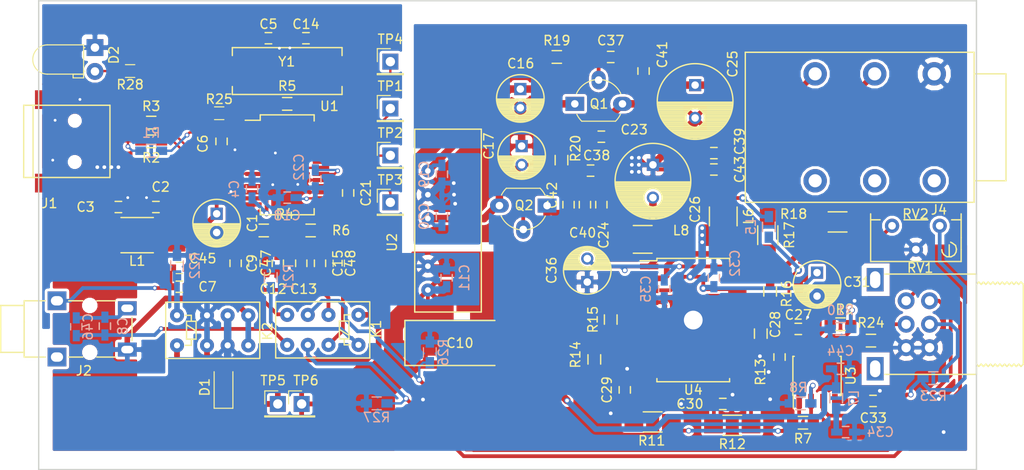
<source format=kicad_pcb>
(kicad_pcb (version 20170922) (host pcbnew "(2017-10-03 revision 3d1569081)-master")

(general
  (thickness 1.6)
  (drawings 5)
  (tracks 897)
  (zones 0)
  (modules 104)
  (nets 70)
)

(page A4)
(layers
  (0 F.Cu signal)
  (31 B.Cu signal)
  (32 B.Adhes user)
  (33 F.Adhes user)
  (34 B.Paste user)
  (35 F.Paste user)
  (36 B.SilkS user)
  (37 F.SilkS user)
  (38 B.Mask user)
  (39 F.Mask user)
  (40 Dwgs.User user)
  (41 Cmts.User user)
  (42 Eco1.User user)
  (43 Eco2.User user)
  (44 Edge.Cuts user)
  (45 Margin user)
  (46 B.CrtYd user)
  (47 F.CrtYd user)
  (48 B.Fab user hide)
  (49 F.Fab user hide)
)


(general
  (thickness 1.6)
  (drawings 5)
  (tracks 897)
  (zones 0)
  (modules 104)
  (nets 70)
)

(page A4)
(layers
  (0 F.Cu signal)
  (31 B.Cu signal)
  (32 B.Adhes user)
  (33 F.Adhes user)
  (34 B.Paste user)
  (35 F.Paste user)
  (36 B.SilkS user)
  (37 F.SilkS user)
  (38 B.Mask user)
  (39 F.Mask user)
  (40 Dwgs.User user)
  (41 Cmts.User user)
  (42 Eco1.User user)
  (43 Eco2.User user)
  (44 Edge.Cuts user)
  (45 Margin user)
  (46 B.CrtYd user)
  (47 F.CrtYd user)
  (48 B.Fab user hide)
  (49 F.Fab user hide)
)

(setup
  (last_trace_width 0.8)
  (user_trace_width 0.2)
  (user_trace_width 0.25)
  (user_trace_width 0.6)
  (user_trace_width 0.8)
  (user_trace_width 1.5)
  (trace_clearance 0.2)
  (zone_clearance 0.3)
  (zone_45_only yes)
  (trace_min 0.2)
  (segment_width 0.2)
  (edge_width 0.15)
  (via_size 0.6)
  (via_drill 0.4)
  (via_min_size 0.4)
  (via_min_drill 0.3)
  (user_via 0.5 0.3)
  (user_via 1.3 1)
  (uvia_size 0.3)
  (uvia_drill 0.1)
  (uvias_allowed no)
  (uvia_min_size 0.2)
  (uvia_min_drill 0.1)
  (pcb_text_width 0.3)
  (pcb_text_size 1.5 1.5)
  (mod_edge_width 0.15)
  (mod_text_size 1 1)
  (mod_text_width 0.15)
  (pad_size 1.8 3)
  (pad_drill 1.1)
  (pad_to_mask_clearance 0.2)
  (aux_axis_origin 0 0)
  (visible_elements FFFFFFFF)
  (pcbplotparams
    (layerselection 0x010f0_80000001)
    (usegerberextensions true)
    (usegerberattributes true)
    (usegerberadvancedattributes true)
    (creategerberjobfile true)
    (excludeedgelayer true)
    (linewidth 0.100000)
    (plotframeref false)
    (viasonmask false)
    (mode 1)
    (useauxorigin false)
    (hpglpennumber 1)
    (hpglpenspeed 20)
    (hpglpendiameter 15)
    (psnegative false)
    (psa4output false)
    (plotreference true)
    (plotvalue false)
    (plotinvisibletext false)
    (padsonsilk false)
    (subtractmaskfromsilk false)
    (outputformat 1)
    (mirror false)
    (drillshape 0)
    (scaleselection 1)
    (outputdirectory gerber/))
)

(net 0 "")
(net 1 Earth)
(net 2 "Net-(C1-Pad1)")
(net 3 +5V)
(net 4 "Net-(C4-Pad2)")
(net 5 "Net-(C5-Pad1)")
(net 6 +3V3)
(net 7 /LUSB)
(net 8 "Net-(C12-Pad1)")
(net 9 "Net-(C13-Pad2)")
(net 10 "Net-(C14-Pad1)")
(net 11 /RUSB)
(net 12 "Net-(C15-Pad1)")
(net 13 GNDPWR)
(net 14 "Net-(C16-Pad1)")
(net 15 "Net-(C17-Pad2)")
(net 16 "Net-(C18-Pad2)")
(net 17 "Net-(C21-Pad1)")
(net 18 "Net-(C22-Pad2)")
(net 19 +12V)
(net 20 -12V)
(net 21 "Net-(C27-Pad1)")
(net 22 "Net-(C29-Pad1)")
(net 23 "Net-(C30-Pad1)")
(net 24 "Net-(C31-Pad1)")
(net 25 "Net-(C33-Pad2)")
(net 26 "Net-(C35-Pad2)")
(net 27 "Net-(D1-Pad1)")
(net 28 "Net-(J1-Pad4)")
(net 29 /D+)
(net 30 /D-)
(net 31 GNDA)
(net 32 "Net-(J4-Pad4)")
(net 33 "Net-(J4-Pad6)")
(net 34 "Net-(J4-Pad5)")
(net 35 "Net-(J4-Pad2)")
(net 36 "Net-(J4-Pad3)")
(net 37 "Net-(K1-Pad6)")
(net 38 "Net-(K1-Pad3)")
(net 39 "Net-(R2-Pad2)")
(net 40 "Net-(R3-Pad1)")
(net 41 "Net-(R7-Pad2)")
(net 42 "Net-(R11-Pad2)")
(net 43 "Net-(R10-Pad2)")
(net 44 "Net-(R12-Pad2)")
(net 45 "Net-(R13-Pad2)")
(net 46 "Net-(R14-Pad1)")
(net 47 "Net-(R15-Pad2)")
(net 48 "Net-(R16-Pad1)")
(net 49 "Net-(TP1-Pad1)")
(net 50 "Net-(TP2-Pad1)")
(net 51 "Net-(TP3-Pad1)")
(net 52 "Net-(U1-Pad5)")
(net 53 "Net-(U1-Pad2)")
(net 54 "Net-(C37-Pad1)")
(net 55 "Net-(C38-Pad1)")
(net 56 "Net-(R23-Pad2)")
(net 57 "Net-(R23-Pad1)")
(net 58 "Net-(R24-Pad2)")
(net 59 "Net-(R24-Pad1)")
(net 60 "Net-(C45-Pad2)")
(net 61 "Net-(C45-Pad1)")
(net 62 "Net-(C46-Pad2)")
(net 63 "Net-(C46-Pad1)")
(net 64 "Net-(C47-Pad1)")
(net 65 "Net-(D2-Pad2)")
(net 66 "Net-(K1-Pad8)")
(net 67 "Net-(K2-Pad8)")
(net 68 "Net-(R25-Pad1)")
(net 69 /SSPND)

(net_class Default "This is the default net class."
  (clearance 0.2)
  (trace_width 0.4)
  (via_dia 0.6)
  (via_drill 0.4)
  (uvia_dia 0.3)
  (uvia_drill 0.1)
  (add_net +12V)
  (add_net +3V3)
  (add_net +5V)
  (add_net -12V)
  (add_net /D+)
  (add_net /D-)
  (add_net /LUSB)
  (add_net /RUSB)
  (add_net /SSPND)
  (add_net Earth)
  (add_net GNDA)
  (add_net GNDPWR)
  (add_net "Net-(C1-Pad1)")
  (add_net "Net-(C12-Pad1)")
  (add_net "Net-(C13-Pad2)")
  (add_net "Net-(C14-Pad1)")
  (add_net "Net-(C15-Pad1)")
  (add_net "Net-(C16-Pad1)")
  (add_net "Net-(C17-Pad2)")
  (add_net "Net-(C18-Pad2)")
  (add_net "Net-(C21-Pad1)")
  (add_net "Net-(C22-Pad2)")
  (add_net "Net-(C27-Pad1)")
  (add_net "Net-(C29-Pad1)")
  (add_net "Net-(C30-Pad1)")
  (add_net "Net-(C31-Pad1)")
  (add_net "Net-(C33-Pad2)")
  (add_net "Net-(C35-Pad2)")
  (add_net "Net-(C37-Pad1)")
  (add_net "Net-(C38-Pad1)")
  (add_net "Net-(C4-Pad2)")
  (add_net "Net-(C45-Pad1)")
  (add_net "Net-(C45-Pad2)")
  (add_net "Net-(C46-Pad1)")
  (add_net "Net-(C46-Pad2)")
  (add_net "Net-(C47-Pad1)")
  (add_net "Net-(C5-Pad1)")
  (add_net "Net-(D1-Pad1)")
  (add_net "Net-(D2-Pad2)")
  (add_net "Net-(J1-Pad4)")
  (add_net "Net-(J4-Pad2)")
  (add_net "Net-(J4-Pad3)")
  (add_net "Net-(J4-Pad4)")
  (add_net "Net-(J4-Pad5)")
  (add_net "Net-(J4-Pad6)")
  (add_net "Net-(K1-Pad3)")
  (add_net "Net-(K1-Pad6)")
  (add_net "Net-(K1-Pad8)")
  (add_net "Net-(K2-Pad8)")
  (add_net "Net-(R10-Pad2)")
  (add_net "Net-(R11-Pad2)")
  (add_net "Net-(R12-Pad2)")
  (add_net "Net-(R13-Pad2)")
  (add_net "Net-(R14-Pad1)")
  (add_net "Net-(R15-Pad2)")
  (add_net "Net-(R16-Pad1)")
  (add_net "Net-(R2-Pad2)")
  (add_net "Net-(R23-Pad1)")
  (add_net "Net-(R23-Pad2)")
  (add_net "Net-(R24-Pad1)")
  (add_net "Net-(R24-Pad2)")
  (add_net "Net-(R25-Pad1)")
  (add_net "Net-(R3-Pad1)")
  (add_net "Net-(R7-Pad2)")
  (add_net "Net-(TP1-Pad1)")
  (add_net "Net-(TP2-Pad1)")
  (add_net "Net-(TP3-Pad1)")
  (add_net "Net-(U1-Pad2)")
  (add_net "Net-(U1-Pad5)")
)

  (module Capacitors_THT:C_Radial_D8_L11.5_P3.5 (layer F.Cu) (tedit 0) (tstamp 5978A803)
    (at 83 22.5 270)
    (descr "Radial Electrolytic Capacitor Diameter 8mm x Length 11.5mm, Pitch 3.5mm")
    (tags "Electrolytic Capacitor")
    (path /593064DB)
    (fp_text reference C25 (at -2.25 -4 270) (layer F.SilkS)
      (effects (font (size 1 1) (thickness 0.15)))
    )
    (fp_text value 100u (at 1.75 5.3 270) (layer F.Fab)
      (effects (font (size 1 1) (thickness 0.15)))
    )
    (fp_circle (center 1.75 0) (end 1.75 -4.3) (layer F.CrtYd) (width 0.05))
    (fp_circle (center 1.75 0) (end 1.75 -4.0375) (layer F.SilkS) (width 0.15))
    (fp_circle (center 3.5 0) (end 3.5 -1) (layer F.SilkS) (width 0.15))
    (fp_line (start 5.745 -0.2) (end 5.745 0.2) (layer F.SilkS) (width 0.15))
    (fp_line (start 5.605 -1.067) (end 5.605 1.067) (layer F.SilkS) (width 0.15))
    (fp_line (start 5.465 -1.483) (end 5.465 1.483) (layer F.SilkS) (width 0.15))
    (fp_line (start 5.325 -1.794) (end 5.325 1.794) (layer F.SilkS) (width 0.15))
    (fp_line (start 5.185 -2.05) (end 5.185 2.05) (layer F.SilkS) (width 0.15))
    (fp_line (start 5.045 -2.268) (end 5.045 2.268) (layer F.SilkS) (width 0.15))
    (fp_line (start 4.905 -2.459) (end 4.905 2.459) (layer F.SilkS) (width 0.15))
    (fp_line (start 4.765 -2.629) (end 4.765 2.629) (layer F.SilkS) (width 0.15))
    (fp_line (start 4.625 -2.781) (end 4.625 2.781) (layer F.SilkS) (width 0.15))
    (fp_line (start 4.485 0.173) (end 4.485 2.919) (layer F.SilkS) (width 0.15))
    (fp_line (start 4.485 -2.919) (end 4.485 -0.173) (layer F.SilkS) (width 0.15))
    (fp_line (start 4.345 0.535) (end 4.345 3.044) (layer F.SilkS) (width 0.15))
    (fp_line (start 4.345 -3.044) (end 4.345 -0.535) (layer F.SilkS) (width 0.15))
    (fp_line (start 4.205 0.709) (end 4.205 3.158) (layer F.SilkS) (width 0.15))
    (fp_line (start 4.205 -3.158) (end 4.205 -0.709) (layer F.SilkS) (width 0.15))
    (fp_line (start 4.065 0.825) (end 4.065 3.262) (layer F.SilkS) (width 0.15))
    (fp_line (start 4.065 -3.262) (end 4.065 -0.825) (layer F.SilkS) (width 0.15))
    (fp_line (start 3.925 0.905) (end 3.925 3.357) (layer F.SilkS) (width 0.15))
    (fp_line (start 3.925 -3.357) (end 3.925 -0.905) (layer F.SilkS) (width 0.15))
    (fp_line (start 3.785 0.959) (end 3.785 3.444) (layer F.SilkS) (width 0.15))
    (fp_line (start 3.785 -3.444) (end 3.785 -0.959) (layer F.SilkS) (width 0.15))
    (fp_line (start 3.645 0.989) (end 3.645 3.523) (layer F.SilkS) (width 0.15))
    (fp_line (start 3.645 -3.523) (end 3.645 -0.989) (layer F.SilkS) (width 0.15))
    (fp_line (start 3.505 1) (end 3.505 3.594) (layer F.SilkS) (width 0.15))
    (fp_line (start 3.505 -3.594) (end 3.505 -1) (layer F.SilkS) (width 0.15))
    (fp_line (start 3.365 0.991) (end 3.365 3.659) (layer F.SilkS) (width 0.15))
    (fp_line (start 3.365 -3.659) (end 3.365 -0.991) (layer F.SilkS) (width 0.15))
    (fp_line (start 3.225 0.961) (end 3.225 3.718) (layer F.SilkS) (width 0.15))
    (fp_line (start 3.225 -3.718) (end 3.225 -0.961) (layer F.SilkS) (width 0.15))
    (fp_line (start 3.085 0.91) (end 3.085 3.771) (layer F.SilkS) (width 0.15))
    (fp_line (start 3.085 -3.771) (end 3.085 -0.91) (layer F.SilkS) (width 0.15))
    (fp_line (start 2.945 0.832) (end 2.945 3.817) (layer F.SilkS) (width 0.15))
    (fp_line (start 2.945 -3.817) (end 2.945 -0.832) (layer F.SilkS) (width 0.15))
    (fp_line (start 2.805 0.719) (end 2.805 3.858) (layer F.SilkS) (width 0.15))
    (fp_line (start 2.805 -3.858) (end 2.805 -0.719) (layer F.SilkS) (width 0.15))
    (fp_line (start 2.665 0.55) (end 2.665 3.894) (layer F.SilkS) (width 0.15))
    (fp_line (start 2.665 -3.894) (end 2.665 -0.55) (layer F.SilkS) (width 0.15))
    (fp_line (start 2.525 0.222) (end 2.525 3.924) (layer F.SilkS) (width 0.15))
    (fp_line (start 2.525 -3.924) (end 2.525 -0.222) (layer F.SilkS) (width 0.15))
    (fp_line (start 2.385 -3.949) (end 2.385 3.949) (layer F.SilkS) (width 0.15))
    (fp_line (start 2.245 -3.969) (end 2.245 3.969) (layer F.SilkS) (width 0.15))
    (fp_line (start 2.105 -3.984) (end 2.105 3.984) (layer F.SilkS) (width 0.15))
    (fp_line (start 1.965 -3.994) (end 1.965 3.994) (layer F.SilkS) (width 0.15))
    (fp_line (start 1.825 -3.999) (end 1.825 3.999) (layer F.SilkS) (width 0.15))
    (pad 1 thru_hole rect (at 0 0 270) (size 1.3 1.3) (drill 0.8) (layers *.Cu *.Mask)
      (net 19 +12V))
    (pad 2 thru_hole circle (at 3.5 0 270) (size 1.3 1.3) (drill 0.8) (layers *.Cu *.Mask)
      (net 13 GNDPWR))
    (model Capacitors_ThroughHole.3dshapes/C_Radial_D8_L11.5_P3.5.wrl
      (at (xyz 0 0 0))
      (scale (xyz 1 1 1))
      (rotate (xyz 0 0 0))
    )
  )

  (module Connectors:USB_Mini-B (layer F.Cu) (tedit 5543E571) (tstamp 5978A85A)
    (at 16 28.5)
    (descr "USB Mini-B 5-pin SMD connector")
    (tags "USB USB_B USB_Mini connector")
    (path /5976A1B4)
    (attr smd)
    (fp_text reference J1 (at -1.85 6.61) (layer F.SilkS)
      (effects (font (size 1 1) (thickness 0.15)))
    )
    (fp_text value USB_OTG (at 0 -7.0993) (layer F.Fab)
      (effects (font (size 1 1) (thickness 0.15)))
    )
    (fp_line (start 4.59994 -3.85064) (end -4.59994 -3.85064) (layer F.SilkS) (width 0.15))
    (fp_line (start 4.59994 3.85064) (end 4.59994 -3.85064) (layer F.SilkS) (width 0.15))
    (fp_line (start -4.59994 3.85064) (end 4.59994 3.85064) (layer F.SilkS) (width 0.15))
    (fp_line (start -4.59994 -3.85064) (end -4.59994 3.85064) (layer F.SilkS) (width 0.15))
    (fp_line (start -3.59918 -3.85064) (end -3.59918 3.85064) (layer F.SilkS) (width 0.15))
    (fp_line (start -4.85 5.7) (end -4.85 -5.7) (layer F.CrtYd) (width 0.05))
    (fp_line (start 4.85 5.7) (end -4.85 5.7) (layer F.CrtYd) (width 0.05))
    (fp_line (start 4.85 -5.7) (end 4.85 5.7) (layer F.CrtYd) (width 0.05))
    (fp_line (start -4.85 -5.7) (end 4.85 -5.7) (layer F.CrtYd) (width 0.05))
    (pad "" np_thru_hole circle (at 0.8509 2.19964) (size 0.89916 0.89916) (drill 0.89916) (layers *.Cu *.Mask))
    (pad "" np_thru_hole circle (at 0.8509 -2.19964) (size 0.89916 0.89916) (drill 0.89916) (layers *.Cu *.Mask))
    (pad 6 smd rect (at -2.14884 4.45008) (size 2.49936 1.99898) (layers F.Cu F.Paste F.Mask)
      (net 1 Earth))
    (pad 6 smd rect (at 3.35026 4.45008) (size 2.49936 1.99898) (layers F.Cu F.Paste F.Mask)
      (net 1 Earth))
    (pad 6 smd rect (at -2.14884 -4.45008) (size 2.49936 1.99898) (layers F.Cu F.Paste F.Mask)
      (net 1 Earth))
    (pad 6 smd rect (at 3.35026 -4.45008) (size 2.49936 1.99898) (layers F.Cu F.Paste F.Mask)
      (net 1 Earth))
    (pad 5 smd rect (at 3.44932 1.6002) (size 2.30124 0.50038) (layers F.Cu F.Paste F.Mask)
      (net 1 Earth))
    (pad 4 smd rect (at 3.44932 0.8001) (size 2.30124 0.50038) (layers F.Cu F.Paste F.Mask)
      (net 28 "Net-(J1-Pad4)"))
    (pad 3 smd rect (at 3.44932 0) (size 2.30124 0.50038) (layers F.Cu F.Paste F.Mask)
      (net 29 /D+))
    (pad 2 smd rect (at 3.44932 -0.8001) (size 2.30124 0.50038) (layers F.Cu F.Paste F.Mask)
      (net 30 /D-))
    (pad 1 smd rect (at 3.44932 -1.6002) (size 2.30124 0.50038) (layers F.Cu F.Paste F.Mask)
      (net 3 +5V))
  )

  (module Capacitors_THT:C_Radial_D5_L11_P2 (layer F.Cu) (tedit 0) (tstamp 5978A773)
    (at 31.98 36.22 270)
    (descr "Radial Electrolytic Capacitor 5mm x Length 11mm, Pitch 2mm")
    (tags "Electrolytic Capacitor")
    (path /5934B839)
    (fp_text reference C1 (at 1 -3.8 270) (layer F.SilkS)
      (effects (font (size 1 1) (thickness 0.15)))
    )
    (fp_text value 10u (at 1 3.8 270) (layer F.Fab)
      (effects (font (size 1 1) (thickness 0.15)))
    )
    (fp_circle (center 1 0) (end 1 -2.8) (layer F.CrtYd) (width 0.05))
    (fp_circle (center 1 0) (end 1 -2.5375) (layer F.SilkS) (width 0.15))
    (fp_circle (center 2 0) (end 2 -0.8) (layer F.SilkS) (width 0.15))
    (fp_line (start 3.455 -0.472) (end 3.455 0.472) (layer F.SilkS) (width 0.15))
    (fp_line (start 3.315 -0.944) (end 3.315 0.944) (layer F.SilkS) (width 0.15))
    (fp_line (start 3.175 -1.233) (end 3.175 1.233) (layer F.SilkS) (width 0.15))
    (fp_line (start 3.035 -1.452) (end 3.035 1.452) (layer F.SilkS) (width 0.15))
    (fp_line (start 2.895 -1.631) (end 2.895 1.631) (layer F.SilkS) (width 0.15))
    (fp_line (start 2.755 0.265) (end 2.755 1.78) (layer F.SilkS) (width 0.15))
    (fp_line (start 2.755 -1.78) (end 2.755 -0.265) (layer F.SilkS) (width 0.15))
    (fp_line (start 2.615 0.512) (end 2.615 1.908) (layer F.SilkS) (width 0.15))
    (fp_line (start 2.615 -1.908) (end 2.615 -0.512) (layer F.SilkS) (width 0.15))
    (fp_line (start 2.475 0.644) (end 2.475 2.019) (layer F.SilkS) (width 0.15))
    (fp_line (start 2.475 -2.019) (end 2.475 -0.644) (layer F.SilkS) (width 0.15))
    (fp_line (start 2.335 0.726) (end 2.335 2.114) (layer F.SilkS) (width 0.15))
    (fp_line (start 2.335 -2.114) (end 2.335 -0.726) (layer F.SilkS) (width 0.15))
    (fp_line (start 2.195 0.776) (end 2.195 2.196) (layer F.SilkS) (width 0.15))
    (fp_line (start 2.195 -2.196) (end 2.195 -0.776) (layer F.SilkS) (width 0.15))
    (fp_line (start 2.055 0.798) (end 2.055 2.266) (layer F.SilkS) (width 0.15))
    (fp_line (start 2.055 -2.266) (end 2.055 -0.798) (layer F.SilkS) (width 0.15))
    (fp_line (start 1.915 0.795) (end 1.915 2.327) (layer F.SilkS) (width 0.15))
    (fp_line (start 1.915 -2.327) (end 1.915 -0.795) (layer F.SilkS) (width 0.15))
    (fp_line (start 1.775 0.768) (end 1.775 2.377) (layer F.SilkS) (width 0.15))
    (fp_line (start 1.775 -2.377) (end 1.775 -0.768) (layer F.SilkS) (width 0.15))
    (fp_line (start 1.635 0.712) (end 1.635 2.418) (layer F.SilkS) (width 0.15))
    (fp_line (start 1.635 -2.418) (end 1.635 -0.712) (layer F.SilkS) (width 0.15))
    (fp_line (start 1.495 0.62) (end 1.495 2.451) (layer F.SilkS) (width 0.15))
    (fp_line (start 1.495 -2.451) (end 1.495 -0.62) (layer F.SilkS) (width 0.15))
    (fp_line (start 1.355 0.473) (end 1.355 2.475) (layer F.SilkS) (width 0.15))
    (fp_line (start 1.355 -2.475) (end 1.355 -0.473) (layer F.SilkS) (width 0.15))
    (fp_line (start 1.215 0.154) (end 1.215 2.491) (layer F.SilkS) (width 0.15))
    (fp_line (start 1.215 -2.491) (end 1.215 -0.154) (layer F.SilkS) (width 0.15))
    (fp_line (start 1.075 -2.499) (end 1.075 2.499) (layer F.SilkS) (width 0.15))
    (pad 2 thru_hole circle (at 2 0 270) (size 1.3 1.3) (drill 0.8) (layers *.Cu *.Mask)
      (net 1 Earth))
    (pad 1 thru_hole rect (at 0 0 270) (size 1.3 1.3) (drill 0.8) (layers *.Cu *.Mask)
      (net 2 "Net-(C1-Pad1)"))
    (model Capacitors_ThroughHole.3dshapes/C_Radial_D5_L11_P2.wrl
      (at (xyz 0 0 0))
      (scale (xyz 1 1 1))
      (rotate (xyz 0 0 0))
    )
  )

  (module Capacitors_SMD:C_0603_HandSoldering (layer F.Cu) (tedit 541A9B4D) (tstamp 5978A779)
    (at 25.5 35.5)
    (descr "Capacitor SMD 0603, hand soldering")
    (tags "capacitor 0603")
    (path /5934BF3E)
    (attr smd)
    (fp_text reference C2 (at 0.51 -2.14) (layer F.SilkS)
      (effects (font (size 1 1) (thickness 0.15)))
    )
    (fp_text value 100n (at 0 1.9) (layer F.Fab)
      (effects (font (size 1 1) (thickness 0.15)))
    )
    (fp_line (start 0.35 0.6) (end -0.35 0.6) (layer F.SilkS) (width 0.15))
    (fp_line (start -0.35 -0.6) (end 0.35 -0.6) (layer F.SilkS) (width 0.15))
    (fp_line (start 1.85 -0.75) (end 1.85 0.75) (layer F.CrtYd) (width 0.05))
    (fp_line (start -1.85 -0.75) (end -1.85 0.75) (layer F.CrtYd) (width 0.05))
    (fp_line (start -1.85 0.75) (end 1.85 0.75) (layer F.CrtYd) (width 0.05))
    (fp_line (start -1.85 -0.75) (end 1.85 -0.75) (layer F.CrtYd) (width 0.05))
    (fp_line (start -0.8 -0.4) (end 0.8 -0.4) (layer F.Fab) (width 0.15))
    (fp_line (start 0.8 -0.4) (end 0.8 0.4) (layer F.Fab) (width 0.15))
    (fp_line (start 0.8 0.4) (end -0.8 0.4) (layer F.Fab) (width 0.15))
    (fp_line (start -0.8 0.4) (end -0.8 -0.4) (layer F.Fab) (width 0.15))
    (pad 2 smd rect (at 0.95 0) (size 1.2 0.75) (layers F.Cu F.Paste F.Mask)
      (net 2 "Net-(C1-Pad1)"))
    (pad 1 smd rect (at -0.95 0) (size 1.2 0.75) (layers F.Cu F.Paste F.Mask)
      (net 1 Earth))
    (model Capacitors_SMD.3dshapes/C_0603_HandSoldering.wrl
      (at (xyz 0 0 0))
      (scale (xyz 1 1 1))
      (rotate (xyz 0 0 0))
    )
  )

  (module Capacitors_SMD:C_0603_HandSoldering (layer F.Cu) (tedit 541A9B4D) (tstamp 5978A77F)
    (at 21.5 35.5)
    (descr "Capacitor SMD 0603, hand soldering")
    (tags "capacitor 0603")
    (path /59305590)
    (attr smd)
    (fp_text reference C3 (at -3.5 0) (layer F.SilkS)
      (effects (font (size 1 1) (thickness 0.15)))
    )
    (fp_text value 200n (at 0 1.9) (layer F.Fab)
      (effects (font (size 1 1) (thickness 0.15)))
    )
    (fp_line (start 0.35 0.6) (end -0.35 0.6) (layer F.SilkS) (width 0.15))
    (fp_line (start -0.35 -0.6) (end 0.35 -0.6) (layer F.SilkS) (width 0.15))
    (fp_line (start 1.85 -0.75) (end 1.85 0.75) (layer F.CrtYd) (width 0.05))
    (fp_line (start -1.85 -0.75) (end -1.85 0.75) (layer F.CrtYd) (width 0.05))
    (fp_line (start -1.85 0.75) (end 1.85 0.75) (layer F.CrtYd) (width 0.05))
    (fp_line (start -1.85 -0.75) (end 1.85 -0.75) (layer F.CrtYd) (width 0.05))
    (fp_line (start -0.8 -0.4) (end 0.8 -0.4) (layer F.Fab) (width 0.15))
    (fp_line (start 0.8 -0.4) (end 0.8 0.4) (layer F.Fab) (width 0.15))
    (fp_line (start 0.8 0.4) (end -0.8 0.4) (layer F.Fab) (width 0.15))
    (fp_line (start -0.8 0.4) (end -0.8 -0.4) (layer F.Fab) (width 0.15))
    (pad 2 smd rect (at 0.95 0) (size 1.2 0.75) (layers F.Cu F.Paste F.Mask)
      (net 1 Earth))
    (pad 1 smd rect (at -0.95 0) (size 1.2 0.75) (layers F.Cu F.Paste F.Mask)
      (net 3 +5V))
    (model Capacitors_SMD.3dshapes/C_0603_HandSoldering.wrl
      (at (xyz 0 0 0))
      (scale (xyz 1 1 1))
      (rotate (xyz 0 0 0))
    )
  )

  (module Capacitors_SMD:C_0603_HandSoldering (layer B.Cu) (tedit 541A9B4D) (tstamp 5978A785)
    (at 35.75 33.59 270)
    (descr "Capacitor SMD 0603, hand soldering")
    (tags "capacitor 0603")
    (path /5934A4BD)
    (attr smd)
    (fp_text reference C4 (at 0 1.9 270) (layer B.SilkS)
      (effects (font (size 1 1) (thickness 0.15)) (justify mirror))
    )
    (fp_text value 1u (at 0 -1.9 270) (layer B.Fab)
      (effects (font (size 1 1) (thickness 0.15)) (justify mirror))
    )
    (fp_line (start 0.35 -0.6) (end -0.35 -0.6) (layer B.SilkS) (width 0.15))
    (fp_line (start -0.35 0.6) (end 0.35 0.6) (layer B.SilkS) (width 0.15))
    (fp_line (start 1.85 0.75) (end 1.85 -0.75) (layer B.CrtYd) (width 0.05))
    (fp_line (start -1.85 0.75) (end -1.85 -0.75) (layer B.CrtYd) (width 0.05))
    (fp_line (start -1.85 -0.75) (end 1.85 -0.75) (layer B.CrtYd) (width 0.05))
    (fp_line (start -1.85 0.75) (end 1.85 0.75) (layer B.CrtYd) (width 0.05))
    (fp_line (start -0.8 0.4) (end 0.8 0.4) (layer B.Fab) (width 0.15))
    (fp_line (start 0.8 0.4) (end 0.8 -0.4) (layer B.Fab) (width 0.15))
    (fp_line (start 0.8 -0.4) (end -0.8 -0.4) (layer B.Fab) (width 0.15))
    (fp_line (start -0.8 -0.4) (end -0.8 0.4) (layer B.Fab) (width 0.15))
    (pad 2 smd rect (at 0.95 0 270) (size 1.2 0.75) (layers B.Cu B.Paste B.Mask)
      (net 4 "Net-(C4-Pad2)"))
    (pad 1 smd rect (at -0.95 0 270) (size 1.2 0.75) (layers B.Cu B.Paste B.Mask)
      (net 1 Earth))
    (model Capacitors_SMD.3dshapes/C_0603_HandSoldering.wrl
      (at (xyz 0 0 0))
      (scale (xyz 1 1 1))
      (rotate (xyz 0 0 0))
    )
  )

  (module Capacitors_SMD:C_0603_HandSoldering (layer F.Cu) (tedit 541A9B4D) (tstamp 5978A78B)
    (at 37.5 17.5)
    (descr "Capacitor SMD 0603, hand soldering")
    (tags "capacitor 0603")
    (path /59348C90)
    (attr smd)
    (fp_text reference C5 (at 0 -1.5) (layer F.SilkS)
      (effects (font (size 1 1) (thickness 0.15)))
    )
    (fp_text value 27p (at 0 1.9) (layer F.Fab)
      (effects (font (size 1 1) (thickness 0.15)))
    )
    (fp_line (start 0.35 0.6) (end -0.35 0.6) (layer F.SilkS) (width 0.15))
    (fp_line (start -0.35 -0.6) (end 0.35 -0.6) (layer F.SilkS) (width 0.15))
    (fp_line (start 1.85 -0.75) (end 1.85 0.75) (layer F.CrtYd) (width 0.05))
    (fp_line (start -1.85 -0.75) (end -1.85 0.75) (layer F.CrtYd) (width 0.05))
    (fp_line (start -1.85 0.75) (end 1.85 0.75) (layer F.CrtYd) (width 0.05))
    (fp_line (start -1.85 -0.75) (end 1.85 -0.75) (layer F.CrtYd) (width 0.05))
    (fp_line (start -0.8 -0.4) (end 0.8 -0.4) (layer F.Fab) (width 0.15))
    (fp_line (start 0.8 -0.4) (end 0.8 0.4) (layer F.Fab) (width 0.15))
    (fp_line (start 0.8 0.4) (end -0.8 0.4) (layer F.Fab) (width 0.15))
    (fp_line (start -0.8 0.4) (end -0.8 -0.4) (layer F.Fab) (width 0.15))
    (pad 2 smd rect (at 0.95 0) (size 1.2 0.75) (layers F.Cu F.Paste F.Mask)
      (net 1 Earth))
    (pad 1 smd rect (at -0.95 0) (size 1.2 0.75) (layers F.Cu F.Paste F.Mask)
      (net 5 "Net-(C5-Pad1)"))
    (model Capacitors_SMD.3dshapes/C_0603_HandSoldering.wrl
      (at (xyz 0 0 0))
      (scale (xyz 1 1 1))
      (rotate (xyz 0 0 0))
    )
  )

  (module Capacitors_SMD:C_0603_HandSoldering (layer F.Cu) (tedit 541A9B4D) (tstamp 5978A791)
    (at 32.5 28.5 90)
    (descr "Capacitor SMD 0603, hand soldering")
    (tags "capacitor 0603")
    (path /5934D473)
    (attr smd)
    (fp_text reference C6 (at -0.25 -2 270) (layer F.SilkS)
      (effects (font (size 1 1) (thickness 0.15)))
    )
    (fp_text value 200n (at 0 1.9 90) (layer F.Fab)
      (effects (font (size 1 1) (thickness 0.15)))
    )
    (fp_line (start 0.35 0.6) (end -0.35 0.6) (layer F.SilkS) (width 0.15))
    (fp_line (start -0.35 -0.6) (end 0.35 -0.6) (layer F.SilkS) (width 0.15))
    (fp_line (start 1.85 -0.75) (end 1.85 0.75) (layer F.CrtYd) (width 0.05))
    (fp_line (start -1.85 -0.75) (end -1.85 0.75) (layer F.CrtYd) (width 0.05))
    (fp_line (start -1.85 0.75) (end 1.85 0.75) (layer F.CrtYd) (width 0.05))
    (fp_line (start -1.85 -0.75) (end 1.85 -0.75) (layer F.CrtYd) (width 0.05))
    (fp_line (start -0.8 -0.4) (end 0.8 -0.4) (layer F.Fab) (width 0.15))
    (fp_line (start 0.8 -0.4) (end 0.8 0.4) (layer F.Fab) (width 0.15))
    (fp_line (start 0.8 0.4) (end -0.8 0.4) (layer F.Fab) (width 0.15))
    (fp_line (start -0.8 0.4) (end -0.8 -0.4) (layer F.Fab) (width 0.15))
    (pad 2 smd rect (at 0.95 0 90) (size 1.2 0.75) (layers F.Cu F.Paste F.Mask)
      (net 6 +3V3))
    (pad 1 smd rect (at -0.95 0 90) (size 1.2 0.75) (layers F.Cu F.Paste F.Mask)
      (net 1 Earth))
    (model Capacitors_SMD.3dshapes/C_0603_HandSoldering.wrl
      (at (xyz 0 0 0))
      (scale (xyz 1 1 1))
      (rotate (xyz 0 0 0))
    )
  )

  (module Capacitors_SMD:C_0603_HandSoldering (layer F.Cu) (tedit 541A9B4D) (tstamp 5978A797)
    (at 28 44 180)
    (descr "Capacitor SMD 0603, hand soldering")
    (tags "capacitor 0603")
    (path /5935AC3B)
    (attr smd)
    (fp_text reference C7 (at -3 0 180) (layer F.SilkS)
      (effects (font (size 1 1) (thickness 0.15)))
    )
    (fp_text value 1u (at 0 1.9 180) (layer F.Fab)
      (effects (font (size 1 1) (thickness 0.15)))
    )
    (fp_line (start 0.35 0.6) (end -0.35 0.6) (layer F.SilkS) (width 0.15))
    (fp_line (start -0.35 -0.6) (end 0.35 -0.6) (layer F.SilkS) (width 0.15))
    (fp_line (start 1.85 -0.75) (end 1.85 0.75) (layer F.CrtYd) (width 0.05))
    (fp_line (start -1.85 -0.75) (end -1.85 0.75) (layer F.CrtYd) (width 0.05))
    (fp_line (start -1.85 0.75) (end 1.85 0.75) (layer F.CrtYd) (width 0.05))
    (fp_line (start -1.85 -0.75) (end 1.85 -0.75) (layer F.CrtYd) (width 0.05))
    (fp_line (start -0.8 -0.4) (end 0.8 -0.4) (layer F.Fab) (width 0.15))
    (fp_line (start 0.8 -0.4) (end 0.8 0.4) (layer F.Fab) (width 0.15))
    (fp_line (start 0.8 0.4) (end -0.8 0.4) (layer F.Fab) (width 0.15))
    (fp_line (start -0.8 0.4) (end -0.8 -0.4) (layer F.Fab) (width 0.15))
    (pad 2 smd rect (at 0.95 0 180) (size 1.2 0.75) (layers F.Cu F.Paste F.Mask)
      (net 60 "Net-(C45-Pad2)"))
    (pad 1 smd rect (at -0.95 0 180) (size 1.2 0.75) (layers F.Cu F.Paste F.Mask)
      (net 61 "Net-(C45-Pad1)"))
    (model Capacitors_SMD.3dshapes/C_0603_HandSoldering.wrl
      (at (xyz 0 0 0))
      (scale (xyz 1 1 1))
      (rotate (xyz 0 0 0))
    )
  )

  (module Capacitors_SMD:C_0603_HandSoldering (layer B.Cu) (tedit 541A9B4D) (tstamp 5978A79D)
    (at 20.06 48.2 90)
    (descr "Capacitor SMD 0603, hand soldering")
    (tags "capacitor 0603")
    (path /5935A9B7)
    (attr smd)
    (fp_text reference C8 (at 0 1.9 90) (layer B.SilkS)
      (effects (font (size 1 1) (thickness 0.15)) (justify mirror))
    )
    (fp_text value 1u (at 0 -1.9 90) (layer B.Fab)
      (effects (font (size 1 1) (thickness 0.15)) (justify mirror))
    )
    (fp_line (start 0.35 -0.6) (end -0.35 -0.6) (layer B.SilkS) (width 0.15))
    (fp_line (start -0.35 0.6) (end 0.35 0.6) (layer B.SilkS) (width 0.15))
    (fp_line (start 1.85 0.75) (end 1.85 -0.75) (layer B.CrtYd) (width 0.05))
    (fp_line (start -1.85 0.75) (end -1.85 -0.75) (layer B.CrtYd) (width 0.05))
    (fp_line (start -1.85 -0.75) (end 1.85 -0.75) (layer B.CrtYd) (width 0.05))
    (fp_line (start -1.85 0.75) (end 1.85 0.75) (layer B.CrtYd) (width 0.05))
    (fp_line (start -0.8 0.4) (end 0.8 0.4) (layer B.Fab) (width 0.15))
    (fp_line (start 0.8 0.4) (end 0.8 -0.4) (layer B.Fab) (width 0.15))
    (fp_line (start 0.8 -0.4) (end -0.8 -0.4) (layer B.Fab) (width 0.15))
    (fp_line (start -0.8 -0.4) (end -0.8 0.4) (layer B.Fab) (width 0.15))
    (pad 2 smd rect (at 0.95 0 90) (size 1.2 0.75) (layers B.Cu B.Paste B.Mask)
      (net 62 "Net-(C46-Pad2)"))
    (pad 1 smd rect (at -0.95 0 90) (size 1.2 0.75) (layers B.Cu B.Paste B.Mask)
      (net 63 "Net-(C46-Pad1)"))
    (model Capacitors_SMD.3dshapes/C_0603_HandSoldering.wrl
      (at (xyz 0 0 0))
      (scale (xyz 1 1 1))
      (rotate (xyz 0 0 0))
    )
  )

  (module Capacitors_SMD:C_0603_HandSoldering (layer F.Cu) (tedit 541A9B4D) (tstamp 5978A7A3)
    (at 34 41.5 90)
    (descr "Capacitor SMD 0603, hand soldering")
    (tags "capacitor 0603")
    (path /593501B5)
    (attr smd)
    (fp_text reference C9 (at 0 1.75 90) (layer F.SilkS)
      (effects (font (size 1 1) (thickness 0.15)))
    )
    (fp_text value 1u (at 0 1.9 90) (layer F.Fab)
      (effects (font (size 1 1) (thickness 0.15)))
    )
    (fp_line (start 0.35 0.6) (end -0.35 0.6) (layer F.SilkS) (width 0.15))
    (fp_line (start -0.35 -0.6) (end 0.35 -0.6) (layer F.SilkS) (width 0.15))
    (fp_line (start 1.85 -0.75) (end 1.85 0.75) (layer F.CrtYd) (width 0.05))
    (fp_line (start -1.85 -0.75) (end -1.85 0.75) (layer F.CrtYd) (width 0.05))
    (fp_line (start -1.85 0.75) (end 1.85 0.75) (layer F.CrtYd) (width 0.05))
    (fp_line (start -1.85 -0.75) (end 1.85 -0.75) (layer F.CrtYd) (width 0.05))
    (fp_line (start -0.8 -0.4) (end 0.8 -0.4) (layer F.Fab) (width 0.15))
    (fp_line (start 0.8 -0.4) (end 0.8 0.4) (layer F.Fab) (width 0.15))
    (fp_line (start 0.8 0.4) (end -0.8 0.4) (layer F.Fab) (width 0.15))
    (fp_line (start -0.8 0.4) (end -0.8 -0.4) (layer F.Fab) (width 0.15))
    (pad 2 smd rect (at 0.95 0 90) (size 1.2 0.75) (layers F.Cu F.Paste F.Mask)
      (net 64 "Net-(C47-Pad1)"))
    (pad 1 smd rect (at -0.95 0 90) (size 1.2 0.75) (layers F.Cu F.Paste F.Mask)
      (net 7 /LUSB))
    (model Capacitors_SMD.3dshapes/C_0603_HandSoldering.wrl
      (at (xyz 0 0 0))
      (scale (xyz 1 1 1))
      (rotate (xyz 0 0 0))
    )
  )

  (module Capacitors_Tantalum_SMD:Tantalum_Case-D_EIA-7343-31_Hand (layer F.Cu) (tedit 57B6E980) (tstamp 5978A7A9)
    (at 58 50)
    (descr "Tantalum capacitor, Case D, EIA 7343-31, 7.3x4.3x2.8mm, Hand soldering footprint")
    (tags "capacitor tantalum smd")
    (path /593055F7)
    (attr smd)
    (fp_text reference C10 (at -0.08 0.01) (layer F.SilkS)
      (effects (font (size 1 1) (thickness 0.15)))
    )
    (fp_text value 100u (at 0 3.9) (layer F.Fab)
      (effects (font (size 1 1) (thickness 0.15)))
    )
    (fp_line (start -5.95 -2.4) (end -5.95 2.4) (layer F.SilkS) (width 0.15))
    (fp_line (start -5.95 2.4) (end 3.65 2.4) (layer F.SilkS) (width 0.15))
    (fp_line (start -5.95 -2.4) (end 3.65 -2.4) (layer F.SilkS) (width 0.15))
    (fp_line (start -2.555 -2.15) (end -2.555 2.15) (layer F.Fab) (width 0.15))
    (fp_line (start -2.92 -2.15) (end -2.92 2.15) (layer F.Fab) (width 0.15))
    (fp_line (start 3.65 -2.15) (end -3.65 -2.15) (layer F.Fab) (width 0.15))
    (fp_line (start 3.65 2.15) (end 3.65 -2.15) (layer F.Fab) (width 0.15))
    (fp_line (start -3.65 2.15) (end 3.65 2.15) (layer F.Fab) (width 0.15))
    (fp_line (start -3.65 -2.15) (end -3.65 2.15) (layer F.Fab) (width 0.15))
    (fp_line (start 6.05 -2.5) (end -6.05 -2.5) (layer F.CrtYd) (width 0.05))
    (fp_line (start 6.05 2.5) (end 6.05 -2.5) (layer F.CrtYd) (width 0.05))
    (fp_line (start -6.05 2.5) (end 6.05 2.5) (layer F.CrtYd) (width 0.05))
    (fp_line (start -6.05 -2.5) (end -6.05 2.5) (layer F.CrtYd) (width 0.05))
    (pad 2 smd rect (at 3.775 0) (size 3.75 2.7) (layers F.Cu F.Paste F.Mask)
      (net 1 Earth))
    (pad 1 smd rect (at -3.775 0) (size 3.75 2.7) (layers F.Cu F.Paste F.Mask)
      (net 3 +5V))
    (model Capacitors_Tantalum_SMD.3dshapes/Tantalum_Case-D_EIA-7343-31.wrl
      (at (xyz 0 0 0))
      (scale (xyz 1 1 1))
      (rotate (xyz 0 0 0))
    )
  )

  (module Capacitors_SMD:C_0603_HandSoldering (layer B.Cu) (tedit 541A9B4D) (tstamp 5978A7AF)
    (at 56.5 43.05 90)
    (descr "Capacitor SMD 0603, hand soldering")
    (tags "capacitor 0603")
    (path /5930565F)
    (attr smd)
    (fp_text reference C11 (at 0 1.9 90) (layer B.SilkS)
      (effects (font (size 1 1) (thickness 0.15)) (justify mirror))
    )
    (fp_text value 100n (at 0 -1.9 90) (layer B.Fab)
      (effects (font (size 1 1) (thickness 0.15)) (justify mirror))
    )
    (fp_line (start 0.35 -0.6) (end -0.35 -0.6) (layer B.SilkS) (width 0.15))
    (fp_line (start -0.35 0.6) (end 0.35 0.6) (layer B.SilkS) (width 0.15))
    (fp_line (start 1.85 0.75) (end 1.85 -0.75) (layer B.CrtYd) (width 0.05))
    (fp_line (start -1.85 0.75) (end -1.85 -0.75) (layer B.CrtYd) (width 0.05))
    (fp_line (start -1.85 -0.75) (end 1.85 -0.75) (layer B.CrtYd) (width 0.05))
    (fp_line (start -1.85 0.75) (end 1.85 0.75) (layer B.CrtYd) (width 0.05))
    (fp_line (start -0.8 0.4) (end 0.8 0.4) (layer B.Fab) (width 0.15))
    (fp_line (start 0.8 0.4) (end 0.8 -0.4) (layer B.Fab) (width 0.15))
    (fp_line (start 0.8 -0.4) (end -0.8 -0.4) (layer B.Fab) (width 0.15))
    (fp_line (start -0.8 -0.4) (end -0.8 0.4) (layer B.Fab) (width 0.15))
    (pad 2 smd rect (at 0.95 0 90) (size 1.2 0.75) (layers B.Cu B.Paste B.Mask)
      (net 1 Earth))
    (pad 1 smd rect (at -0.95 0 90) (size 1.2 0.75) (layers B.Cu B.Paste B.Mask)
      (net 3 +5V))
    (model Capacitors_SMD.3dshapes/C_0603_HandSoldering.wrl
      (at (xyz 0 0 0))
      (scale (xyz 1 1 1))
      (rotate (xyz 0 0 0))
    )
  )

  (module Capacitors_SMD:C_0603_HandSoldering (layer F.Cu) (tedit 541A9B4D) (tstamp 5978A7B5)
    (at 38.5 41.5 270)
    (descr "Capacitor SMD 0603, hand soldering")
    (tags "capacitor 0603")
    (path /5934FA03)
    (attr smd)
    (fp_text reference C12 (at 2.75 0.5 180) (layer F.SilkS)
      (effects (font (size 1 1) (thickness 0.15)))
    )
    (fp_text value 22n (at 0 1.9 270) (layer F.Fab)
      (effects (font (size 1 1) (thickness 0.15)))
    )
    (fp_line (start 0.35 0.6) (end -0.35 0.6) (layer F.SilkS) (width 0.15))
    (fp_line (start -0.35 -0.6) (end 0.35 -0.6) (layer F.SilkS) (width 0.15))
    (fp_line (start 1.85 -0.75) (end 1.85 0.75) (layer F.CrtYd) (width 0.05))
    (fp_line (start -1.85 -0.75) (end -1.85 0.75) (layer F.CrtYd) (width 0.05))
    (fp_line (start -1.85 0.75) (end 1.85 0.75) (layer F.CrtYd) (width 0.05))
    (fp_line (start -1.85 -0.75) (end 1.85 -0.75) (layer F.CrtYd) (width 0.05))
    (fp_line (start -0.8 -0.4) (end 0.8 -0.4) (layer F.Fab) (width 0.15))
    (fp_line (start 0.8 -0.4) (end 0.8 0.4) (layer F.Fab) (width 0.15))
    (fp_line (start 0.8 0.4) (end -0.8 0.4) (layer F.Fab) (width 0.15))
    (fp_line (start -0.8 0.4) (end -0.8 -0.4) (layer F.Fab) (width 0.15))
    (pad 2 smd rect (at 0.95 0 270) (size 1.2 0.75) (layers F.Cu F.Paste F.Mask)
      (net 1 Earth))
    (pad 1 smd rect (at -0.95 0 270) (size 1.2 0.75) (layers F.Cu F.Paste F.Mask)
      (net 8 "Net-(C12-Pad1)"))
    (model Capacitors_SMD.3dshapes/C_0603_HandSoldering.wrl
      (at (xyz 0 0 0))
      (scale (xyz 1 1 1))
      (rotate (xyz 0 0 0))
    )
  )

  (module Capacitors_SMD:C_0603_HandSoldering (layer F.Cu) (tedit 541A9B4D) (tstamp 5978A7BB)
    (at 41 41.5 90)
    (descr "Capacitor SMD 0603, hand soldering")
    (tags "capacitor 0603")
    (path /5934F029)
    (attr smd)
    (fp_text reference C13 (at -2.75 0.25) (layer F.SilkS)
      (effects (font (size 1 1) (thickness 0.15)))
    )
    (fp_text value 22n (at 0 1.9 90) (layer F.Fab)
      (effects (font (size 1 1) (thickness 0.15)))
    )
    (fp_line (start 0.35 0.6) (end -0.35 0.6) (layer F.SilkS) (width 0.15))
    (fp_line (start -0.35 -0.6) (end 0.35 -0.6) (layer F.SilkS) (width 0.15))
    (fp_line (start 1.85 -0.75) (end 1.85 0.75) (layer F.CrtYd) (width 0.05))
    (fp_line (start -1.85 -0.75) (end -1.85 0.75) (layer F.CrtYd) (width 0.05))
    (fp_line (start -1.85 0.75) (end 1.85 0.75) (layer F.CrtYd) (width 0.05))
    (fp_line (start -1.85 -0.75) (end 1.85 -0.75) (layer F.CrtYd) (width 0.05))
    (fp_line (start -0.8 -0.4) (end 0.8 -0.4) (layer F.Fab) (width 0.15))
    (fp_line (start 0.8 -0.4) (end 0.8 0.4) (layer F.Fab) (width 0.15))
    (fp_line (start 0.8 0.4) (end -0.8 0.4) (layer F.Fab) (width 0.15))
    (fp_line (start -0.8 0.4) (end -0.8 -0.4) (layer F.Fab) (width 0.15))
    (pad 2 smd rect (at 0.95 0 90) (size 1.2 0.75) (layers F.Cu F.Paste F.Mask)
      (net 9 "Net-(C13-Pad2)"))
    (pad 1 smd rect (at -0.95 0 90) (size 1.2 0.75) (layers F.Cu F.Paste F.Mask)
      (net 1 Earth))
    (model Capacitors_SMD.3dshapes/C_0603_HandSoldering.wrl
      (at (xyz 0 0 0))
      (scale (xyz 1 1 1))
      (rotate (xyz 0 0 0))
    )
  )

  (module Capacitors_SMD:C_0603_HandSoldering (layer F.Cu) (tedit 541A9B4D) (tstamp 5978A7C1)
    (at 41.5 17.5 180)
    (descr "Capacitor SMD 0603, hand soldering")
    (tags "capacitor 0603")
    (path /59348F37)
    (attr smd)
    (fp_text reference C14 (at 0 1.5 180) (layer F.SilkS)
      (effects (font (size 1 1) (thickness 0.15)))
    )
    (fp_text value 27p (at 0 1.9 180) (layer F.Fab)
      (effects (font (size 1 1) (thickness 0.15)))
    )
    (fp_line (start 0.35 0.6) (end -0.35 0.6) (layer F.SilkS) (width 0.15))
    (fp_line (start -0.35 -0.6) (end 0.35 -0.6) (layer F.SilkS) (width 0.15))
    (fp_line (start 1.85 -0.75) (end 1.85 0.75) (layer F.CrtYd) (width 0.05))
    (fp_line (start -1.85 -0.75) (end -1.85 0.75) (layer F.CrtYd) (width 0.05))
    (fp_line (start -1.85 0.75) (end 1.85 0.75) (layer F.CrtYd) (width 0.05))
    (fp_line (start -1.85 -0.75) (end 1.85 -0.75) (layer F.CrtYd) (width 0.05))
    (fp_line (start -0.8 -0.4) (end 0.8 -0.4) (layer F.Fab) (width 0.15))
    (fp_line (start 0.8 -0.4) (end 0.8 0.4) (layer F.Fab) (width 0.15))
    (fp_line (start 0.8 0.4) (end -0.8 0.4) (layer F.Fab) (width 0.15))
    (fp_line (start -0.8 0.4) (end -0.8 -0.4) (layer F.Fab) (width 0.15))
    (pad 2 smd rect (at 0.95 0 180) (size 1.2 0.75) (layers F.Cu F.Paste F.Mask)
      (net 1 Earth))
    (pad 1 smd rect (at -0.95 0 180) (size 1.2 0.75) (layers F.Cu F.Paste F.Mask)
      (net 10 "Net-(C14-Pad1)"))
    (model Capacitors_SMD.3dshapes/C_0603_HandSoldering.wrl
      (at (xyz 0 0 0))
      (scale (xyz 1 1 1))
      (rotate (xyz 0 0 0))
    )
  )

  (module Capacitors_SMD:C_0603_HandSoldering (layer F.Cu) (tedit 541A9B4D) (tstamp 5978A7C7)
    (at 43 41.5 270)
    (descr "Capacitor SMD 0603, hand soldering")
    (tags "capacitor 0603")
    (path /5934F52B)
    (attr smd)
    (fp_text reference C15 (at 0 -1.9 270) (layer F.SilkS)
      (effects (font (size 1 1) (thickness 0.15)))
    )
    (fp_text value 1u (at 0 1.9 270) (layer F.Fab)
      (effects (font (size 1 1) (thickness 0.15)))
    )
    (fp_line (start 0.35 0.6) (end -0.35 0.6) (layer F.SilkS) (width 0.15))
    (fp_line (start -0.35 -0.6) (end 0.35 -0.6) (layer F.SilkS) (width 0.15))
    (fp_line (start 1.85 -0.75) (end 1.85 0.75) (layer F.CrtYd) (width 0.05))
    (fp_line (start -1.85 -0.75) (end -1.85 0.75) (layer F.CrtYd) (width 0.05))
    (fp_line (start -1.85 0.75) (end 1.85 0.75) (layer F.CrtYd) (width 0.05))
    (fp_line (start -1.85 -0.75) (end 1.85 -0.75) (layer F.CrtYd) (width 0.05))
    (fp_line (start -0.8 -0.4) (end 0.8 -0.4) (layer F.Fab) (width 0.15))
    (fp_line (start 0.8 -0.4) (end 0.8 0.4) (layer F.Fab) (width 0.15))
    (fp_line (start 0.8 0.4) (end -0.8 0.4) (layer F.Fab) (width 0.15))
    (fp_line (start -0.8 0.4) (end -0.8 -0.4) (layer F.Fab) (width 0.15))
    (pad 2 smd rect (at 0.95 0 270) (size 1.2 0.75) (layers F.Cu F.Paste F.Mask)
      (net 11 /RUSB))
    (pad 1 smd rect (at -0.95 0 270) (size 1.2 0.75) (layers F.Cu F.Paste F.Mask)
      (net 12 "Net-(C15-Pad1)"))
    (model Capacitors_SMD.3dshapes/C_0603_HandSoldering.wrl
      (at (xyz 0 0 0))
      (scale (xyz 1 1 1))
      (rotate (xyz 0 0 0))
    )
  )

  (module Capacitors_THT:C_Radial_D5_L11_P2 (layer F.Cu) (tedit 0) (tstamp 5978A7CD)
    (at 64.36 22.92 270)
    (descr "Radial Electrolytic Capacitor 5mm x Length 11mm, Pitch 2mm")
    (tags "Electrolytic Capacitor")
    (path /59305A96)
    (fp_text reference C16 (at -2.72 -0.04) (layer F.SilkS)
      (effects (font (size 1 1) (thickness 0.15)))
    )
    (fp_text value 10u (at 1 3.8 270) (layer F.Fab)
      (effects (font (size 1 1) (thickness 0.15)))
    )
    (fp_circle (center 1 0) (end 1 -2.8) (layer F.CrtYd) (width 0.05))
    (fp_circle (center 1 0) (end 1 -2.5375) (layer F.SilkS) (width 0.15))
    (fp_circle (center 2 0) (end 2 -0.8) (layer F.SilkS) (width 0.15))
    (fp_line (start 3.455 -0.472) (end 3.455 0.472) (layer F.SilkS) (width 0.15))
    (fp_line (start 3.315 -0.944) (end 3.315 0.944) (layer F.SilkS) (width 0.15))
    (fp_line (start 3.175 -1.233) (end 3.175 1.233) (layer F.SilkS) (width 0.15))
    (fp_line (start 3.035 -1.452) (end 3.035 1.452) (layer F.SilkS) (width 0.15))
    (fp_line (start 2.895 -1.631) (end 2.895 1.631) (layer F.SilkS) (width 0.15))
    (fp_line (start 2.755 0.265) (end 2.755 1.78) (layer F.SilkS) (width 0.15))
    (fp_line (start 2.755 -1.78) (end 2.755 -0.265) (layer F.SilkS) (width 0.15))
    (fp_line (start 2.615 0.512) (end 2.615 1.908) (layer F.SilkS) (width 0.15))
    (fp_line (start 2.615 -1.908) (end 2.615 -0.512) (layer F.SilkS) (width 0.15))
    (fp_line (start 2.475 0.644) (end 2.475 2.019) (layer F.SilkS) (width 0.15))
    (fp_line (start 2.475 -2.019) (end 2.475 -0.644) (layer F.SilkS) (width 0.15))
    (fp_line (start 2.335 0.726) (end 2.335 2.114) (layer F.SilkS) (width 0.15))
    (fp_line (start 2.335 -2.114) (end 2.335 -0.726) (layer F.SilkS) (width 0.15))
    (fp_line (start 2.195 0.776) (end 2.195 2.196) (layer F.SilkS) (width 0.15))
    (fp_line (start 2.195 -2.196) (end 2.195 -0.776) (layer F.SilkS) (width 0.15))
    (fp_line (start 2.055 0.798) (end 2.055 2.266) (layer F.SilkS) (width 0.15))
    (fp_line (start 2.055 -2.266) (end 2.055 -0.798) (layer F.SilkS) (width 0.15))
    (fp_line (start 1.915 0.795) (end 1.915 2.327) (layer F.SilkS) (width 0.15))
    (fp_line (start 1.915 -2.327) (end 1.915 -0.795) (layer F.SilkS) (width 0.15))
    (fp_line (start 1.775 0.768) (end 1.775 2.377) (layer F.SilkS) (width 0.15))
    (fp_line (start 1.775 -2.377) (end 1.775 -0.768) (layer F.SilkS) (width 0.15))
    (fp_line (start 1.635 0.712) (end 1.635 2.418) (layer F.SilkS) (width 0.15))
    (fp_line (start 1.635 -2.418) (end 1.635 -0.712) (layer F.SilkS) (width 0.15))
    (fp_line (start 1.495 0.62) (end 1.495 2.451) (layer F.SilkS) (width 0.15))
    (fp_line (start 1.495 -2.451) (end 1.495 -0.62) (layer F.SilkS) (width 0.15))
    (fp_line (start 1.355 0.473) (end 1.355 2.475) (layer F.SilkS) (width 0.15))
    (fp_line (start 1.355 -2.475) (end 1.355 -0.473) (layer F.SilkS) (width 0.15))
    (fp_line (start 1.215 0.154) (end 1.215 2.491) (layer F.SilkS) (width 0.15))
    (fp_line (start 1.215 -2.491) (end 1.215 -0.154) (layer F.SilkS) (width 0.15))
    (fp_line (start 1.075 -2.499) (end 1.075 2.499) (layer F.SilkS) (width 0.15))
    (pad 2 thru_hole circle (at 2 0 270) (size 1.3 1.3) (drill 0.8) (layers *.Cu *.Mask)
      (net 13 GNDPWR))
    (pad 1 thru_hole rect (at 0 0 270) (size 1.3 1.3) (drill 0.8) (layers *.Cu *.Mask)
      (net 14 "Net-(C16-Pad1)"))
    (model Capacitors_ThroughHole.3dshapes/C_Radial_D5_L11_P2.wrl
      (at (xyz 0 0 0))
      (scale (xyz 1 1 1))
      (rotate (xyz 0 0 0))
    )
  )

  (module Capacitors_THT:C_Radial_D5_L11_P2 (layer F.Cu) (tedit 0) (tstamp 5978A7D3)
    (at 64.5 29 270)
    (descr "Radial Electrolytic Capacitor 5mm x Length 11mm, Pitch 2mm")
    (tags "Electrolytic Capacitor")
    (path /59305B29)
    (fp_text reference C17 (at 0 3.5 270) (layer F.SilkS)
      (effects (font (size 1 1) (thickness 0.15)))
    )
    (fp_text value 10u (at 1 3.8 270) (layer F.Fab)
      (effects (font (size 1 1) (thickness 0.15)))
    )
    (fp_circle (center 1 0) (end 1 -2.8) (layer F.CrtYd) (width 0.05))
    (fp_circle (center 1 0) (end 1 -2.5375) (layer F.SilkS) (width 0.15))
    (fp_circle (center 2 0) (end 2 -0.8) (layer F.SilkS) (width 0.15))
    (fp_line (start 3.455 -0.472) (end 3.455 0.472) (layer F.SilkS) (width 0.15))
    (fp_line (start 3.315 -0.944) (end 3.315 0.944) (layer F.SilkS) (width 0.15))
    (fp_line (start 3.175 -1.233) (end 3.175 1.233) (layer F.SilkS) (width 0.15))
    (fp_line (start 3.035 -1.452) (end 3.035 1.452) (layer F.SilkS) (width 0.15))
    (fp_line (start 2.895 -1.631) (end 2.895 1.631) (layer F.SilkS) (width 0.15))
    (fp_line (start 2.755 0.265) (end 2.755 1.78) (layer F.SilkS) (width 0.15))
    (fp_line (start 2.755 -1.78) (end 2.755 -0.265) (layer F.SilkS) (width 0.15))
    (fp_line (start 2.615 0.512) (end 2.615 1.908) (layer F.SilkS) (width 0.15))
    (fp_line (start 2.615 -1.908) (end 2.615 -0.512) (layer F.SilkS) (width 0.15))
    (fp_line (start 2.475 0.644) (end 2.475 2.019) (layer F.SilkS) (width 0.15))
    (fp_line (start 2.475 -2.019) (end 2.475 -0.644) (layer F.SilkS) (width 0.15))
    (fp_line (start 2.335 0.726) (end 2.335 2.114) (layer F.SilkS) (width 0.15))
    (fp_line (start 2.335 -2.114) (end 2.335 -0.726) (layer F.SilkS) (width 0.15))
    (fp_line (start 2.195 0.776) (end 2.195 2.196) (layer F.SilkS) (width 0.15))
    (fp_line (start 2.195 -2.196) (end 2.195 -0.776) (layer F.SilkS) (width 0.15))
    (fp_line (start 2.055 0.798) (end 2.055 2.266) (layer F.SilkS) (width 0.15))
    (fp_line (start 2.055 -2.266) (end 2.055 -0.798) (layer F.SilkS) (width 0.15))
    (fp_line (start 1.915 0.795) (end 1.915 2.327) (layer F.SilkS) (width 0.15))
    (fp_line (start 1.915 -2.327) (end 1.915 -0.795) (layer F.SilkS) (width 0.15))
    (fp_line (start 1.775 0.768) (end 1.775 2.377) (layer F.SilkS) (width 0.15))
    (fp_line (start 1.775 -2.377) (end 1.775 -0.768) (layer F.SilkS) (width 0.15))
    (fp_line (start 1.635 0.712) (end 1.635 2.418) (layer F.SilkS) (width 0.15))
    (fp_line (start 1.635 -2.418) (end 1.635 -0.712) (layer F.SilkS) (width 0.15))
    (fp_line (start 1.495 0.62) (end 1.495 2.451) (layer F.SilkS) (width 0.15))
    (fp_line (start 1.495 -2.451) (end 1.495 -0.62) (layer F.SilkS) (width 0.15))
    (fp_line (start 1.355 0.473) (end 1.355 2.475) (layer F.SilkS) (width 0.15))
    (fp_line (start 1.355 -2.475) (end 1.355 -0.473) (layer F.SilkS) (width 0.15))
    (fp_line (start 1.215 0.154) (end 1.215 2.491) (layer F.SilkS) (width 0.15))
    (fp_line (start 1.215 -2.491) (end 1.215 -0.154) (layer F.SilkS) (width 0.15))
    (fp_line (start 1.075 -2.499) (end 1.075 2.499) (layer F.SilkS) (width 0.15))
    (pad 2 thru_hole circle (at 2 0 270) (size 1.3 1.3) (drill 0.8) (layers *.Cu *.Mask)
      (net 15 "Net-(C17-Pad2)"))
    (pad 1 thru_hole rect (at 0 0 270) (size 1.3 1.3) (drill 0.8) (layers *.Cu *.Mask)
      (net 13 GNDPWR))
    (model Capacitors_ThroughHole.3dshapes/C_Radial_D5_L11_P2.wrl
      (at (xyz 0 0 0))
      (scale (xyz 1 1 1))
      (rotate (xyz 0 0 0))
    )
  )

  (module Capacitors_SMD:C_0603_HandSoldering (layer B.Cu) (tedit 541A9B4D) (tstamp 5978A7D9)
    (at 39.5 34.5)
    (descr "Capacitor SMD 0603, hand soldering")
    (tags "capacitor 0603")
    (path /5934A59B)
    (attr smd)
    (fp_text reference C18 (at 0 1.9) (layer B.SilkS)
      (effects (font (size 1 1) (thickness 0.15)) (justify mirror))
    )
    (fp_text value 1u (at 0 -1.9) (layer B.Fab)
      (effects (font (size 1 1) (thickness 0.15)) (justify mirror))
    )
    (fp_line (start 0.35 -0.6) (end -0.35 -0.6) (layer B.SilkS) (width 0.15))
    (fp_line (start -0.35 0.6) (end 0.35 0.6) (layer B.SilkS) (width 0.15))
    (fp_line (start 1.85 0.75) (end 1.85 -0.75) (layer B.CrtYd) (width 0.05))
    (fp_line (start -1.85 0.75) (end -1.85 -0.75) (layer B.CrtYd) (width 0.05))
    (fp_line (start -1.85 -0.75) (end 1.85 -0.75) (layer B.CrtYd) (width 0.05))
    (fp_line (start -1.85 0.75) (end 1.85 0.75) (layer B.CrtYd) (width 0.05))
    (fp_line (start -0.8 0.4) (end 0.8 0.4) (layer B.Fab) (width 0.15))
    (fp_line (start 0.8 0.4) (end 0.8 -0.4) (layer B.Fab) (width 0.15))
    (fp_line (start 0.8 -0.4) (end -0.8 -0.4) (layer B.Fab) (width 0.15))
    (fp_line (start -0.8 -0.4) (end -0.8 0.4) (layer B.Fab) (width 0.15))
    (pad 2 smd rect (at 0.95 0) (size 1.2 0.75) (layers B.Cu B.Paste B.Mask)
      (net 16 "Net-(C18-Pad2)"))
    (pad 1 smd rect (at -0.95 0) (size 1.2 0.75) (layers B.Cu B.Paste B.Mask)
      (net 1 Earth))
    (model Capacitors_SMD.3dshapes/C_0603_HandSoldering.wrl
      (at (xyz 0 0 0))
      (scale (xyz 1 1 1))
      (rotate (xyz 0 0 0))
    )
  )

  (module Capacitors_SMD:C_0603_HandSoldering (layer B.Cu) (tedit 541A9B4D) (tstamp 5978A7DF)
    (at 56 32 270)
    (descr "Capacitor SMD 0603, hand soldering")
    (tags "capacitor 0603")
    (path /59305CF8)
    (attr smd)
    (fp_text reference C19 (at 0 1.9 270) (layer B.SilkS)
      (effects (font (size 1 1) (thickness 0.15)) (justify mirror))
    )
    (fp_text value 100n (at 0 -1.9 270) (layer B.Fab)
      (effects (font (size 1 1) (thickness 0.15)) (justify mirror))
    )
    (fp_line (start 0.35 -0.6) (end -0.35 -0.6) (layer B.SilkS) (width 0.15))
    (fp_line (start -0.35 0.6) (end 0.35 0.6) (layer B.SilkS) (width 0.15))
    (fp_line (start 1.85 0.75) (end 1.85 -0.75) (layer B.CrtYd) (width 0.05))
    (fp_line (start -1.85 0.75) (end -1.85 -0.75) (layer B.CrtYd) (width 0.05))
    (fp_line (start -1.85 -0.75) (end 1.85 -0.75) (layer B.CrtYd) (width 0.05))
    (fp_line (start -1.85 0.75) (end 1.85 0.75) (layer B.CrtYd) (width 0.05))
    (fp_line (start -0.8 0.4) (end 0.8 0.4) (layer B.Fab) (width 0.15))
    (fp_line (start 0.8 0.4) (end 0.8 -0.4) (layer B.Fab) (width 0.15))
    (fp_line (start 0.8 -0.4) (end -0.8 -0.4) (layer B.Fab) (width 0.15))
    (fp_line (start -0.8 -0.4) (end -0.8 0.4) (layer B.Fab) (width 0.15))
    (pad 2 smd rect (at 0.95 0 270) (size 1.2 0.75) (layers B.Cu B.Paste B.Mask)
      (net 13 GNDPWR))
    (pad 1 smd rect (at -0.95 0 270) (size 1.2 0.75) (layers B.Cu B.Paste B.Mask)
      (net 14 "Net-(C16-Pad1)"))
    (model Capacitors_SMD.3dshapes/C_0603_HandSoldering.wrl
      (at (xyz 0 0 0))
      (scale (xyz 1 1 1))
      (rotate (xyz 0 0 0))
    )
  )

  (module Capacitors_SMD:C_0603_HandSoldering (layer B.Cu) (tedit 541A9B4D) (tstamp 5978A7E5)
    (at 56 36.5 270)
    (descr "Capacitor SMD 0603, hand soldering")
    (tags "capacitor 0603")
    (path /59305D6F)
    (attr smd)
    (fp_text reference C20 (at 0 1.9 270) (layer B.SilkS)
      (effects (font (size 1 1) (thickness 0.15)) (justify mirror))
    )
    (fp_text value 100n (at 0 -1.9 270) (layer B.Fab)
      (effects (font (size 1 1) (thickness 0.15)) (justify mirror))
    )
    (fp_line (start 0.35 -0.6) (end -0.35 -0.6) (layer B.SilkS) (width 0.15))
    (fp_line (start -0.35 0.6) (end 0.35 0.6) (layer B.SilkS) (width 0.15))
    (fp_line (start 1.85 0.75) (end 1.85 -0.75) (layer B.CrtYd) (width 0.05))
    (fp_line (start -1.85 0.75) (end -1.85 -0.75) (layer B.CrtYd) (width 0.05))
    (fp_line (start -1.85 -0.75) (end 1.85 -0.75) (layer B.CrtYd) (width 0.05))
    (fp_line (start -1.85 0.75) (end 1.85 0.75) (layer B.CrtYd) (width 0.05))
    (fp_line (start -0.8 0.4) (end 0.8 0.4) (layer B.Fab) (width 0.15))
    (fp_line (start 0.8 0.4) (end 0.8 -0.4) (layer B.Fab) (width 0.15))
    (fp_line (start 0.8 -0.4) (end -0.8 -0.4) (layer B.Fab) (width 0.15))
    (fp_line (start -0.8 -0.4) (end -0.8 0.4) (layer B.Fab) (width 0.15))
    (pad 2 smd rect (at 0.95 0 270) (size 1.2 0.75) (layers B.Cu B.Paste B.Mask)
      (net 15 "Net-(C17-Pad2)"))
    (pad 1 smd rect (at -0.95 0 270) (size 1.2 0.75) (layers B.Cu B.Paste B.Mask)
      (net 13 GNDPWR))
    (model Capacitors_SMD.3dshapes/C_0603_HandSoldering.wrl
      (at (xyz 0 0 0))
      (scale (xyz 1 1 1))
      (rotate (xyz 0 0 0))
    )
  )

  (module Capacitors_SMD:C_0603_HandSoldering (layer F.Cu) (tedit 541A9B4D) (tstamp 5978A7EB)
    (at 46 34 270)
    (descr "Capacitor SMD 0603, hand soldering")
    (tags "capacitor 0603")
    (path /5934A14D)
    (attr smd)
    (fp_text reference C21 (at 0 -1.9 270) (layer F.SilkS)
      (effects (font (size 1 1) (thickness 0.15)))
    )
    (fp_text value 1u (at 0 1.9 270) (layer F.Fab)
      (effects (font (size 1 1) (thickness 0.15)))
    )
    (fp_line (start 0.35 0.6) (end -0.35 0.6) (layer F.SilkS) (width 0.15))
    (fp_line (start -0.35 -0.6) (end 0.35 -0.6) (layer F.SilkS) (width 0.15))
    (fp_line (start 1.85 -0.75) (end 1.85 0.75) (layer F.CrtYd) (width 0.05))
    (fp_line (start -1.85 -0.75) (end -1.85 0.75) (layer F.CrtYd) (width 0.05))
    (fp_line (start -1.85 0.75) (end 1.85 0.75) (layer F.CrtYd) (width 0.05))
    (fp_line (start -1.85 -0.75) (end 1.85 -0.75) (layer F.CrtYd) (width 0.05))
    (fp_line (start -0.8 -0.4) (end 0.8 -0.4) (layer F.Fab) (width 0.15))
    (fp_line (start 0.8 -0.4) (end 0.8 0.4) (layer F.Fab) (width 0.15))
    (fp_line (start 0.8 0.4) (end -0.8 0.4) (layer F.Fab) (width 0.15))
    (fp_line (start -0.8 0.4) (end -0.8 -0.4) (layer F.Fab) (width 0.15))
    (pad 2 smd rect (at 0.95 0 270) (size 1.2 0.75) (layers F.Cu F.Paste F.Mask)
      (net 1 Earth))
    (pad 1 smd rect (at -0.95 0 270) (size 1.2 0.75) (layers F.Cu F.Paste F.Mask)
      (net 17 "Net-(C21-Pad1)"))
    (model Capacitors_SMD.3dshapes/C_0603_HandSoldering.wrl
      (at (xyz 0 0 0))
      (scale (xyz 1 1 1))
      (rotate (xyz 0 0 0))
    )
  )

  (module Capacitors_SMD:C_0603_HandSoldering (layer B.Cu) (tedit 541A9B4D) (tstamp 5978A7F1)
    (at 42.5 32.5 90)
    (descr "Capacitor SMD 0603, hand soldering")
    (tags "capacitor 0603")
    (path /59349E35)
    (attr smd)
    (fp_text reference C22 (at 1.25 -1.75 90) (layer B.SilkS)
      (effects (font (size 1 1) (thickness 0.15)) (justify mirror))
    )
    (fp_text value 1u (at 0 -1.9 90) (layer B.Fab)
      (effects (font (size 1 1) (thickness 0.15)) (justify mirror))
    )
    (fp_line (start 0.35 -0.6) (end -0.35 -0.6) (layer B.SilkS) (width 0.15))
    (fp_line (start -0.35 0.6) (end 0.35 0.6) (layer B.SilkS) (width 0.15))
    (fp_line (start 1.85 0.75) (end 1.85 -0.75) (layer B.CrtYd) (width 0.05))
    (fp_line (start -1.85 0.75) (end -1.85 -0.75) (layer B.CrtYd) (width 0.05))
    (fp_line (start -1.85 -0.75) (end 1.85 -0.75) (layer B.CrtYd) (width 0.05))
    (fp_line (start -1.85 0.75) (end 1.85 0.75) (layer B.CrtYd) (width 0.05))
    (fp_line (start -0.8 0.4) (end 0.8 0.4) (layer B.Fab) (width 0.15))
    (fp_line (start 0.8 0.4) (end 0.8 -0.4) (layer B.Fab) (width 0.15))
    (fp_line (start 0.8 -0.4) (end -0.8 -0.4) (layer B.Fab) (width 0.15))
    (fp_line (start -0.8 -0.4) (end -0.8 0.4) (layer B.Fab) (width 0.15))
    (pad 2 smd rect (at 0.95 0 90) (size 1.2 0.75) (layers B.Cu B.Paste B.Mask)
      (net 18 "Net-(C22-Pad2)"))
    (pad 1 smd rect (at -0.95 0 90) (size 1.2 0.75) (layers B.Cu B.Paste B.Mask)
      (net 1 Earth))
    (model Capacitors_SMD.3dshapes/C_0603_HandSoldering.wrl
      (at (xyz 0 0 0))
      (scale (xyz 1 1 1))
      (rotate (xyz 0 0 0))
    )
  )

  (module Capacitors_SMD:C_0603_HandSoldering (layer F.Cu) (tedit 541A9B4D) (tstamp 5978A7F7)
    (at 73 28 180)
    (descr "Capacitor SMD 0603, hand soldering")
    (tags "capacitor 0603")
    (path /59306354)
    (attr smd)
    (fp_text reference C23 (at -3.5 0.75 180) (layer F.SilkS)
      (effects (font (size 1 1) (thickness 0.15)))
    )
    (fp_text value 100n (at 0 1.9 180) (layer F.Fab)
      (effects (font (size 1 1) (thickness 0.15)))
    )
    (fp_line (start 0.35 0.6) (end -0.35 0.6) (layer F.SilkS) (width 0.15))
    (fp_line (start -0.35 -0.6) (end 0.35 -0.6) (layer F.SilkS) (width 0.15))
    (fp_line (start 1.85 -0.75) (end 1.85 0.75) (layer F.CrtYd) (width 0.05))
    (fp_line (start -1.85 -0.75) (end -1.85 0.75) (layer F.CrtYd) (width 0.05))
    (fp_line (start -1.85 0.75) (end 1.85 0.75) (layer F.CrtYd) (width 0.05))
    (fp_line (start -1.85 -0.75) (end 1.85 -0.75) (layer F.CrtYd) (width 0.05))
    (fp_line (start -0.8 -0.4) (end 0.8 -0.4) (layer F.Fab) (width 0.15))
    (fp_line (start 0.8 -0.4) (end 0.8 0.4) (layer F.Fab) (width 0.15))
    (fp_line (start 0.8 0.4) (end -0.8 0.4) (layer F.Fab) (width 0.15))
    (fp_line (start -0.8 0.4) (end -0.8 -0.4) (layer F.Fab) (width 0.15))
    (pad 2 smd rect (at 0.95 0 180) (size 1.2 0.75) (layers F.Cu F.Paste F.Mask)
      (net 13 GNDPWR))
    (pad 1 smd rect (at -0.95 0 180) (size 1.2 0.75) (layers F.Cu F.Paste F.Mask)
      (net 19 +12V))
    (model Capacitors_SMD.3dshapes/C_0603_HandSoldering.wrl
      (at (xyz 0 0 0))
      (scale (xyz 1 1 1))
      (rotate (xyz 0 0 0))
    )
  )

  (module Capacitors_SMD:C_0603_HandSoldering (layer F.Cu) (tedit 541A9B4D) (tstamp 5978A7FD)
    (at 73 35.25 270)
    (descr "Capacitor SMD 0603, hand soldering")
    (tags "capacitor 0603")
    (path /59306303)
    (attr smd)
    (fp_text reference C24 (at 3.25 -0.25 270) (layer F.SilkS)
      (effects (font (size 1 1) (thickness 0.15)))
    )
    (fp_text value 100n (at 0 1.9 270) (layer F.Fab)
      (effects (font (size 1 1) (thickness 0.15)))
    )
    (fp_line (start 0.35 0.6) (end -0.35 0.6) (layer F.SilkS) (width 0.15))
    (fp_line (start -0.35 -0.6) (end 0.35 -0.6) (layer F.SilkS) (width 0.15))
    (fp_line (start 1.85 -0.75) (end 1.85 0.75) (layer F.CrtYd) (width 0.05))
    (fp_line (start -1.85 -0.75) (end -1.85 0.75) (layer F.CrtYd) (width 0.05))
    (fp_line (start -1.85 0.75) (end 1.85 0.75) (layer F.CrtYd) (width 0.05))
    (fp_line (start -1.85 -0.75) (end 1.85 -0.75) (layer F.CrtYd) (width 0.05))
    (fp_line (start -0.8 -0.4) (end 0.8 -0.4) (layer F.Fab) (width 0.15))
    (fp_line (start 0.8 -0.4) (end 0.8 0.4) (layer F.Fab) (width 0.15))
    (fp_line (start 0.8 0.4) (end -0.8 0.4) (layer F.Fab) (width 0.15))
    (fp_line (start -0.8 0.4) (end -0.8 -0.4) (layer F.Fab) (width 0.15))
    (pad 2 smd rect (at 0.95 0 270) (size 1.2 0.75) (layers F.Cu F.Paste F.Mask)
      (net 20 -12V))
    (pad 1 smd rect (at -0.95 0 270) (size 1.2 0.75) (layers F.Cu F.Paste F.Mask)
      (net 13 GNDPWR))
    (model Capacitors_SMD.3dshapes/C_0603_HandSoldering.wrl
      (at (xyz 0 0 0))
      (scale (xyz 1 1 1))
      (rotate (xyz 0 0 0))
    )
  )

  (module Capacitors_THT:C_Radial_D8_L11.5_P3.5 (layer F.Cu) (tedit 0) (tstamp 5978A809)
    (at 78.5 31 270)
    (descr "Radial Electrolytic Capacitor Diameter 8mm x Length 11.5mm, Pitch 3.5mm")
    (tags "Electrolytic Capacitor")
    (path /59306550)
    (fp_text reference C26 (at 4.75 -4.5 270) (layer F.SilkS)
      (effects (font (size 1 1) (thickness 0.15)))
    )
    (fp_text value 100u (at 1.75 5.3 270) (layer F.Fab)
      (effects (font (size 1 1) (thickness 0.15)))
    )
    (fp_circle (center 1.75 0) (end 1.75 -4.3) (layer F.CrtYd) (width 0.05))
    (fp_circle (center 1.75 0) (end 1.75 -4.0375) (layer F.SilkS) (width 0.15))
    (fp_circle (center 3.5 0) (end 3.5 -1) (layer F.SilkS) (width 0.15))
    (fp_line (start 5.745 -0.2) (end 5.745 0.2) (layer F.SilkS) (width 0.15))
    (fp_line (start 5.605 -1.067) (end 5.605 1.067) (layer F.SilkS) (width 0.15))
    (fp_line (start 5.465 -1.483) (end 5.465 1.483) (layer F.SilkS) (width 0.15))
    (fp_line (start 5.325 -1.794) (end 5.325 1.794) (layer F.SilkS) (width 0.15))
    (fp_line (start 5.185 -2.05) (end 5.185 2.05) (layer F.SilkS) (width 0.15))
    (fp_line (start 5.045 -2.268) (end 5.045 2.268) (layer F.SilkS) (width 0.15))
    (fp_line (start 4.905 -2.459) (end 4.905 2.459) (layer F.SilkS) (width 0.15))
    (fp_line (start 4.765 -2.629) (end 4.765 2.629) (layer F.SilkS) (width 0.15))
    (fp_line (start 4.625 -2.781) (end 4.625 2.781) (layer F.SilkS) (width 0.15))
    (fp_line (start 4.485 0.173) (end 4.485 2.919) (layer F.SilkS) (width 0.15))
    (fp_line (start 4.485 -2.919) (end 4.485 -0.173) (layer F.SilkS) (width 0.15))
    (fp_line (start 4.345 0.535) (end 4.345 3.044) (layer F.SilkS) (width 0.15))
    (fp_line (start 4.345 -3.044) (end 4.345 -0.535) (layer F.SilkS) (width 0.15))
    (fp_line (start 4.205 0.709) (end 4.205 3.158) (layer F.SilkS) (width 0.15))
    (fp_line (start 4.205 -3.158) (end 4.205 -0.709) (layer F.SilkS) (width 0.15))
    (fp_line (start 4.065 0.825) (end 4.065 3.262) (layer F.SilkS) (width 0.15))
    (fp_line (start 4.065 -3.262) (end 4.065 -0.825) (layer F.SilkS) (width 0.15))
    (fp_line (start 3.925 0.905) (end 3.925 3.357) (layer F.SilkS) (width 0.15))
    (fp_line (start 3.925 -3.357) (end 3.925 -0.905) (layer F.SilkS) (width 0.15))
    (fp_line (start 3.785 0.959) (end 3.785 3.444) (layer F.SilkS) (width 0.15))
    (fp_line (start 3.785 -3.444) (end 3.785 -0.959) (layer F.SilkS) (width 0.15))
    (fp_line (start 3.645 0.989) (end 3.645 3.523) (layer F.SilkS) (width 0.15))
    (fp_line (start 3.645 -3.523) (end 3.645 -0.989) (layer F.SilkS) (width 0.15))
    (fp_line (start 3.505 1) (end 3.505 3.594) (layer F.SilkS) (width 0.15))
    (fp_line (start 3.505 -3.594) (end 3.505 -1) (layer F.SilkS) (width 0.15))
    (fp_line (start 3.365 0.991) (end 3.365 3.659) (layer F.SilkS) (width 0.15))
    (fp_line (start 3.365 -3.659) (end 3.365 -0.991) (layer F.SilkS) (width 0.15))
    (fp_line (start 3.225 0.961) (end 3.225 3.718) (layer F.SilkS) (width 0.15))
    (fp_line (start 3.225 -3.718) (end 3.225 -0.961) (layer F.SilkS) (width 0.15))
    (fp_line (start 3.085 0.91) (end 3.085 3.771) (layer F.SilkS) (width 0.15))
    (fp_line (start 3.085 -3.771) (end 3.085 -0.91) (layer F.SilkS) (width 0.15))
    (fp_line (start 2.945 0.832) (end 2.945 3.817) (layer F.SilkS) (width 0.15))
    (fp_line (start 2.945 -3.817) (end 2.945 -0.832) (layer F.SilkS) (width 0.15))
    (fp_line (start 2.805 0.719) (end 2.805 3.858) (layer F.SilkS) (width 0.15))
    (fp_line (start 2.805 -3.858) (end 2.805 -0.719) (layer F.SilkS) (width 0.15))
    (fp_line (start 2.665 0.55) (end 2.665 3.894) (layer F.SilkS) (width 0.15))
    (fp_line (start 2.665 -3.894) (end 2.665 -0.55) (layer F.SilkS) (width 0.15))
    (fp_line (start 2.525 0.222) (end 2.525 3.924) (layer F.SilkS) (width 0.15))
    (fp_line (start 2.525 -3.924) (end 2.525 -0.222) (layer F.SilkS) (width 0.15))
    (fp_line (start 2.385 -3.949) (end 2.385 3.949) (layer F.SilkS) (width 0.15))
    (fp_line (start 2.245 -3.969) (end 2.245 3.969) (layer F.SilkS) (width 0.15))
    (fp_line (start 2.105 -3.984) (end 2.105 3.984) (layer F.SilkS) (width 0.15))
    (fp_line (start 1.965 -3.994) (end 1.965 3.994) (layer F.SilkS) (width 0.15))
    (fp_line (start 1.825 -3.999) (end 1.825 3.999) (layer F.SilkS) (width 0.15))
    (pad 1 thru_hole rect (at 0 0 270) (size 1.3 1.3) (drill 0.8) (layers *.Cu *.Mask)
      (net 13 GNDPWR))
    (pad 2 thru_hole circle (at 3.5 0 270) (size 1.3 1.3) (drill 0.8) (layers *.Cu *.Mask)
      (net 20 -12V))
    (model Capacitors_ThroughHole.3dshapes/C_Radial_D8_L11.5_P3.5.wrl
      (at (xyz 0 0 0))
      (scale (xyz 1 1 1))
      (rotate (xyz 0 0 0))
    )
  )

  (module Capacitors_SMD:C_0603_HandSoldering (layer F.Cu) (tedit 541A9B4D) (tstamp 5978A80F)
    (at 94 48.5)
    (descr "Capacitor SMD 0603, hand soldering")
    (tags "capacitor 0603")
    (path /59361C5D)
    (attr smd)
    (fp_text reference C27 (at 0 -1.5) (layer F.SilkS)
      (effects (font (size 1 1) (thickness 0.15)))
    )
    (fp_text value 100n (at 0 1.9) (layer F.Fab)
      (effects (font (size 1 1) (thickness 0.15)))
    )
    (fp_line (start 0.35 0.6) (end -0.35 0.6) (layer F.SilkS) (width 0.15))
    (fp_line (start -0.35 -0.6) (end 0.35 -0.6) (layer F.SilkS) (width 0.15))
    (fp_line (start 1.85 -0.75) (end 1.85 0.75) (layer F.CrtYd) (width 0.05))
    (fp_line (start -1.85 -0.75) (end -1.85 0.75) (layer F.CrtYd) (width 0.05))
    (fp_line (start -1.85 0.75) (end 1.85 0.75) (layer F.CrtYd) (width 0.05))
    (fp_line (start -1.85 -0.75) (end 1.85 -0.75) (layer F.CrtYd) (width 0.05))
    (fp_line (start -0.8 -0.4) (end 0.8 -0.4) (layer F.Fab) (width 0.15))
    (fp_line (start 0.8 -0.4) (end 0.8 0.4) (layer F.Fab) (width 0.15))
    (fp_line (start 0.8 0.4) (end -0.8 0.4) (layer F.Fab) (width 0.15))
    (fp_line (start -0.8 0.4) (end -0.8 -0.4) (layer F.Fab) (width 0.15))
    (pad 2 smd rect (at 0.95 0) (size 1.2 0.75) (layers F.Cu F.Paste F.Mask)
      (net 13 GNDPWR))
    (pad 1 smd rect (at -0.95 0) (size 1.2 0.75) (layers F.Cu F.Paste F.Mask)
      (net 21 "Net-(C27-Pad1)"))
    (model Capacitors_SMD.3dshapes/C_0603_HandSoldering.wrl
      (at (xyz 0 0 0))
      (scale (xyz 1 1 1))
      (rotate (xyz 0 0 0))
    )
  )

  (module Capacitors_SMD:C_0603_HandSoldering (layer F.Cu) (tedit 541A9B4D) (tstamp 5978A815)
    (at 92 51.5 270)
    (descr "Capacitor SMD 0603, hand soldering")
    (tags "capacitor 0603")
    (path /59361F8D)
    (attr smd)
    (fp_text reference C28 (at -3.47 0.45 90) (layer F.SilkS)
      (effects (font (size 1 1) (thickness 0.15)))
    )
    (fp_text value 1u (at 0 1.9 270) (layer F.Fab)
      (effects (font (size 1 1) (thickness 0.15)))
    )
    (fp_line (start 0.35 0.6) (end -0.35 0.6) (layer F.SilkS) (width 0.15))
    (fp_line (start -0.35 -0.6) (end 0.35 -0.6) (layer F.SilkS) (width 0.15))
    (fp_line (start 1.85 -0.75) (end 1.85 0.75) (layer F.CrtYd) (width 0.05))
    (fp_line (start -1.85 -0.75) (end -1.85 0.75) (layer F.CrtYd) (width 0.05))
    (fp_line (start -1.85 0.75) (end 1.85 0.75) (layer F.CrtYd) (width 0.05))
    (fp_line (start -1.85 -0.75) (end 1.85 -0.75) (layer F.CrtYd) (width 0.05))
    (fp_line (start -0.8 -0.4) (end 0.8 -0.4) (layer F.Fab) (width 0.15))
    (fp_line (start 0.8 -0.4) (end 0.8 0.4) (layer F.Fab) (width 0.15))
    (fp_line (start 0.8 0.4) (end -0.8 0.4) (layer F.Fab) (width 0.15))
    (fp_line (start -0.8 0.4) (end -0.8 -0.4) (layer F.Fab) (width 0.15))
    (pad 2 smd rect (at 0.95 0 270) (size 1.2 0.75) (layers F.Cu F.Paste F.Mask)
      (net 13 GNDPWR))
    (pad 1 smd rect (at -0.95 0 270) (size 1.2 0.75) (layers F.Cu F.Paste F.Mask)
      (net 21 "Net-(C27-Pad1)"))
    (model Capacitors_SMD.3dshapes/C_0603_HandSoldering.wrl
      (at (xyz 0 0 0))
      (scale (xyz 1 1 1))
      (rotate (xyz 0 0 0))
    )
  )

  (module Capacitors_SMD:C_0603_HandSoldering (layer F.Cu) (tedit 541A9B4D) (tstamp 5978A81B)
    (at 75.5 55 90)
    (descr "Capacitor SMD 0603, hand soldering")
    (tags "capacitor 0603")
    (path /593775B9)
    (attr smd)
    (fp_text reference C29 (at 0 -1.9 90) (layer F.SilkS)
      (effects (font (size 1 1) (thickness 0.15)))
    )
    (fp_text value 10n (at 0 1.9 90) (layer F.Fab)
      (effects (font (size 1 1) (thickness 0.15)))
    )
    (fp_line (start 0.35 0.6) (end -0.35 0.6) (layer F.SilkS) (width 0.15))
    (fp_line (start -0.35 -0.6) (end 0.35 -0.6) (layer F.SilkS) (width 0.15))
    (fp_line (start 1.85 -0.75) (end 1.85 0.75) (layer F.CrtYd) (width 0.05))
    (fp_line (start -1.85 -0.75) (end -1.85 0.75) (layer F.CrtYd) (width 0.05))
    (fp_line (start -1.85 0.75) (end 1.85 0.75) (layer F.CrtYd) (width 0.05))
    (fp_line (start -1.85 -0.75) (end 1.85 -0.75) (layer F.CrtYd) (width 0.05))
    (fp_line (start -0.8 -0.4) (end 0.8 -0.4) (layer F.Fab) (width 0.15))
    (fp_line (start 0.8 -0.4) (end 0.8 0.4) (layer F.Fab) (width 0.15))
    (fp_line (start 0.8 0.4) (end -0.8 0.4) (layer F.Fab) (width 0.15))
    (fp_line (start -0.8 0.4) (end -0.8 -0.4) (layer F.Fab) (width 0.15))
    (pad 2 smd rect (at 0.95 0 90) (size 1.2 0.75) (layers F.Cu F.Paste F.Mask)
      (net 13 GNDPWR))
    (pad 1 smd rect (at -0.95 0 90) (size 1.2 0.75) (layers F.Cu F.Paste F.Mask)
      (net 22 "Net-(C29-Pad1)"))
    (model Capacitors_SMD.3dshapes/C_0603_HandSoldering.wrl
      (at (xyz 0 0 0))
      (scale (xyz 1 1 1))
      (rotate (xyz 0 0 0))
    )
  )

  (module Capacitors_SMD:C_0603_HandSoldering (layer F.Cu) (tedit 541A9B4D) (tstamp 5978A821)
    (at 85.95 56.5)
    (descr "Capacitor SMD 0603, hand soldering")
    (tags "capacitor 0603")
    (path /593773D6)
    (attr smd)
    (fp_text reference C30 (at -3.5 0) (layer F.SilkS)
      (effects (font (size 1 1) (thickness 0.15)))
    )
    (fp_text value 10n (at 0 1.9) (layer F.Fab)
      (effects (font (size 1 1) (thickness 0.15)))
    )
    (fp_line (start 0.35 0.6) (end -0.35 0.6) (layer F.SilkS) (width 0.15))
    (fp_line (start -0.35 -0.6) (end 0.35 -0.6) (layer F.SilkS) (width 0.15))
    (fp_line (start 1.85 -0.75) (end 1.85 0.75) (layer F.CrtYd) (width 0.05))
    (fp_line (start -1.85 -0.75) (end -1.85 0.75) (layer F.CrtYd) (width 0.05))
    (fp_line (start -1.85 0.75) (end 1.85 0.75) (layer F.CrtYd) (width 0.05))
    (fp_line (start -1.85 -0.75) (end 1.85 -0.75) (layer F.CrtYd) (width 0.05))
    (fp_line (start -0.8 -0.4) (end 0.8 -0.4) (layer F.Fab) (width 0.15))
    (fp_line (start 0.8 -0.4) (end 0.8 0.4) (layer F.Fab) (width 0.15))
    (fp_line (start 0.8 0.4) (end -0.8 0.4) (layer F.Fab) (width 0.15))
    (fp_line (start -0.8 0.4) (end -0.8 -0.4) (layer F.Fab) (width 0.15))
    (pad 2 smd rect (at 0.95 0) (size 1.2 0.75) (layers F.Cu F.Paste F.Mask)
      (net 13 GNDPWR))
    (pad 1 smd rect (at -0.95 0) (size 1.2 0.75) (layers F.Cu F.Paste F.Mask)
      (net 23 "Net-(C30-Pad1)"))
    (model Capacitors_SMD.3dshapes/C_0603_HandSoldering.wrl
      (at (xyz 0 0 0))
      (scale (xyz 1 1 1))
      (rotate (xyz 0 0 0))
    )
  )

  (module Capacitors_THT:C_Radial_D5_L11_P2.5 (layer F.Cu) (tedit 0) (tstamp 5978A827)
    (at 96 42.5 270)
    (descr "Radial Electrolytic Capacitor Diameter 5mm x Length 11mm, Pitch 2.5mm")
    (tags "Electrolytic Capacitor")
    (path /5936D506)
    (fp_text reference C31 (at 1 -4.25 180) (layer F.SilkS)
      (effects (font (size 1 1) (thickness 0.15)))
    )
    (fp_text value 22u (at 1.25 3.8 270) (layer F.Fab)
      (effects (font (size 1 1) (thickness 0.15)))
    )
    (fp_circle (center 1.25 0) (end 1.25 -2.8) (layer F.CrtYd) (width 0.05))
    (fp_circle (center 1.25 0) (end 1.25 -2.5375) (layer F.SilkS) (width 0.15))
    (fp_circle (center 2.5 0) (end 2.5 -0.9) (layer F.SilkS) (width 0.15))
    (fp_line (start 3.705 -0.472) (end 3.705 0.472) (layer F.SilkS) (width 0.15))
    (fp_line (start 3.565 -0.944) (end 3.565 0.944) (layer F.SilkS) (width 0.15))
    (fp_line (start 3.425 -1.233) (end 3.425 1.233) (layer F.SilkS) (width 0.15))
    (fp_line (start 3.285 0.44) (end 3.285 1.452) (layer F.SilkS) (width 0.15))
    (fp_line (start 3.285 -1.452) (end 3.285 -0.44) (layer F.SilkS) (width 0.15))
    (fp_line (start 3.145 0.628) (end 3.145 1.631) (layer F.SilkS) (width 0.15))
    (fp_line (start 3.145 -1.631) (end 3.145 -0.628) (layer F.SilkS) (width 0.15))
    (fp_line (start 3.005 0.745) (end 3.005 1.78) (layer F.SilkS) (width 0.15))
    (fp_line (start 3.005 -1.78) (end 3.005 -0.745) (layer F.SilkS) (width 0.15))
    (fp_line (start 2.865 0.823) (end 2.865 1.908) (layer F.SilkS) (width 0.15))
    (fp_line (start 2.865 -1.908) (end 2.865 -0.823) (layer F.SilkS) (width 0.15))
    (fp_line (start 2.725 0.871) (end 2.725 2.019) (layer F.SilkS) (width 0.15))
    (fp_line (start 2.725 -2.019) (end 2.725 -0.871) (layer F.SilkS) (width 0.15))
    (fp_line (start 2.585 0.896) (end 2.585 2.114) (layer F.SilkS) (width 0.15))
    (fp_line (start 2.585 -2.114) (end 2.585 -0.896) (layer F.SilkS) (width 0.15))
    (fp_line (start 2.445 0.898) (end 2.445 2.196) (layer F.SilkS) (width 0.15))
    (fp_line (start 2.445 -2.196) (end 2.445 -0.898) (layer F.SilkS) (width 0.15))
    (fp_line (start 2.305 0.879) (end 2.305 2.266) (layer F.SilkS) (width 0.15))
    (fp_line (start 2.305 -2.266) (end 2.305 -0.879) (layer F.SilkS) (width 0.15))
    (fp_line (start 2.165 0.835) (end 2.165 2.327) (layer F.SilkS) (width 0.15))
    (fp_line (start 2.165 -2.327) (end 2.165 -0.835) (layer F.SilkS) (width 0.15))
    (fp_line (start 2.025 0.764) (end 2.025 2.377) (layer F.SilkS) (width 0.15))
    (fp_line (start 2.025 -2.377) (end 2.025 -0.764) (layer F.SilkS) (width 0.15))
    (fp_line (start 1.885 0.657) (end 1.885 2.418) (layer F.SilkS) (width 0.15))
    (fp_line (start 1.885 -2.418) (end 1.885 -0.657) (layer F.SilkS) (width 0.15))
    (fp_line (start 1.745 0.49) (end 1.745 2.451) (layer F.SilkS) (width 0.15))
    (fp_line (start 1.745 -2.451) (end 1.745 -0.49) (layer F.SilkS) (width 0.15))
    (fp_line (start 1.605 0.095) (end 1.605 2.475) (layer F.SilkS) (width 0.15))
    (fp_line (start 1.605 -2.475) (end 1.605 -0.095) (layer F.SilkS) (width 0.15))
    (fp_line (start 1.465 -2.491) (end 1.465 2.491) (layer F.SilkS) (width 0.15))
    (fp_line (start 1.325 -2.499) (end 1.325 2.499) (layer F.SilkS) (width 0.15))
    (pad 2 thru_hole circle (at 2.5 0 270) (size 1.3 1.3) (drill 0.8) (layers *.Cu *.Mask)
      (net 13 GNDPWR))
    (pad 1 thru_hole rect (at 0 0 270) (size 1.3 1.3) (drill 0.8) (layers *.Cu *.Mask)
      (net 24 "Net-(C31-Pad1)"))
    (model Capacitors_ThroughHole.3dshapes/C_Radial_D5_L11_P2.5.wrl
      (at (xyz 0.049213 0 0))
      (scale (xyz 1 1 1))
      (rotate (xyz 0 0 90))
    )
  )

  (module Capacitors_SMD:C_0603_HandSoldering (layer B.Cu) (tedit 541A9B4D) (tstamp 5978A82D)
    (at 85 43.05 270)
    (descr "Capacitor SMD 0603, hand soldering")
    (tags "capacitor 0603")
    (path /5936ED37)
    (attr smd)
    (fp_text reference C32 (at -1.55 -2.25 270) (layer B.SilkS)
      (effects (font (size 1 1) (thickness 0.15)) (justify mirror))
    )
    (fp_text value 100n (at 0 -1.9 270) (layer B.Fab)
      (effects (font (size 1 1) (thickness 0.15)) (justify mirror))
    )
    (fp_line (start 0.35 -0.6) (end -0.35 -0.6) (layer B.SilkS) (width 0.15))
    (fp_line (start -0.35 0.6) (end 0.35 0.6) (layer B.SilkS) (width 0.15))
    (fp_line (start 1.85 0.75) (end 1.85 -0.75) (layer B.CrtYd) (width 0.05))
    (fp_line (start -1.85 0.75) (end -1.85 -0.75) (layer B.CrtYd) (width 0.05))
    (fp_line (start -1.85 -0.75) (end 1.85 -0.75) (layer B.CrtYd) (width 0.05))
    (fp_line (start -1.85 0.75) (end 1.85 0.75) (layer B.CrtYd) (width 0.05))
    (fp_line (start -0.8 0.4) (end 0.8 0.4) (layer B.Fab) (width 0.15))
    (fp_line (start 0.8 0.4) (end 0.8 -0.4) (layer B.Fab) (width 0.15))
    (fp_line (start 0.8 -0.4) (end -0.8 -0.4) (layer B.Fab) (width 0.15))
    (fp_line (start -0.8 -0.4) (end -0.8 0.4) (layer B.Fab) (width 0.15))
    (pad 2 smd rect (at 0.95 0 270) (size 1.2 0.75) (layers B.Cu B.Paste B.Mask)
      (net 24 "Net-(C31-Pad1)"))
    (pad 1 smd rect (at -0.95 0 270) (size 1.2 0.75) (layers B.Cu B.Paste B.Mask)
      (net 13 GNDPWR))
    (model Capacitors_SMD.3dshapes/C_0603_HandSoldering.wrl
      (at (xyz 0 0 0))
      (scale (xyz 1 1 1))
      (rotate (xyz 0 0 0))
    )
  )

  (module Capacitors_SMD:C_0603_HandSoldering (layer F.Cu) (tedit 541A9B4D) (tstamp 5978A833)
    (at 101.97 56.18 180)
    (descr "Capacitor SMD 0603, hand soldering")
    (tags "capacitor 0603")
    (path /593620C9)
    (attr smd)
    (fp_text reference C33 (at -0.03 -1.82 180) (layer F.SilkS)
      (effects (font (size 1 1) (thickness 0.15)))
    )
    (fp_text value 1u (at 0 1.9 180) (layer F.Fab)
      (effects (font (size 1 1) (thickness 0.15)))
    )
    (fp_line (start 0.35 0.6) (end -0.35 0.6) (layer F.SilkS) (width 0.15))
    (fp_line (start -0.35 -0.6) (end 0.35 -0.6) (layer F.SilkS) (width 0.15))
    (fp_line (start 1.85 -0.75) (end 1.85 0.75) (layer F.CrtYd) (width 0.05))
    (fp_line (start -1.85 -0.75) (end -1.85 0.75) (layer F.CrtYd) (width 0.05))
    (fp_line (start -1.85 0.75) (end 1.85 0.75) (layer F.CrtYd) (width 0.05))
    (fp_line (start -1.85 -0.75) (end 1.85 -0.75) (layer F.CrtYd) (width 0.05))
    (fp_line (start -0.8 -0.4) (end 0.8 -0.4) (layer F.Fab) (width 0.15))
    (fp_line (start 0.8 -0.4) (end 0.8 0.4) (layer F.Fab) (width 0.15))
    (fp_line (start 0.8 0.4) (end -0.8 0.4) (layer F.Fab) (width 0.15))
    (fp_line (start -0.8 0.4) (end -0.8 -0.4) (layer F.Fab) (width 0.15))
    (pad 2 smd rect (at 0.95 0 180) (size 1.2 0.75) (layers F.Cu F.Paste F.Mask)
      (net 25 "Net-(C33-Pad2)"))
    (pad 1 smd rect (at -0.95 0 180) (size 1.2 0.75) (layers F.Cu F.Paste F.Mask)
      (net 13 GNDPWR))
    (model Capacitors_SMD.3dshapes/C_0603_HandSoldering.wrl
      (at (xyz 0 0 0))
      (scale (xyz 1 1 1))
      (rotate (xyz 0 0 0))
    )
  )

  (module Capacitors_SMD:C_0603_HandSoldering (layer B.Cu) (tedit 541A9B4D) (tstamp 5978A839)
    (at 99.05 59.5)
    (descr "Capacitor SMD 0603, hand soldering")
    (tags "capacitor 0603")
    (path /59361D2F)
    (attr smd)
    (fp_text reference C34 (at 3.7 0) (layer B.SilkS)
      (effects (font (size 1 1) (thickness 0.15)) (justify mirror))
    )
    (fp_text value 100n (at 0 -1.9) (layer B.Fab)
      (effects (font (size 1 1) (thickness 0.15)) (justify mirror))
    )
    (fp_line (start 0.35 -0.6) (end -0.35 -0.6) (layer B.SilkS) (width 0.15))
    (fp_line (start -0.35 0.6) (end 0.35 0.6) (layer B.SilkS) (width 0.15))
    (fp_line (start 1.85 0.75) (end 1.85 -0.75) (layer B.CrtYd) (width 0.05))
    (fp_line (start -1.85 0.75) (end -1.85 -0.75) (layer B.CrtYd) (width 0.05))
    (fp_line (start -1.85 -0.75) (end 1.85 -0.75) (layer B.CrtYd) (width 0.05))
    (fp_line (start -1.85 0.75) (end 1.85 0.75) (layer B.CrtYd) (width 0.05))
    (fp_line (start -0.8 0.4) (end 0.8 0.4) (layer B.Fab) (width 0.15))
    (fp_line (start 0.8 0.4) (end 0.8 -0.4) (layer B.Fab) (width 0.15))
    (fp_line (start 0.8 -0.4) (end -0.8 -0.4) (layer B.Fab) (width 0.15))
    (fp_line (start -0.8 -0.4) (end -0.8 0.4) (layer B.Fab) (width 0.15))
    (pad 2 smd rect (at 0.95 0) (size 1.2 0.75) (layers B.Cu B.Paste B.Mask)
      (net 13 GNDPWR))
    (pad 1 smd rect (at -0.95 0) (size 1.2 0.75) (layers B.Cu B.Paste B.Mask)
      (net 25 "Net-(C33-Pad2)"))
    (model Capacitors_SMD.3dshapes/C_0603_HandSoldering.wrl
      (at (xyz 0 0 0))
      (scale (xyz 1 1 1))
      (rotate (xyz 0 0 0))
    )
  )

  (module Capacitors_SMD:C_0603_HandSoldering (layer B.Cu) (tedit 541A9B4D) (tstamp 5978A83F)
    (at 79.71 44.23 90)
    (descr "Capacitor SMD 0603, hand soldering")
    (tags "capacitor 0603")
    (path /5936EFE5)
    (attr smd)
    (fp_text reference C35 (at -0.02 -1.96 90) (layer B.SilkS)
      (effects (font (size 1 1) (thickness 0.15)) (justify mirror))
    )
    (fp_text value 100n (at 0 -1.9 90) (layer B.Fab)
      (effects (font (size 1 1) (thickness 0.15)) (justify mirror))
    )
    (fp_line (start 0.35 -0.6) (end -0.35 -0.6) (layer B.SilkS) (width 0.15))
    (fp_line (start -0.35 0.6) (end 0.35 0.6) (layer B.SilkS) (width 0.15))
    (fp_line (start 1.85 0.75) (end 1.85 -0.75) (layer B.CrtYd) (width 0.05))
    (fp_line (start -1.85 0.75) (end -1.85 -0.75) (layer B.CrtYd) (width 0.05))
    (fp_line (start -1.85 -0.75) (end 1.85 -0.75) (layer B.CrtYd) (width 0.05))
    (fp_line (start -1.85 0.75) (end 1.85 0.75) (layer B.CrtYd) (width 0.05))
    (fp_line (start -0.8 0.4) (end 0.8 0.4) (layer B.Fab) (width 0.15))
    (fp_line (start 0.8 0.4) (end 0.8 -0.4) (layer B.Fab) (width 0.15))
    (fp_line (start 0.8 -0.4) (end -0.8 -0.4) (layer B.Fab) (width 0.15))
    (fp_line (start -0.8 -0.4) (end -0.8 0.4) (layer B.Fab) (width 0.15))
    (pad 2 smd rect (at 0.95 0 90) (size 1.2 0.75) (layers B.Cu B.Paste B.Mask)
      (net 26 "Net-(C35-Pad2)"))
    (pad 1 smd rect (at -0.95 0 90) (size 1.2 0.75) (layers B.Cu B.Paste B.Mask)
      (net 13 GNDPWR))
    (model Capacitors_SMD.3dshapes/C_0603_HandSoldering.wrl
      (at (xyz 0 0 0))
      (scale (xyz 1 1 1))
      (rotate (xyz 0 0 0))
    )
  )

  (module Capacitors_THT:C_Radial_D5_L11_P2.5 (layer F.Cu) (tedit 0) (tstamp 5978A845)
    (at 71.5 43.5 90)
    (descr "Radial Electrolytic Capacitor Diameter 5mm x Length 11mm, Pitch 2.5mm")
    (tags "Electrolytic Capacitor")
    (path /5936E4FB)
    (fp_text reference C36 (at 1.25 -3.8 90) (layer F.SilkS)
      (effects (font (size 1 1) (thickness 0.15)))
    )
    (fp_text value 22u (at 1.25 3.8 90) (layer F.Fab)
      (effects (font (size 1 1) (thickness 0.15)))
    )
    (fp_circle (center 1.25 0) (end 1.25 -2.8) (layer F.CrtYd) (width 0.05))
    (fp_circle (center 1.25 0) (end 1.25 -2.5375) (layer F.SilkS) (width 0.15))
    (fp_circle (center 2.5 0) (end 2.5 -0.9) (layer F.SilkS) (width 0.15))
    (fp_line (start 3.705 -0.472) (end 3.705 0.472) (layer F.SilkS) (width 0.15))
    (fp_line (start 3.565 -0.944) (end 3.565 0.944) (layer F.SilkS) (width 0.15))
    (fp_line (start 3.425 -1.233) (end 3.425 1.233) (layer F.SilkS) (width 0.15))
    (fp_line (start 3.285 0.44) (end 3.285 1.452) (layer F.SilkS) (width 0.15))
    (fp_line (start 3.285 -1.452) (end 3.285 -0.44) (layer F.SilkS) (width 0.15))
    (fp_line (start 3.145 0.628) (end 3.145 1.631) (layer F.SilkS) (width 0.15))
    (fp_line (start 3.145 -1.631) (end 3.145 -0.628) (layer F.SilkS) (width 0.15))
    (fp_line (start 3.005 0.745) (end 3.005 1.78) (layer F.SilkS) (width 0.15))
    (fp_line (start 3.005 -1.78) (end 3.005 -0.745) (layer F.SilkS) (width 0.15))
    (fp_line (start 2.865 0.823) (end 2.865 1.908) (layer F.SilkS) (width 0.15))
    (fp_line (start 2.865 -1.908) (end 2.865 -0.823) (layer F.SilkS) (width 0.15))
    (fp_line (start 2.725 0.871) (end 2.725 2.019) (layer F.SilkS) (width 0.15))
    (fp_line (start 2.725 -2.019) (end 2.725 -0.871) (layer F.SilkS) (width 0.15))
    (fp_line (start 2.585 0.896) (end 2.585 2.114) (layer F.SilkS) (width 0.15))
    (fp_line (start 2.585 -2.114) (end 2.585 -0.896) (layer F.SilkS) (width 0.15))
    (fp_line (start 2.445 0.898) (end 2.445 2.196) (layer F.SilkS) (width 0.15))
    (fp_line (start 2.445 -2.196) (end 2.445 -0.898) (layer F.SilkS) (width 0.15))
    (fp_line (start 2.305 0.879) (end 2.305 2.266) (layer F.SilkS) (width 0.15))
    (fp_line (start 2.305 -2.266) (end 2.305 -0.879) (layer F.SilkS) (width 0.15))
    (fp_line (start 2.165 0.835) (end 2.165 2.327) (layer F.SilkS) (width 0.15))
    (fp_line (start 2.165 -2.327) (end 2.165 -0.835) (layer F.SilkS) (width 0.15))
    (fp_line (start 2.025 0.764) (end 2.025 2.377) (layer F.SilkS) (width 0.15))
    (fp_line (start 2.025 -2.377) (end 2.025 -0.764) (layer F.SilkS) (width 0.15))
    (fp_line (start 1.885 0.657) (end 1.885 2.418) (layer F.SilkS) (width 0.15))
    (fp_line (start 1.885 -2.418) (end 1.885 -0.657) (layer F.SilkS) (width 0.15))
    (fp_line (start 1.745 0.49) (end 1.745 2.451) (layer F.SilkS) (width 0.15))
    (fp_line (start 1.745 -2.451) (end 1.745 -0.49) (layer F.SilkS) (width 0.15))
    (fp_line (start 1.605 0.095) (end 1.605 2.475) (layer F.SilkS) (width 0.15))
    (fp_line (start 1.605 -2.475) (end 1.605 -0.095) (layer F.SilkS) (width 0.15))
    (fp_line (start 1.465 -2.491) (end 1.465 2.491) (layer F.SilkS) (width 0.15))
    (fp_line (start 1.325 -2.499) (end 1.325 2.499) (layer F.SilkS) (width 0.15))
    (pad 2 thru_hole circle (at 2.5 0 90) (size 1.3 1.3) (drill 0.8) (layers *.Cu *.Mask)
      (net 26 "Net-(C35-Pad2)"))
    (pad 1 thru_hole rect (at 0 0 90) (size 1.3 1.3) (drill 0.8) (layers *.Cu *.Mask)
      (net 13 GNDPWR))
    (model Capacitors_ThroughHole.3dshapes/C_Radial_D5_L11_P2.5.wrl
      (at (xyz 0.049213 0 0))
      (scale (xyz 1 1 1))
      (rotate (xyz 0 0 90))
    )
  )

  (module Diodes_SMD:SOD-123 (layer F.Cu) (tedit 58645DC7) (tstamp 5978A84B)
    (at 32.71 54.71 90)
    (descr SOD-123)
    (tags SOD-123)
    (path /5935E5FB)
    (attr smd)
    (fp_text reference D1 (at 0 -2 90) (layer F.SilkS)
      (effects (font (size 1 1) (thickness 0.15)))
    )
    (fp_text value SK15-DIO (at 0 2.1 90) (layer F.Fab)
      (effects (font (size 1 1) (thickness 0.15)))
    )
    (fp_line (start -2.25 -1) (end 1.65 -1) (layer F.SilkS) (width 0.12))
    (fp_line (start -2.25 1) (end 1.65 1) (layer F.SilkS) (width 0.12))
    (fp_line (start -2.35 -1.15) (end -2.35 1.15) (layer F.CrtYd) (width 0.05))
    (fp_line (start 2.35 1.15) (end -2.35 1.15) (layer F.CrtYd) (width 0.05))
    (fp_line (start 2.35 -1.15) (end 2.35 1.15) (layer F.CrtYd) (width 0.05))
    (fp_line (start -2.35 -1.15) (end 2.35 -1.15) (layer F.CrtYd) (width 0.05))
    (fp_line (start -1.4 -0.9) (end 1.4 -0.9) (layer F.Fab) (width 0.1))
    (fp_line (start 1.4 -0.9) (end 1.4 0.9) (layer F.Fab) (width 0.1))
    (fp_line (start 1.4 0.9) (end -1.4 0.9) (layer F.Fab) (width 0.1))
    (fp_line (start -1.4 0.9) (end -1.4 -0.9) (layer F.Fab) (width 0.1))
    (fp_line (start -0.75 0) (end -0.35 0) (layer F.Fab) (width 0.1))
    (fp_line (start -0.35 0) (end -0.35 -0.55) (layer F.Fab) (width 0.1))
    (fp_line (start -0.35 0) (end -0.35 0.55) (layer F.Fab) (width 0.1))
    (fp_line (start -0.35 0) (end 0.25 -0.4) (layer F.Fab) (width 0.1))
    (fp_line (start 0.25 -0.4) (end 0.25 0.4) (layer F.Fab) (width 0.1))
    (fp_line (start 0.25 0.4) (end -0.35 0) (layer F.Fab) (width 0.1))
    (fp_line (start 0.25 0) (end 0.75 0) (layer F.Fab) (width 0.1))
    (fp_line (start -2.25 -1) (end -2.25 1) (layer F.SilkS) (width 0.12))
    (pad 2 smd rect (at 1.65 0 90) (size 0.9 1.2) (layers F.Cu F.Paste F.Mask)
      (net 1 Earth))
    (pad 1 smd rect (at -1.65 0 90) (size 0.9 1.2) (layers F.Cu F.Paste F.Mask)
      (net 27 "Net-(D1-Pad1)"))
    (model ${KISYS3DMOD}/Diodes_SMD.3dshapes/SOD-123.wrl
      (at (xyz 0 0 0))
      (scale (xyz 1 1 1))
      (rotate (xyz 0 0 0))
    )
  )

  (module tht:AMPHENOL-ACJS-HHDR (layer F.Cu) (tedit 59397A20) (tstamp 5978A88B)
    (at 102.15 27)
    (path /593770B0)
    (fp_text reference J4 (at 6.85 8.8) (layer F.SilkS)
      (effects (font (size 1 1) (thickness 0.15)))
    )
    (fp_text value JACK_TRS_6PINS (at -0.5 1.5) (layer F.Fab)
      (effects (font (size 1 1) (thickness 0.15)))
    )
    (fp_line (start -13.8 -8) (end 10.6 -8) (layer F.SilkS) (width 0.15))
    (fp_line (start -13.8 8) (end -13.8 -8) (layer F.SilkS) (width 0.15))
    (fp_line (start 10.6 8) (end -13.8 8) (layer F.SilkS) (width 0.15))
    (fp_line (start 14 -5.7) (end 14 5.7) (layer F.SilkS) (width 0.15))
    (fp_line (start 10.6 5.7) (end 14 5.7) (layer F.SilkS) (width 0.15))
    (fp_line (start 10.6 -8) (end 10.6 8) (layer F.SilkS) (width 0.15))
    (fp_line (start 10.6 -5.7) (end 14 -5.7) (layer F.SilkS) (width 0.15))
    (pad 4 thru_hole circle (at 6.35 5.7) (size 2.5 2.5) (drill 1.4) (layers *.Cu *.Mask)
      (net 32 "Net-(J4-Pad4)"))
    (pad 6 thru_hole circle (at 0 5.7) (size 2.5 2.5) (drill 1.4) (layers *.Cu *.Mask)
      (net 33 "Net-(J4-Pad6)"))
    (pad 5 thru_hole circle (at -6.35 5.7) (size 2.5 2.5) (drill 1.4) (layers *.Cu *.Mask)
      (net 34 "Net-(J4-Pad5)"))
    (pad 2 thru_hole circle (at -6.35 -5.7) (size 2.5 2.5) (drill 1.4) (layers *.Cu *.Mask)
      (net 35 "Net-(J4-Pad2)"))
    (pad 3 thru_hole circle (at 0 -5.7) (size 2.5 2.5) (drill 1.4) (layers *.Cu *.Mask)
      (net 36 "Net-(J4-Pad3)"))
    (pad 1 thru_hole circle (at 6.35 -5.7) (size 2.5 2.5) (drill 1.4) (layers *.Cu *.Mask)
      (net 13 GNDPWR))
  )

  (module "Relays_THT:Relay_DPDT_IM0(3,6,7)NS" (layer F.Cu) (tedit 55FAC2CB) (tstamp 5978A897)
    (at 47.1 47 270)
    (descr "IM Signal Relay, DPDT, IM0(3,6,7)NS, narrow footprint")
    (tags "Relay DPDT IM-relay")
    (path /59346B99)
    (fp_text reference K1 (at 1.5 -1.9 270) (layer F.SilkS)
      (effects (font (size 1 1) (thickness 0.15)))
    )
    (fp_text value Relais-2 (at 1.95 10.25 270) (layer F.Fab)
      (effects (font (size 1 1) (thickness 0.15)))
    )
    (fp_line (start 4.597 -1.2065) (end -1.372 -1.2065) (layer F.SilkS) (width 0.15))
    (fp_line (start -1.4 -1.2) (end -1.4 8.8) (layer F.SilkS) (width 0.15))
    (fp_line (start 4.597 8.8265) (end -1.372 8.8265) (layer F.SilkS) (width 0.15))
    (fp_line (start 4.6 -1.2) (end 4.6 8.8) (layer F.SilkS) (width 0.15))
    (fp_line (start -1.65 -1.45) (end 4.85 -1.45) (layer F.CrtYd) (width 0.05))
    (fp_line (start -1.65 9.05) (end -1.65 -1.45) (layer F.CrtYd) (width 0.05))
    (fp_line (start 4.85 9.05) (end -1.65 9.05) (layer F.CrtYd) (width 0.05))
    (fp_line (start 4.85 -1.45) (end 4.85 9.05) (layer F.CrtYd) (width 0.05))
    (fp_line (start 2.565 1.016) (end 2.565 2.032) (layer F.SilkS) (width 0.15))
    (fp_line (start 0.66 2.032) (end 2.565 2.032) (layer F.SilkS) (width 0.15))
    (fp_line (start 0.66 1.016) (end 0.66 2.032) (layer F.SilkS) (width 0.15))
    (fp_line (start 2.565 1.016) (end 0.66 1.016) (layer F.SilkS) (width 0.15))
    (fp_line (start 3.2 1.524) (end 2.565 1.524) (layer F.SilkS) (width 0.15))
    (fp_line (start 3.2 0.889) (end 3.2 1.524) (layer F.SilkS) (width 0.15))
    (fp_line (start 0 1.524) (end 0.66 1.524) (layer F.SilkS) (width 0.15))
    (fp_line (start 0 0.889) (end 0 1.524) (layer F.SilkS) (width 0.15))
    (fp_line (start 2.184 1.016) (end 1.549 2.032) (layer F.SilkS) (width 0.15))
    (pad 5 thru_hole circle (at 3.2 7.6 180) (size 1.5 1.5) (drill 0.65) (layers *.Cu *.Mask)
      (net 63 "Net-(C46-Pad1)"))
    (pad 6 thru_hole circle (at 3.2 5.4 180) (size 1.5 1.5) (drill 0.65) (layers *.Cu *.Mask)
      (net 37 "Net-(K1-Pad6)"))
    (pad 7 thru_hole circle (at 3.2 3.2 180) (size 1.5 1.5) (drill 0.65) (layers *.Cu *.Mask)
      (net 11 /RUSB))
    (pad 4 thru_hole circle (at 0 7.6 180) (size 1.5 1.5) (drill 0.65) (layers *.Cu *.Mask)
      (net 61 "Net-(C45-Pad1)"))
    (pad 3 thru_hole circle (at 0 5.4 180) (size 1.5 1.5) (drill 0.65) (layers *.Cu *.Mask)
      (net 38 "Net-(K1-Pad3)"))
    (pad 2 thru_hole circle (at 0 3.2 180) (size 1.5 1.5) (drill 0.65) (layers *.Cu *.Mask)
      (net 7 /LUSB))
    (pad 1 thru_hole circle (at 0 0 180) (size 1.5 1.5) (drill 0.65) (layers *.Cu *.Mask)
      (net 27 "Net-(D1-Pad1)"))
    (pad 8 thru_hole circle (at 3.2 0 180) (size 1.5 1.5) (drill 0.65) (layers *.Cu *.Mask)
      (net 66 "Net-(K1-Pad8)"))
    (model "Relays_ThroughHole.3dshapes/Relay_DPDT_IM0(3,6,7)NS.wrl"
      (at (xyz 0.0625 -0.15 -0.128))
      (scale (xyz 0.39 0.39 0.39))
      (rotate (xyz 180 0 90))
    )
  )

  (module "Relays_THT:Relay_DPDT_IM0(3,6,7)NS" (layer F.Cu) (tedit 55FAC2CB) (tstamp 5978A8A3)
    (at 27.75 50.25 90)
    (descr "IM Signal Relay, DPDT, IM0(3,6,7)NS, narrow footprint")
    (tags "Relay DPDT IM-relay")
    (path /5934743F)
    (fp_text reference K2 (at 1.5 9.65 90) (layer F.SilkS)
      (effects (font (size 1 1) (thickness 0.15)))
    )
    (fp_text value Relais-2 (at 1.95 10.25 90) (layer F.Fab)
      (effects (font (size 1 1) (thickness 0.15)))
    )
    (fp_line (start 4.597 -1.2065) (end -1.372 -1.2065) (layer F.SilkS) (width 0.15))
    (fp_line (start -1.4 -1.2) (end -1.4 8.8) (layer F.SilkS) (width 0.15))
    (fp_line (start 4.597 8.8265) (end -1.372 8.8265) (layer F.SilkS) (width 0.15))
    (fp_line (start 4.6 -1.2) (end 4.6 8.8) (layer F.SilkS) (width 0.15))
    (fp_line (start -1.65 -1.45) (end 4.85 -1.45) (layer F.CrtYd) (width 0.05))
    (fp_line (start -1.65 9.05) (end -1.65 -1.45) (layer F.CrtYd) (width 0.05))
    (fp_line (start 4.85 9.05) (end -1.65 9.05) (layer F.CrtYd) (width 0.05))
    (fp_line (start 4.85 -1.45) (end 4.85 9.05) (layer F.CrtYd) (width 0.05))
    (fp_line (start 2.565 1.016) (end 2.565 2.032) (layer F.SilkS) (width 0.15))
    (fp_line (start 0.66 2.032) (end 2.565 2.032) (layer F.SilkS) (width 0.15))
    (fp_line (start 0.66 1.016) (end 0.66 2.032) (layer F.SilkS) (width 0.15))
    (fp_line (start 2.565 1.016) (end 0.66 1.016) (layer F.SilkS) (width 0.15))
    (fp_line (start 3.2 1.524) (end 2.565 1.524) (layer F.SilkS) (width 0.15))
    (fp_line (start 3.2 0.889) (end 3.2 1.524) (layer F.SilkS) (width 0.15))
    (fp_line (start 0 1.524) (end 0.66 1.524) (layer F.SilkS) (width 0.15))
    (fp_line (start 0 0.889) (end 0 1.524) (layer F.SilkS) (width 0.15))
    (fp_line (start 2.184 1.016) (end 1.549 2.032) (layer F.SilkS) (width 0.15))
    (pad 5 thru_hole circle (at 3.2 7.6) (size 1.5 1.5) (drill 0.65) (layers *.Cu *.Mask)
      (net 31 GNDA))
    (pad 6 thru_hole circle (at 3.2 5.4) (size 1.5 1.5) (drill 0.65) (layers *.Cu *.Mask)
      (net 13 GNDPWR))
    (pad 7 thru_hole circle (at 3.2 3.2) (size 1.5 1.5) (drill 0.65) (layers *.Cu *.Mask)
      (net 1 Earth))
    (pad 4 thru_hole circle (at 0 7.6) (size 1.5 1.5) (drill 0.65) (layers *.Cu *.Mask)
      (net 31 GNDA))
    (pad 3 thru_hole circle (at 0 5.4) (size 1.5 1.5) (drill 0.65) (layers *.Cu *.Mask)
      (net 13 GNDPWR))
    (pad 2 thru_hole circle (at 0 3.2) (size 1.5 1.5) (drill 0.65) (layers *.Cu *.Mask)
      (net 1 Earth))
    (pad 1 thru_hole circle (at 0 0) (size 1.5 1.5) (drill 0.65) (layers *.Cu *.Mask)
      (net 27 "Net-(D1-Pad1)"))
    (pad 8 thru_hole circle (at 3.2 0) (size 1.5 1.5) (drill 0.65) (layers *.Cu *.Mask)
      (net 67 "Net-(K2-Pad8)"))
    (model "Relays_ThroughHole.3dshapes/Relay_DPDT_IM0(3,6,7)NS.wrl"
      (at (xyz 0.0625 -0.15 -0.128))
      (scale (xyz 0.39 0.39 0.39))
      (rotate (xyz 180 0 90))
    )
  )

  (module Resistors_SMD:R_1812_HandSoldering (layer F.Cu) (tedit 58307D36) (tstamp 5978A8A9)
    (at 23.5 38.5)
    (descr "Resistor SMD 1812, hand soldering, Panasonic (see ERJ12)")
    (tags "resistor 1812")
    (path /5934B57E)
    (attr smd)
    (fp_text reference L1 (at 0 2.75) (layer F.SilkS)
      (effects (font (size 1 1) (thickness 0.15)))
    )
    (fp_text value 47u (at 0 3.175) (layer F.Fab)
      (effects (font (size 1 1) (thickness 0.15)))
    )
    (fp_line (start -1.7272 -1.8796) (end 1.7272 -1.8796) (layer F.SilkS) (width 0.15))
    (fp_line (start -1.7272 1.8796) (end 1.7272 1.8796) (layer F.SilkS) (width 0.15))
    (fp_line (start -5.4356 2.2352) (end -5.4356 -2.2352) (layer F.CrtYd) (width 0.05))
    (fp_line (start 5.4356 2.2352) (end -5.4356 2.2352) (layer F.CrtYd) (width 0.05))
    (fp_line (start 5.4356 -2.2352) (end 5.4356 2.2352) (layer F.CrtYd) (width 0.05))
    (fp_line (start -5.4356 -2.2352) (end 5.4356 -2.2352) (layer F.CrtYd) (width 0.05))
    (fp_line (start -2.25 -1.6) (end 2.25 -1.6) (layer F.Fab) (width 0.1))
    (fp_line (start 2.25 -1.6) (end 2.25 1.6) (layer F.Fab) (width 0.1))
    (fp_line (start 2.25 1.6) (end -2.25 1.6) (layer F.Fab) (width 0.1))
    (fp_line (start -2.25 1.6) (end -2.25 -1.6) (layer F.Fab) (width 0.1))
    (pad 2 smd rect (at 3.4036 0) (size 3.5 3.5) (layers F.Cu F.Paste F.Mask)
      (net 2 "Net-(C1-Pad1)"))
    (pad 1 smd rect (at -3.4036 0) (size 3.5 3.5) (layers F.Cu F.Paste F.Mask)
      (net 3 +5V))
  )

  (module Resistors_SMD:R_0603_HandSoldering (layer B.Cu) (tedit 58307AEF) (tstamp 5978A8C1)
    (at 90.86 37.62 270)
    (descr "Resistor SMD 0603, hand soldering")
    (tags "resistor 0603")
    (path /59360759)
    (attr smd)
    (fp_text reference L5 (at 0 1.9 270) (layer B.SilkS)
      (effects (font (size 1 1) (thickness 0.15)) (justify mirror))
    )
    (fp_text value 10u (at 0 -1.9 270) (layer B.Fab)
      (effects (font (size 1 1) (thickness 0.15)) (justify mirror))
    )
    (fp_line (start -0.5 0.675) (end 0.5 0.675) (layer B.SilkS) (width 0.15))
    (fp_line (start 0.5 -0.675) (end -0.5 -0.675) (layer B.SilkS) (width 0.15))
    (fp_line (start 2 0.8) (end 2 -0.8) (layer B.CrtYd) (width 0.05))
    (fp_line (start -2 0.8) (end -2 -0.8) (layer B.CrtYd) (width 0.05))
    (fp_line (start -2 -0.8) (end 2 -0.8) (layer B.CrtYd) (width 0.05))
    (fp_line (start -2 0.8) (end 2 0.8) (layer B.CrtYd) (width 0.05))
    (fp_line (start -0.8 0.4) (end 0.8 0.4) (layer B.Fab) (width 0.1))
    (fp_line (start 0.8 0.4) (end 0.8 -0.4) (layer B.Fab) (width 0.1))
    (fp_line (start 0.8 -0.4) (end -0.8 -0.4) (layer B.Fab) (width 0.1))
    (fp_line (start -0.8 -0.4) (end -0.8 0.4) (layer B.Fab) (width 0.1))
    (pad 2 smd rect (at 1.1 0 270) (size 1.2 0.9) (layers B.Cu B.Paste B.Mask)
      (net 21 "Net-(C27-Pad1)"))
    (pad 1 smd rect (at -1.1 0 270) (size 1.2 0.9) (layers B.Cu B.Paste B.Mask)
      (net 19 +12V))
    (model Resistors_SMD.3dshapes/R_0603_HandSoldering.wrl
      (at (xyz 0 0 0))
      (scale (xyz 1 1 1))
      (rotate (xyz 0 0 0))
    )
  )

  (module Resistors_SMD:R_1210_HandSoldering (layer F.Cu) (tedit 58307C8D) (tstamp 5978A8C7)
    (at 86 36.5 270)
    (descr "Resistor SMD 1210, hand soldering")
    (tags "resistor 1210")
    (path /5936CC12)
    (attr smd)
    (fp_text reference L6 (at 0 -2.7 270) (layer F.SilkS)
      (effects (font (size 1 1) (thickness 0.15)))
    )
    (fp_text value 1u (at 0 2.7 270) (layer F.Fab)
      (effects (font (size 1 1) (thickness 0.15)))
    )
    (fp_line (start -1 -1.475) (end 1 -1.475) (layer F.SilkS) (width 0.15))
    (fp_line (start 1 1.475) (end -1 1.475) (layer F.SilkS) (width 0.15))
    (fp_line (start 3.3 -1.6) (end 3.3 1.6) (layer F.CrtYd) (width 0.05))
    (fp_line (start -3.3 -1.6) (end -3.3 1.6) (layer F.CrtYd) (width 0.05))
    (fp_line (start -3.3 1.6) (end 3.3 1.6) (layer F.CrtYd) (width 0.05))
    (fp_line (start -3.3 -1.6) (end 3.3 -1.6) (layer F.CrtYd) (width 0.05))
    (fp_line (start -1.6 -1.25) (end 1.6 -1.25) (layer F.Fab) (width 0.1))
    (fp_line (start 1.6 -1.25) (end 1.6 1.25) (layer F.Fab) (width 0.1))
    (fp_line (start 1.6 1.25) (end -1.6 1.25) (layer F.Fab) (width 0.1))
    (fp_line (start -1.6 1.25) (end -1.6 -1.25) (layer F.Fab) (width 0.1))
    (pad 2 smd rect (at 2 0 270) (size 2 2.5) (layers F.Cu F.Paste F.Mask)
      (net 24 "Net-(C31-Pad1)"))
    (pad 1 smd rect (at -2 0 270) (size 2 2.5) (layers F.Cu F.Paste F.Mask)
      (net 19 +12V))
    (model Resistors_SMD.3dshapes/R_1210_HandSoldering.wrl
      (at (xyz 0 0 0))
      (scale (xyz 1 1 1))
      (rotate (xyz 0 0 0))
    )
  )

  (module Resistors_SMD:R_0603_HandSoldering (layer B.Cu) (tedit 58307AEF) (tstamp 5978A8CD)
    (at 98.044 55.88 90)
    (descr "Resistor SMD 0603, hand soldering")
    (tags "resistor 0603")
    (path /59360894)
    (attr smd)
    (fp_text reference L7 (at 0 1.9 90) (layer B.SilkS)
      (effects (font (size 1 1) (thickness 0.15)) (justify mirror))
    )
    (fp_text value 10u (at 0 -1.9 90) (layer B.Fab)
      (effects (font (size 1 1) (thickness 0.15)) (justify mirror))
    )
    (fp_line (start -0.5 0.675) (end 0.5 0.675) (layer B.SilkS) (width 0.15))
    (fp_line (start 0.5 -0.675) (end -0.5 -0.675) (layer B.SilkS) (width 0.15))
    (fp_line (start 2 0.8) (end 2 -0.8) (layer B.CrtYd) (width 0.05))
    (fp_line (start -2 0.8) (end -2 -0.8) (layer B.CrtYd) (width 0.05))
    (fp_line (start -2 -0.8) (end 2 -0.8) (layer B.CrtYd) (width 0.05))
    (fp_line (start -2 0.8) (end 2 0.8) (layer B.CrtYd) (width 0.05))
    (fp_line (start -0.8 0.4) (end 0.8 0.4) (layer B.Fab) (width 0.1))
    (fp_line (start 0.8 0.4) (end 0.8 -0.4) (layer B.Fab) (width 0.1))
    (fp_line (start 0.8 -0.4) (end -0.8 -0.4) (layer B.Fab) (width 0.1))
    (fp_line (start -0.8 -0.4) (end -0.8 0.4) (layer B.Fab) (width 0.1))
    (pad 2 smd rect (at 1.1 0 90) (size 1.2 0.9) (layers B.Cu B.Paste B.Mask)
      (net 20 -12V))
    (pad 1 smd rect (at -1.1 0 90) (size 1.2 0.9) (layers B.Cu B.Paste B.Mask)
      (net 25 "Net-(C33-Pad2)"))
    (model Resistors_SMD.3dshapes/R_0603_HandSoldering.wrl
      (at (xyz 0 0 0))
      (scale (xyz 1 1 1))
      (rotate (xyz 0 0 0))
    )
  )

  (module Resistors_SMD:R_1210_HandSoldering (layer F.Cu) (tedit 58307C8D) (tstamp 5978A8D3)
    (at 77.41 38.95 180)
    (descr "Resistor SMD 1210, hand soldering")
    (tags "resistor 1210")
    (path /5936CF7D)
    (attr smd)
    (fp_text reference L8 (at -4.09 0.95 180) (layer F.SilkS)
      (effects (font (size 1 1) (thickness 0.15)))
    )
    (fp_text value 1u (at 0 2.7 180) (layer F.Fab)
      (effects (font (size 1 1) (thickness 0.15)))
    )
    (fp_line (start -1 -1.475) (end 1 -1.475) (layer F.SilkS) (width 0.15))
    (fp_line (start 1 1.475) (end -1 1.475) (layer F.SilkS) (width 0.15))
    (fp_line (start 3.3 -1.6) (end 3.3 1.6) (layer F.CrtYd) (width 0.05))
    (fp_line (start -3.3 -1.6) (end -3.3 1.6) (layer F.CrtYd) (width 0.05))
    (fp_line (start -3.3 1.6) (end 3.3 1.6) (layer F.CrtYd) (width 0.05))
    (fp_line (start -3.3 -1.6) (end 3.3 -1.6) (layer F.CrtYd) (width 0.05))
    (fp_line (start -1.6 -1.25) (end 1.6 -1.25) (layer F.Fab) (width 0.1))
    (fp_line (start 1.6 -1.25) (end 1.6 1.25) (layer F.Fab) (width 0.1))
    (fp_line (start 1.6 1.25) (end -1.6 1.25) (layer F.Fab) (width 0.1))
    (fp_line (start -1.6 1.25) (end -1.6 -1.25) (layer F.Fab) (width 0.1))
    (pad 2 smd rect (at 2 0 180) (size 2 2.5) (layers F.Cu F.Paste F.Mask)
      (net 20 -12V))
    (pad 1 smd rect (at -2 0 180) (size 2 2.5) (layers F.Cu F.Paste F.Mask)
      (net 26 "Net-(C35-Pad2)"))
    (model Resistors_SMD.3dshapes/R_1210_HandSoldering.wrl
      (at (xyz 0 0 0))
      (scale (xyz 1 1 1))
      (rotate (xyz 0 0 0))
    )
  )

  (module Resistors_SMD:R_0603_HandSoldering (layer B.Cu) (tedit 58307AEF) (tstamp 5978A8D9)
    (at 25 29.5 180)
    (descr "Resistor SMD 0603, hand soldering")
    (tags "resistor 0603")
    (path /5934E5F3)
    (attr smd)
    (fp_text reference R1 (at 0 1.9 180) (layer B.SilkS)
      (effects (font (size 1 1) (thickness 0.15)) (justify mirror))
    )
    (fp_text value 1k5 (at 0 -1.9 180) (layer B.Fab)
      (effects (font (size 1 1) (thickness 0.15)) (justify mirror))
    )
    (fp_line (start -0.5 0.675) (end 0.5 0.675) (layer B.SilkS) (width 0.15))
    (fp_line (start 0.5 -0.675) (end -0.5 -0.675) (layer B.SilkS) (width 0.15))
    (fp_line (start 2 0.8) (end 2 -0.8) (layer B.CrtYd) (width 0.05))
    (fp_line (start -2 0.8) (end -2 -0.8) (layer B.CrtYd) (width 0.05))
    (fp_line (start -2 -0.8) (end 2 -0.8) (layer B.CrtYd) (width 0.05))
    (fp_line (start -2 0.8) (end 2 0.8) (layer B.CrtYd) (width 0.05))
    (fp_line (start -0.8 0.4) (end 0.8 0.4) (layer B.Fab) (width 0.1))
    (fp_line (start 0.8 0.4) (end 0.8 -0.4) (layer B.Fab) (width 0.1))
    (fp_line (start 0.8 -0.4) (end -0.8 -0.4) (layer B.Fab) (width 0.1))
    (fp_line (start -0.8 -0.4) (end -0.8 0.4) (layer B.Fab) (width 0.1))
    (pad 2 smd rect (at 1.1 0 180) (size 1.2 0.9) (layers B.Cu B.Paste B.Mask)
      (net 29 /D+))
    (pad 1 smd rect (at -1.1 0 180) (size 1.2 0.9) (layers B.Cu B.Paste B.Mask)
      (net 6 +3V3))
    (model Resistors_SMD.3dshapes/R_0603_HandSoldering.wrl
      (at (xyz 0 0 0))
      (scale (xyz 1 1 1))
      (rotate (xyz 0 0 0))
    )
  )

  (module Resistors_SMD:R_0603_HandSoldering (layer F.Cu) (tedit 58307AEF) (tstamp 5978A8DF)
    (at 25 28.5)
    (descr "Resistor SMD 0603, hand soldering")
    (tags "resistor 0603")
    (path /5934E1D2)
    (attr smd)
    (fp_text reference R2 (at 0 1.75) (layer F.SilkS)
      (effects (font (size 1 1) (thickness 0.15)))
    )
    (fp_text value 22 (at 0 1.9) (layer F.Fab)
      (effects (font (size 1 1) (thickness 0.15)))
    )
    (fp_line (start -0.5 -0.675) (end 0.5 -0.675) (layer F.SilkS) (width 0.15))
    (fp_line (start 0.5 0.675) (end -0.5 0.675) (layer F.SilkS) (width 0.15))
    (fp_line (start 2 -0.8) (end 2 0.8) (layer F.CrtYd) (width 0.05))
    (fp_line (start -2 -0.8) (end -2 0.8) (layer F.CrtYd) (width 0.05))
    (fp_line (start -2 0.8) (end 2 0.8) (layer F.CrtYd) (width 0.05))
    (fp_line (start -2 -0.8) (end 2 -0.8) (layer F.CrtYd) (width 0.05))
    (fp_line (start -0.8 -0.4) (end 0.8 -0.4) (layer F.Fab) (width 0.1))
    (fp_line (start 0.8 -0.4) (end 0.8 0.4) (layer F.Fab) (width 0.1))
    (fp_line (start 0.8 0.4) (end -0.8 0.4) (layer F.Fab) (width 0.1))
    (fp_line (start -0.8 0.4) (end -0.8 -0.4) (layer F.Fab) (width 0.1))
    (pad 2 smd rect (at 1.1 0) (size 1.2 0.9) (layers F.Cu F.Paste F.Mask)
      (net 39 "Net-(R2-Pad2)"))
    (pad 1 smd rect (at -1.1 0) (size 1.2 0.9) (layers F.Cu F.Paste F.Mask)
      (net 29 /D+))
    (model Resistors_SMD.3dshapes/R_0603_HandSoldering.wrl
      (at (xyz 0 0 0))
      (scale (xyz 1 1 1))
      (rotate (xyz 0 0 0))
    )
  )

  (module Resistors_SMD:R_0603_HandSoldering (layer F.Cu) (tedit 58307AEF) (tstamp 5978A8E5)
    (at 25 26.5 180)
    (descr "Resistor SMD 0603, hand soldering")
    (tags "resistor 0603")
    (path /5934E099)
    (attr smd)
    (fp_text reference R3 (at 0 1.75 180) (layer F.SilkS)
      (effects (font (size 1 1) (thickness 0.15)))
    )
    (fp_text value 22 (at 0 1.9 180) (layer F.Fab)
      (effects (font (size 1 1) (thickness 0.15)))
    )
    (fp_line (start -0.5 -0.675) (end 0.5 -0.675) (layer F.SilkS) (width 0.15))
    (fp_line (start 0.5 0.675) (end -0.5 0.675) (layer F.SilkS) (width 0.15))
    (fp_line (start 2 -0.8) (end 2 0.8) (layer F.CrtYd) (width 0.05))
    (fp_line (start -2 -0.8) (end -2 0.8) (layer F.CrtYd) (width 0.05))
    (fp_line (start -2 0.8) (end 2 0.8) (layer F.CrtYd) (width 0.05))
    (fp_line (start -2 -0.8) (end 2 -0.8) (layer F.CrtYd) (width 0.05))
    (fp_line (start -0.8 -0.4) (end 0.8 -0.4) (layer F.Fab) (width 0.1))
    (fp_line (start 0.8 -0.4) (end 0.8 0.4) (layer F.Fab) (width 0.1))
    (fp_line (start 0.8 0.4) (end -0.8 0.4) (layer F.Fab) (width 0.1))
    (fp_line (start -0.8 0.4) (end -0.8 -0.4) (layer F.Fab) (width 0.1))
    (pad 2 smd rect (at 1.1 0 180) (size 1.2 0.9) (layers F.Cu F.Paste F.Mask)
      (net 30 /D-))
    (pad 1 smd rect (at -1.1 0 180) (size 1.2 0.9) (layers F.Cu F.Paste F.Mask)
      (net 40 "Net-(R3-Pad1)"))
    (model Resistors_SMD.3dshapes/R_0603_HandSoldering.wrl
      (at (xyz 0 0 0))
      (scale (xyz 1 1 1))
      (rotate (xyz 0 0 0))
    )
  )

  (module Resistors_SMD:R_0603_HandSoldering (layer F.Cu) (tedit 58307AEF) (tstamp 5978A8EB)
    (at 37 38 180)
    (descr "Resistor SMD 0603, hand soldering")
    (tags "resistor 0603")
    (path /5934FAAF)
    (attr smd)
    (fp_text reference R4 (at -2.25 1.75 180) (layer F.SilkS)
      (effects (font (size 1 1) (thickness 0.15)))
    )
    (fp_text value 16 (at 0 1.9 180) (layer F.Fab)
      (effects (font (size 1 1) (thickness 0.15)))
    )
    (fp_line (start -0.5 -0.675) (end 0.5 -0.675) (layer F.SilkS) (width 0.15))
    (fp_line (start 0.5 0.675) (end -0.5 0.675) (layer F.SilkS) (width 0.15))
    (fp_line (start 2 -0.8) (end 2 0.8) (layer F.CrtYd) (width 0.05))
    (fp_line (start -2 -0.8) (end -2 0.8) (layer F.CrtYd) (width 0.05))
    (fp_line (start -2 0.8) (end 2 0.8) (layer F.CrtYd) (width 0.05))
    (fp_line (start -2 -0.8) (end 2 -0.8) (layer F.CrtYd) (width 0.05))
    (fp_line (start -0.8 -0.4) (end 0.8 -0.4) (layer F.Fab) (width 0.1))
    (fp_line (start 0.8 -0.4) (end 0.8 0.4) (layer F.Fab) (width 0.1))
    (fp_line (start 0.8 0.4) (end -0.8 0.4) (layer F.Fab) (width 0.1))
    (fp_line (start -0.8 0.4) (end -0.8 -0.4) (layer F.Fab) (width 0.1))
    (pad 2 smd rect (at 1.1 0 180) (size 1.2 0.9) (layers F.Cu F.Paste F.Mask)
      (net 64 "Net-(C47-Pad1)"))
    (pad 1 smd rect (at -1.1 0 180) (size 1.2 0.9) (layers F.Cu F.Paste F.Mask)
      (net 8 "Net-(C12-Pad1)"))
    (model Resistors_SMD.3dshapes/R_0603_HandSoldering.wrl
      (at (xyz 0 0 0))
      (scale (xyz 1 1 1))
      (rotate (xyz 0 0 0))
    )
  )

  (module Resistors_SMD:R_0603_HandSoldering (layer F.Cu) (tedit 58307AEF) (tstamp 5978A8F1)
    (at 39.5 24.5)
    (descr "Resistor SMD 0603, hand soldering")
    (tags "resistor 0603")
    (path /593487DE)
    (attr smd)
    (fp_text reference R5 (at 0 -1.9) (layer F.SilkS)
      (effects (font (size 1 1) (thickness 0.15)))
    )
    (fp_text value 1M (at 0 1.9) (layer F.Fab)
      (effects (font (size 1 1) (thickness 0.15)))
    )
    (fp_line (start -0.5 -0.675) (end 0.5 -0.675) (layer F.SilkS) (width 0.15))
    (fp_line (start 0.5 0.675) (end -0.5 0.675) (layer F.SilkS) (width 0.15))
    (fp_line (start 2 -0.8) (end 2 0.8) (layer F.CrtYd) (width 0.05))
    (fp_line (start -2 -0.8) (end -2 0.8) (layer F.CrtYd) (width 0.05))
    (fp_line (start -2 0.8) (end 2 0.8) (layer F.CrtYd) (width 0.05))
    (fp_line (start -2 -0.8) (end 2 -0.8) (layer F.CrtYd) (width 0.05))
    (fp_line (start -0.8 -0.4) (end 0.8 -0.4) (layer F.Fab) (width 0.1))
    (fp_line (start 0.8 -0.4) (end 0.8 0.4) (layer F.Fab) (width 0.1))
    (fp_line (start 0.8 0.4) (end -0.8 0.4) (layer F.Fab) (width 0.1))
    (fp_line (start -0.8 0.4) (end -0.8 -0.4) (layer F.Fab) (width 0.1))
    (pad 2 smd rect (at 1.1 0) (size 1.2 0.9) (layers F.Cu F.Paste F.Mask)
      (net 10 "Net-(C14-Pad1)"))
    (pad 1 smd rect (at -1.1 0) (size 1.2 0.9) (layers F.Cu F.Paste F.Mask)
      (net 5 "Net-(C5-Pad1)"))
    (model Resistors_SMD.3dshapes/R_0603_HandSoldering.wrl
      (at (xyz 0 0 0))
      (scale (xyz 1 1 1))
      (rotate (xyz 0 0 0))
    )
  )

  (module Resistors_SMD:R_0603_HandSoldering (layer F.Cu) (tedit 58307AEF) (tstamp 5978A8F7)
    (at 42 38 180)
    (descr "Resistor SMD 0603, hand soldering")
    (tags "resistor 0603")
    (path /5934ED7E)
    (attr smd)
    (fp_text reference R6 (at -3.25 0 180) (layer F.SilkS)
      (effects (font (size 1 1) (thickness 0.15)))
    )
    (fp_text value 16 (at 0 1.9 180) (layer F.Fab)
      (effects (font (size 1 1) (thickness 0.15)))
    )
    (fp_line (start -0.5 -0.675) (end 0.5 -0.675) (layer F.SilkS) (width 0.15))
    (fp_line (start 0.5 0.675) (end -0.5 0.675) (layer F.SilkS) (width 0.15))
    (fp_line (start 2 -0.8) (end 2 0.8) (layer F.CrtYd) (width 0.05))
    (fp_line (start -2 -0.8) (end -2 0.8) (layer F.CrtYd) (width 0.05))
    (fp_line (start -2 0.8) (end 2 0.8) (layer F.CrtYd) (width 0.05))
    (fp_line (start -2 -0.8) (end 2 -0.8) (layer F.CrtYd) (width 0.05))
    (fp_line (start -0.8 -0.4) (end 0.8 -0.4) (layer F.Fab) (width 0.1))
    (fp_line (start 0.8 -0.4) (end 0.8 0.4) (layer F.Fab) (width 0.1))
    (fp_line (start 0.8 0.4) (end -0.8 0.4) (layer F.Fab) (width 0.1))
    (fp_line (start -0.8 0.4) (end -0.8 -0.4) (layer F.Fab) (width 0.1))
    (pad 2 smd rect (at 1.1 0 180) (size 1.2 0.9) (layers F.Cu F.Paste F.Mask)
      (net 9 "Net-(C13-Pad2)"))
    (pad 1 smd rect (at -1.1 0 180) (size 1.2 0.9) (layers F.Cu F.Paste F.Mask)
      (net 12 "Net-(C15-Pad1)"))
    (model Resistors_SMD.3dshapes/R_0603_HandSoldering.wrl
      (at (xyz 0 0 0))
      (scale (xyz 1 1 1))
      (rotate (xyz 0 0 0))
    )
  )

  (module Resistors_SMD:R_0603_HandSoldering (layer F.Cu) (tedit 58307AEF) (tstamp 5978A8FD)
    (at 94.5 58.5)
    (descr "Resistor SMD 0603, hand soldering")
    (tags "resistor 0603")
    (path /5938A1C1)
    (attr smd)
    (fp_text reference R7 (at 0 1.7) (layer F.SilkS)
      (effects (font (size 1 1) (thickness 0.15)))
    )
    (fp_text value 2k (at 0 1.9) (layer F.Fab)
      (effects (font (size 1 1) (thickness 0.15)))
    )
    (fp_line (start -0.5 -0.675) (end 0.5 -0.675) (layer F.SilkS) (width 0.15))
    (fp_line (start 0.5 0.675) (end -0.5 0.675) (layer F.SilkS) (width 0.15))
    (fp_line (start 2 -0.8) (end 2 0.8) (layer F.CrtYd) (width 0.05))
    (fp_line (start -2 -0.8) (end -2 0.8) (layer F.CrtYd) (width 0.05))
    (fp_line (start -2 0.8) (end 2 0.8) (layer F.CrtYd) (width 0.05))
    (fp_line (start -2 -0.8) (end 2 -0.8) (layer F.CrtYd) (width 0.05))
    (fp_line (start -0.8 -0.4) (end 0.8 -0.4) (layer F.Fab) (width 0.1))
    (fp_line (start 0.8 -0.4) (end 0.8 0.4) (layer F.Fab) (width 0.1))
    (fp_line (start 0.8 0.4) (end -0.8 0.4) (layer F.Fab) (width 0.1))
    (fp_line (start -0.8 0.4) (end -0.8 -0.4) (layer F.Fab) (width 0.1))
    (pad 2 smd rect (at 1.1 0) (size 1.2 0.9) (layers F.Cu F.Paste F.Mask)
      (net 41 "Net-(R7-Pad2)"))
    (pad 1 smd rect (at -1.1 0) (size 1.2 0.9) (layers F.Cu F.Paste F.Mask)
      (net 42 "Net-(R11-Pad2)"))
    (model Resistors_SMD.3dshapes/R_0603_HandSoldering.wrl
      (at (xyz 0 0 0))
      (scale (xyz 1 1 1))
      (rotate (xyz 0 0 0))
    )
  )

  (module Resistors_SMD:R_0603_HandSoldering (layer B.Cu) (tedit 58307AEF) (tstamp 5978A903)
    (at 94.24 56.44 180)
    (descr "Resistor SMD 0603, hand soldering")
    (tags "resistor 0603")
    (path /5938AA58)
    (attr smd)
    (fp_text reference R8 (at 0.24 1.69 180) (layer B.SilkS)
      (effects (font (size 1 1) (thickness 0.15)) (justify mirror))
    )
    (fp_text value 1k (at 0 -1.9 180) (layer B.Fab)
      (effects (font (size 1 1) (thickness 0.15)) (justify mirror))
    )
    (fp_line (start -0.5 0.675) (end 0.5 0.675) (layer B.SilkS) (width 0.15))
    (fp_line (start 0.5 -0.675) (end -0.5 -0.675) (layer B.SilkS) (width 0.15))
    (fp_line (start 2 0.8) (end 2 -0.8) (layer B.CrtYd) (width 0.05))
    (fp_line (start -2 0.8) (end -2 -0.8) (layer B.CrtYd) (width 0.05))
    (fp_line (start -2 -0.8) (end 2 -0.8) (layer B.CrtYd) (width 0.05))
    (fp_line (start -2 0.8) (end 2 0.8) (layer B.CrtYd) (width 0.05))
    (fp_line (start -0.8 0.4) (end 0.8 0.4) (layer B.Fab) (width 0.1))
    (fp_line (start 0.8 0.4) (end 0.8 -0.4) (layer B.Fab) (width 0.1))
    (fp_line (start 0.8 -0.4) (end -0.8 -0.4) (layer B.Fab) (width 0.1))
    (fp_line (start -0.8 -0.4) (end -0.8 0.4) (layer B.Fab) (width 0.1))
    (pad 2 smd rect (at 1.1 0 180) (size 1.2 0.9) (layers B.Cu B.Paste B.Mask)
      (net 13 GNDPWR))
    (pad 1 smd rect (at -1.1 0 180) (size 1.2 0.9) (layers B.Cu B.Paste B.Mask)
      (net 41 "Net-(R7-Pad2)"))
    (model Resistors_SMD.3dshapes/R_0603_HandSoldering.wrl
      (at (xyz 0 0 0))
      (scale (xyz 1 1 1))
      (rotate (xyz 0 0 0))
    )
  )

  (module Resistors_SMD:R_0603_HandSoldering (layer F.Cu) (tedit 58307AEF) (tstamp 5978A909)
    (at 98.5 48)
    (descr "Resistor SMD 0603, hand soldering")
    (tags "resistor 0603")
    (path /59389142)
    (attr smd)
    (fp_text reference R9 (at 0.46 -1.6) (layer F.SilkS)
      (effects (font (size 1 1) (thickness 0.15)))
    )
    (fp_text value 2k (at 0 1.9) (layer F.Fab)
      (effects (font (size 1 1) (thickness 0.15)))
    )
    (fp_line (start -0.5 -0.675) (end 0.5 -0.675) (layer F.SilkS) (width 0.15))
    (fp_line (start 0.5 0.675) (end -0.5 0.675) (layer F.SilkS) (width 0.15))
    (fp_line (start 2 -0.8) (end 2 0.8) (layer F.CrtYd) (width 0.05))
    (fp_line (start -2 -0.8) (end -2 0.8) (layer F.CrtYd) (width 0.05))
    (fp_line (start -2 0.8) (end 2 0.8) (layer F.CrtYd) (width 0.05))
    (fp_line (start -2 -0.8) (end 2 -0.8) (layer F.CrtYd) (width 0.05))
    (fp_line (start -0.8 -0.4) (end 0.8 -0.4) (layer F.Fab) (width 0.1))
    (fp_line (start 0.8 -0.4) (end 0.8 0.4) (layer F.Fab) (width 0.1))
    (fp_line (start 0.8 0.4) (end -0.8 0.4) (layer F.Fab) (width 0.1))
    (fp_line (start -0.8 0.4) (end -0.8 -0.4) (layer F.Fab) (width 0.1))
    (pad 2 smd rect (at 1.1 0) (size 1.2 0.9) (layers F.Cu F.Paste F.Mask)
      (net 43 "Net-(R10-Pad2)"))
    (pad 1 smd rect (at -1.1 0) (size 1.2 0.9) (layers F.Cu F.Paste F.Mask)
      (net 44 "Net-(R12-Pad2)"))
    (model Resistors_SMD.3dshapes/R_0603_HandSoldering.wrl
      (at (xyz 0 0 0))
      (scale (xyz 1 1 1))
      (rotate (xyz 0 0 0))
    )
  )

  (module Resistors_SMD:R_0603_HandSoldering (layer B.Cu) (tedit 58307AEF) (tstamp 5978A90F)
    (at 98.5 48.5)
    (descr "Resistor SMD 0603, hand soldering")
    (tags "resistor 0603")
    (path /593893F1)
    (attr smd)
    (fp_text reference R10 (at 0 -2) (layer B.SilkS)
      (effects (font (size 1 1) (thickness 0.15)) (justify mirror))
    )
    (fp_text value 1k (at 0 -1.9) (layer B.Fab)
      (effects (font (size 1 1) (thickness 0.15)) (justify mirror))
    )
    (fp_line (start -0.5 0.675) (end 0.5 0.675) (layer B.SilkS) (width 0.15))
    (fp_line (start 0.5 -0.675) (end -0.5 -0.675) (layer B.SilkS) (width 0.15))
    (fp_line (start 2 0.8) (end 2 -0.8) (layer B.CrtYd) (width 0.05))
    (fp_line (start -2 0.8) (end -2 -0.8) (layer B.CrtYd) (width 0.05))
    (fp_line (start -2 -0.8) (end 2 -0.8) (layer B.CrtYd) (width 0.05))
    (fp_line (start -2 0.8) (end 2 0.8) (layer B.CrtYd) (width 0.05))
    (fp_line (start -0.8 0.4) (end 0.8 0.4) (layer B.Fab) (width 0.1))
    (fp_line (start 0.8 0.4) (end 0.8 -0.4) (layer B.Fab) (width 0.1))
    (fp_line (start 0.8 -0.4) (end -0.8 -0.4) (layer B.Fab) (width 0.1))
    (fp_line (start -0.8 -0.4) (end -0.8 0.4) (layer B.Fab) (width 0.1))
    (pad 2 smd rect (at 1.1 0) (size 1.2 0.9) (layers B.Cu B.Paste B.Mask)
      (net 43 "Net-(R10-Pad2)"))
    (pad 1 smd rect (at -1.1 0) (size 1.2 0.9) (layers B.Cu B.Paste B.Mask)
      (net 13 GNDPWR))
    (model Resistors_SMD.3dshapes/R_0603_HandSoldering.wrl
      (at (xyz 0 0 0))
      (scale (xyz 1 1 1))
      (rotate (xyz 0 0 0))
    )
  )

  (module Resistors_SMD:R_1206_HandSoldering (layer F.Cu) (tedit 58307C0D) (tstamp 5978A915)
    (at 78.47 58.42)
    (descr "Resistor SMD 1206, hand soldering")
    (tags "resistor 1206")
    (path /5937135E)
    (attr smd)
    (fp_text reference R11 (at -0.1 2) (layer F.SilkS)
      (effects (font (size 1 1) (thickness 0.15)))
    )
    (fp_text value 50 (at 0 2.3) (layer F.Fab)
      (effects (font (size 1 1) (thickness 0.15)))
    )
    (fp_line (start -1 -1.075) (end 1 -1.075) (layer F.SilkS) (width 0.15))
    (fp_line (start 1 1.075) (end -1 1.075) (layer F.SilkS) (width 0.15))
    (fp_line (start 3.3 -1.2) (end 3.3 1.2) (layer F.CrtYd) (width 0.05))
    (fp_line (start -3.3 -1.2) (end -3.3 1.2) (layer F.CrtYd) (width 0.05))
    (fp_line (start -3.3 1.2) (end 3.3 1.2) (layer F.CrtYd) (width 0.05))
    (fp_line (start -3.3 -1.2) (end 3.3 -1.2) (layer F.CrtYd) (width 0.05))
    (fp_line (start -1.6 -0.8) (end 1.6 -0.8) (layer F.Fab) (width 0.1))
    (fp_line (start 1.6 -0.8) (end 1.6 0.8) (layer F.Fab) (width 0.1))
    (fp_line (start 1.6 0.8) (end -1.6 0.8) (layer F.Fab) (width 0.1))
    (fp_line (start -1.6 0.8) (end -1.6 -0.8) (layer F.Fab) (width 0.1))
    (pad 2 smd rect (at 2 0) (size 2 1.7) (layers F.Cu F.Paste F.Mask)
      (net 42 "Net-(R11-Pad2)"))
    (pad 1 smd rect (at -2 0) (size 2 1.7) (layers F.Cu F.Paste F.Mask)
      (net 22 "Net-(C29-Pad1)"))
    (model Resistors_SMD.3dshapes/R_1206_HandSoldering.wrl
      (at (xyz 0 0 0))
      (scale (xyz 1 1 1))
      (rotate (xyz 0 0 0))
    )
  )

  (module Resistors_SMD:R_1206_HandSoldering (layer F.Cu) (tedit 58307C0D) (tstamp 5978A91B)
    (at 86.96 58.78)
    (descr "Resistor SMD 1206, hand soldering")
    (tags "resistor 1206")
    (path /593721CE)
    (attr smd)
    (fp_text reference R12 (at 0 2) (layer F.SilkS)
      (effects (font (size 1 1) (thickness 0.15)))
    )
    (fp_text value 50 (at 0 2.3) (layer F.Fab)
      (effects (font (size 1 1) (thickness 0.15)))
    )
    (fp_line (start -1 -1.075) (end 1 -1.075) (layer F.SilkS) (width 0.15))
    (fp_line (start 1 1.075) (end -1 1.075) (layer F.SilkS) (width 0.15))
    (fp_line (start 3.3 -1.2) (end 3.3 1.2) (layer F.CrtYd) (width 0.05))
    (fp_line (start -3.3 -1.2) (end -3.3 1.2) (layer F.CrtYd) (width 0.05))
    (fp_line (start -3.3 1.2) (end 3.3 1.2) (layer F.CrtYd) (width 0.05))
    (fp_line (start -3.3 -1.2) (end 3.3 -1.2) (layer F.CrtYd) (width 0.05))
    (fp_line (start -1.6 -0.8) (end 1.6 -0.8) (layer F.Fab) (width 0.1))
    (fp_line (start 1.6 -0.8) (end 1.6 0.8) (layer F.Fab) (width 0.1))
    (fp_line (start 1.6 0.8) (end -1.6 0.8) (layer F.Fab) (width 0.1))
    (fp_line (start -1.6 0.8) (end -1.6 -0.8) (layer F.Fab) (width 0.1))
    (pad 2 smd rect (at 2 0) (size 2 1.7) (layers F.Cu F.Paste F.Mask)
      (net 44 "Net-(R12-Pad2)"))
    (pad 1 smd rect (at -2 0) (size 2 1.7) (layers F.Cu F.Paste F.Mask)
      (net 23 "Net-(C30-Pad1)"))
    (model Resistors_SMD.3dshapes/R_1206_HandSoldering.wrl
      (at (xyz 0 0 0))
      (scale (xyz 1 1 1))
      (rotate (xyz 0 0 0))
    )
  )

  (module Resistors_SMD:R_0603_HandSoldering (layer F.Cu) (tedit 58307AEF) (tstamp 5978A921)
    (at 90 49 90)
    (descr "Resistor SMD 0603, hand soldering")
    (tags "resistor 0603")
    (path /5938E18E)
    (attr smd)
    (fp_text reference R13 (at -4.09 -0.03 90) (layer F.SilkS)
      (effects (font (size 1 1) (thickness 0.15)))
    )
    (fp_text value 1k (at 0 1.9 90) (layer F.Fab)
      (effects (font (size 1 1) (thickness 0.15)))
    )
    (fp_line (start -0.5 -0.675) (end 0.5 -0.675) (layer F.SilkS) (width 0.15))
    (fp_line (start 0.5 0.675) (end -0.5 0.675) (layer F.SilkS) (width 0.15))
    (fp_line (start 2 -0.8) (end 2 0.8) (layer F.CrtYd) (width 0.05))
    (fp_line (start -2 -0.8) (end -2 0.8) (layer F.CrtYd) (width 0.05))
    (fp_line (start -2 0.8) (end 2 0.8) (layer F.CrtYd) (width 0.05))
    (fp_line (start -2 -0.8) (end 2 -0.8) (layer F.CrtYd) (width 0.05))
    (fp_line (start -0.8 -0.4) (end 0.8 -0.4) (layer F.Fab) (width 0.1))
    (fp_line (start 0.8 -0.4) (end 0.8 0.4) (layer F.Fab) (width 0.1))
    (fp_line (start 0.8 0.4) (end -0.8 0.4) (layer F.Fab) (width 0.1))
    (fp_line (start -0.8 0.4) (end -0.8 -0.4) (layer F.Fab) (width 0.1))
    (pad 2 smd rect (at 1.1 0 90) (size 1.2 0.9) (layers F.Cu F.Paste F.Mask)
      (net 45 "Net-(R13-Pad2)"))
    (pad 1 smd rect (at -1.1 0 90) (size 1.2 0.9) (layers F.Cu F.Paste F.Mask)
      (net 13 GNDPWR))
    (model Resistors_SMD.3dshapes/R_0603_HandSoldering.wrl
      (at (xyz 0 0 0))
      (scale (xyz 1 1 1))
      (rotate (xyz 0 0 0))
    )
  )

  (module Resistors_SMD:R_0603_HandSoldering (layer F.Cu) (tedit 58307AEF) (tstamp 5978A927)
    (at 72.25 51.75 270)
    (descr "Resistor SMD 0603, hand soldering")
    (tags "resistor 0603")
    (path /5938D7A2)
    (attr smd)
    (fp_text reference R14 (at -0.5 2 270) (layer F.SilkS)
      (effects (font (size 1 1) (thickness 0.15)))
    )
    (fp_text value 1k (at 0 1.9 270) (layer F.Fab)
      (effects (font (size 1 1) (thickness 0.15)))
    )
    (fp_line (start -0.5 -0.675) (end 0.5 -0.675) (layer F.SilkS) (width 0.15))
    (fp_line (start 0.5 0.675) (end -0.5 0.675) (layer F.SilkS) (width 0.15))
    (fp_line (start 2 -0.8) (end 2 0.8) (layer F.CrtYd) (width 0.05))
    (fp_line (start -2 -0.8) (end -2 0.8) (layer F.CrtYd) (width 0.05))
    (fp_line (start -2 0.8) (end 2 0.8) (layer F.CrtYd) (width 0.05))
    (fp_line (start -2 -0.8) (end 2 -0.8) (layer F.CrtYd) (width 0.05))
    (fp_line (start -0.8 -0.4) (end 0.8 -0.4) (layer F.Fab) (width 0.1))
    (fp_line (start 0.8 -0.4) (end 0.8 0.4) (layer F.Fab) (width 0.1))
    (fp_line (start 0.8 0.4) (end -0.8 0.4) (layer F.Fab) (width 0.1))
    (fp_line (start -0.8 0.4) (end -0.8 -0.4) (layer F.Fab) (width 0.1))
    (pad 2 smd rect (at 1.1 0 270) (size 1.2 0.9) (layers F.Cu F.Paste F.Mask)
      (net 13 GNDPWR))
    (pad 1 smd rect (at -1.1 0 270) (size 1.2 0.9) (layers F.Cu F.Paste F.Mask)
      (net 46 "Net-(R14-Pad1)"))
    (model Resistors_SMD.3dshapes/R_0603_HandSoldering.wrl
      (at (xyz 0 0 0))
      (scale (xyz 1 1 1))
      (rotate (xyz 0 0 0))
    )
  )

  (module Resistors_SMD:R_0603_HandSoldering (layer F.Cu) (tedit 58307AEF) (tstamp 5978A92D)
    (at 74 47.5 90)
    (descr "Resistor SMD 0603, hand soldering")
    (tags "resistor 0603")
    (path /5938C14D)
    (attr smd)
    (fp_text reference R15 (at 0 -1.9 90) (layer F.SilkS)
      (effects (font (size 1 1) (thickness 0.15)))
    )
    (fp_text value 1k (at 0 1.9 90) (layer F.Fab)
      (effects (font (size 1 1) (thickness 0.15)))
    )
    (fp_line (start -0.5 -0.675) (end 0.5 -0.675) (layer F.SilkS) (width 0.15))
    (fp_line (start 0.5 0.675) (end -0.5 0.675) (layer F.SilkS) (width 0.15))
    (fp_line (start 2 -0.8) (end 2 0.8) (layer F.CrtYd) (width 0.05))
    (fp_line (start -2 -0.8) (end -2 0.8) (layer F.CrtYd) (width 0.05))
    (fp_line (start -2 0.8) (end 2 0.8) (layer F.CrtYd) (width 0.05))
    (fp_line (start -2 -0.8) (end 2 -0.8) (layer F.CrtYd) (width 0.05))
    (fp_line (start -0.8 -0.4) (end 0.8 -0.4) (layer F.Fab) (width 0.1))
    (fp_line (start 0.8 -0.4) (end 0.8 0.4) (layer F.Fab) (width 0.1))
    (fp_line (start 0.8 0.4) (end -0.8 0.4) (layer F.Fab) (width 0.1))
    (fp_line (start -0.8 0.4) (end -0.8 -0.4) (layer F.Fab) (width 0.1))
    (pad 2 smd rect (at 1.1 0 90) (size 1.2 0.9) (layers F.Cu F.Paste F.Mask)
      (net 47 "Net-(R15-Pad2)"))
    (pad 1 smd rect (at -1.1 0 90) (size 1.2 0.9) (layers F.Cu F.Paste F.Mask)
      (net 46 "Net-(R14-Pad1)"))
    (model Resistors_SMD.3dshapes/R_0603_HandSoldering.wrl
      (at (xyz 0 0 0))
      (scale (xyz 1 1 1))
      (rotate (xyz 0 0 0))
    )
  )

  (module Resistors_SMD:R_0603_HandSoldering (layer F.Cu) (tedit 58307AEF) (tstamp 5978A933)
    (at 91 44.5 270)
    (descr "Resistor SMD 0603, hand soldering")
    (tags "resistor 0603")
    (path /5938BE81)
    (attr smd)
    (fp_text reference R16 (at 0.25 -1.75 270) (layer F.SilkS)
      (effects (font (size 1 1) (thickness 0.15)))
    )
    (fp_text value 1k (at 0 1.9 270) (layer F.Fab)
      (effects (font (size 1 1) (thickness 0.15)))
    )
    (fp_line (start -0.5 -0.675) (end 0.5 -0.675) (layer F.SilkS) (width 0.15))
    (fp_line (start 0.5 0.675) (end -0.5 0.675) (layer F.SilkS) (width 0.15))
    (fp_line (start 2 -0.8) (end 2 0.8) (layer F.CrtYd) (width 0.05))
    (fp_line (start -2 -0.8) (end -2 0.8) (layer F.CrtYd) (width 0.05))
    (fp_line (start -2 0.8) (end 2 0.8) (layer F.CrtYd) (width 0.05))
    (fp_line (start -2 -0.8) (end 2 -0.8) (layer F.CrtYd) (width 0.05))
    (fp_line (start -0.8 -0.4) (end 0.8 -0.4) (layer F.Fab) (width 0.1))
    (fp_line (start 0.8 -0.4) (end 0.8 0.4) (layer F.Fab) (width 0.1))
    (fp_line (start 0.8 0.4) (end -0.8 0.4) (layer F.Fab) (width 0.1))
    (fp_line (start -0.8 0.4) (end -0.8 -0.4) (layer F.Fab) (width 0.1))
    (pad 2 smd rect (at 1.1 0 270) (size 1.2 0.9) (layers F.Cu F.Paste F.Mask)
      (net 45 "Net-(R13-Pad2)"))
    (pad 1 smd rect (at -1.1 0 270) (size 1.2 0.9) (layers F.Cu F.Paste F.Mask)
      (net 48 "Net-(R16-Pad1)"))
    (model Resistors_SMD.3dshapes/R_0603_HandSoldering.wrl
      (at (xyz 0 0 0))
      (scale (xyz 1 1 1))
      (rotate (xyz 0 0 0))
    )
  )

  (module Resistors_SMD:R_1206_HandSoldering (layer F.Cu) (tedit 58307C0D) (tstamp 5978A939)
    (at 90.75 38.5 270)
    (descr "Resistor SMD 1206, hand soldering")
    (tags "resistor 1206")
    (path /59377722)
    (attr smd)
    (fp_text reference R17 (at 0 -2.3 270) (layer F.SilkS)
      (effects (font (size 1 1) (thickness 0.15)))
    )
    (fp_text value 5 (at 0 2.3 270) (layer F.Fab)
      (effects (font (size 1 1) (thickness 0.15)))
    )
    (fp_line (start -1 -1.075) (end 1 -1.075) (layer F.SilkS) (width 0.15))
    (fp_line (start 1 1.075) (end -1 1.075) (layer F.SilkS) (width 0.15))
    (fp_line (start 3.3 -1.2) (end 3.3 1.2) (layer F.CrtYd) (width 0.05))
    (fp_line (start -3.3 -1.2) (end -3.3 1.2) (layer F.CrtYd) (width 0.05))
    (fp_line (start -3.3 1.2) (end 3.3 1.2) (layer F.CrtYd) (width 0.05))
    (fp_line (start -3.3 -1.2) (end 3.3 -1.2) (layer F.CrtYd) (width 0.05))
    (fp_line (start -1.6 -0.8) (end 1.6 -0.8) (layer F.Fab) (width 0.1))
    (fp_line (start 1.6 -0.8) (end 1.6 0.8) (layer F.Fab) (width 0.1))
    (fp_line (start 1.6 0.8) (end -1.6 0.8) (layer F.Fab) (width 0.1))
    (fp_line (start -1.6 0.8) (end -1.6 -0.8) (layer F.Fab) (width 0.1))
    (pad 2 smd rect (at 2 0 270) (size 2 1.7) (layers F.Cu F.Paste F.Mask)
      (net 47 "Net-(R15-Pad2)"))
    (pad 1 smd rect (at -2 0 270) (size 2 1.7) (layers F.Cu F.Paste F.Mask)
      (net 35 "Net-(J4-Pad2)"))
    (model Resistors_SMD.3dshapes/R_1206_HandSoldering.wrl
      (at (xyz 0 0 0))
      (scale (xyz 1 1 1))
      (rotate (xyz 0 0 0))
    )
  )

  (module Resistors_SMD:R_1206_HandSoldering (layer F.Cu) (tedit 58307C0D) (tstamp 5978A93F)
    (at 98.19 37.09 180)
    (descr "Resistor SMD 1206, hand soldering")
    (tags "resistor 1206")
    (path /59377880)
    (attr smd)
    (fp_text reference R18 (at 4.69 0.84 180) (layer F.SilkS)
      (effects (font (size 1 1) (thickness 0.15)))
    )
    (fp_text value 5 (at 0 2.3 180) (layer F.Fab)
      (effects (font (size 1 1) (thickness 0.15)))
    )
    (fp_line (start -1 -1.075) (end 1 -1.075) (layer F.SilkS) (width 0.15))
    (fp_line (start 1 1.075) (end -1 1.075) (layer F.SilkS) (width 0.15))
    (fp_line (start 3.3 -1.2) (end 3.3 1.2) (layer F.CrtYd) (width 0.05))
    (fp_line (start -3.3 -1.2) (end -3.3 1.2) (layer F.CrtYd) (width 0.05))
    (fp_line (start -3.3 1.2) (end 3.3 1.2) (layer F.CrtYd) (width 0.05))
    (fp_line (start -3.3 -1.2) (end 3.3 -1.2) (layer F.CrtYd) (width 0.05))
    (fp_line (start -1.6 -0.8) (end 1.6 -0.8) (layer F.Fab) (width 0.1))
    (fp_line (start 1.6 -0.8) (end 1.6 0.8) (layer F.Fab) (width 0.1))
    (fp_line (start 1.6 0.8) (end -1.6 0.8) (layer F.Fab) (width 0.1))
    (fp_line (start -1.6 0.8) (end -1.6 -0.8) (layer F.Fab) (width 0.1))
    (pad 2 smd rect (at 2 0 180) (size 2 1.7) (layers F.Cu F.Paste F.Mask)
      (net 48 "Net-(R16-Pad1)"))
    (pad 1 smd rect (at -2 0 180) (size 2 1.7) (layers F.Cu F.Paste F.Mask)
      (net 36 "Net-(J4-Pad3)"))
    (model Resistors_SMD.3dshapes/R_1206_HandSoldering.wrl
      (at (xyz 0 0 0))
      (scale (xyz 1 1 1))
      (rotate (xyz 0 0 0))
    )
  )

  (module tht:ALPS-RK09L12B0 (layer F.Cu) (tedit 5978937F) (tstamp 5978A978)
    (at 105.5 48)
    (path /5935E896)
    (fp_text reference RV1 (at 1.5 -6 180) (layer F.SilkS)
      (effects (font (size 1 1) (thickness 0.15)))
    )
    (fp_text value "ALPS 50k" (at 4.75 -6) (layer F.Fab)
      (effects (font (size 1 1) (thickness 0.15)))
    )
    (fp_line (start 7.5 -5.35) (end -2.25 -5.35) (layer F.SilkS) (width 0.15))
    (fp_line (start 12.25 4.5) (end 12.5 4.25) (layer F.SilkS) (width 0.15))
    (fp_line (start 12 4.25) (end 12.25 4.5) (layer F.SilkS) (width 0.15))
    (fp_line (start 11.75 4.5) (end 12 4.25) (layer F.SilkS) (width 0.15))
    (fp_line (start 11.5 4.25) (end 11.75 4.5) (layer F.SilkS) (width 0.15))
    (fp_line (start 11.25 4.5) (end 11.5 4.25) (layer F.SilkS) (width 0.15))
    (fp_line (start 11 4.25) (end 11.25 4.5) (layer F.SilkS) (width 0.15))
    (fp_line (start 10.75 4.5) (end 11 4.25) (layer F.SilkS) (width 0.15))
    (fp_line (start 10.5 4.25) (end 10.75 4.5) (layer F.SilkS) (width 0.15))
    (fp_line (start 10.25 4.5) (end 10.5 4.25) (layer F.SilkS) (width 0.15))
    (fp_line (start 10 4.25) (end 10.25 4.5) (layer F.SilkS) (width 0.15))
    (fp_line (start 9.75 4.5) (end 10 4.25) (layer F.SilkS) (width 0.15))
    (fp_line (start 9.5 4.25) (end 9.75 4.5) (layer F.SilkS) (width 0.15))
    (fp_line (start 9.25 4.5) (end 9.5 4.25) (layer F.SilkS) (width 0.15))
    (fp_line (start 9 4.25) (end 9.25 4.5) (layer F.SilkS) (width 0.15))
    (fp_line (start 8.75 4.5) (end 9 4.25) (layer F.SilkS) (width 0.15))
    (fp_line (start 8.5 4.25) (end 8.75 4.5) (layer F.SilkS) (width 0.15))
    (fp_line (start 8.25 4.5) (end 8.5 4.25) (layer F.SilkS) (width 0.15))
    (fp_line (start 8 4.25) (end 8.25 4.5) (layer F.SilkS) (width 0.15))
    (fp_line (start 7.75 4.5) (end 8 4.25) (layer F.SilkS) (width 0.15))
    (fp_line (start 7.5 4.25) (end 7.75 4.5) (layer F.SilkS) (width 0.15))
    (fp_line (start 7.75 -4.5) (end 7.5 -4.25) (layer F.SilkS) (width 0.15))
    (fp_line (start 12.25 -4.5) (end 12.5 -4.25) (layer F.SilkS) (width 0.15))
    (fp_line (start 12 -4.25) (end 12.25 -4.5) (layer F.SilkS) (width 0.15))
    (fp_line (start 11.75 -4.5) (end 12 -4.25) (layer F.SilkS) (width 0.15))
    (fp_line (start 11.5 -4.25) (end 11.75 -4.5) (layer F.SilkS) (width 0.15))
    (fp_line (start 11.25 -4.5) (end 11.5 -4.25) (layer F.SilkS) (width 0.15))
    (fp_line (start 11 -4.25) (end 11.25 -4.5) (layer F.SilkS) (width 0.15))
    (fp_line (start 10.75 -4.5) (end 11 -4.25) (layer F.SilkS) (width 0.15))
    (fp_line (start 10.5 -4.25) (end 10.75 -4.5) (layer F.SilkS) (width 0.15))
    (fp_line (start 10.25 -4.5) (end 10.5 -4.25) (layer F.SilkS) (width 0.15))
    (fp_line (start 10 -4.25) (end 10.25 -4.5) (layer F.SilkS) (width 0.15))
    (fp_line (start 9.75 -4.5) (end 10 -4.25) (layer F.SilkS) (width 0.15))
    (fp_line (start 9.5 -4.25) (end 9.75 -4.5) (layer F.SilkS) (width 0.15))
    (fp_line (start 9.25 -4.5) (end 9.5 -4.25) (layer F.SilkS) (width 0.15))
    (fp_line (start 9 -4.25) (end 9.25 -4.5) (layer F.SilkS) (width 0.15))
    (fp_line (start 8.75 -4.5) (end 9 -4.25) (layer F.SilkS) (width 0.15))
    (fp_line (start 8.5 -4.25) (end 8.75 -4.5) (layer F.SilkS) (width 0.15))
    (fp_line (start 8.25 -4.5) (end 8.5 -4.25) (layer F.SilkS) (width 0.15))
    (fp_line (start 8 -4.25) (end 8.25 -4.5) (layer F.SilkS) (width 0.15))
    (fp_line (start 8.25 -4.5) (end 8 -4.25) (layer F.SilkS) (width 0.15))
    (fp_line (start 7.75 -4.5) (end 8 -4.25) (layer F.SilkS) (width 0.15))
    (fp_line (start 12.5 -4.25) (end 12.5 4.25) (layer F.SilkS) (width 0.15))
    (fp_line (start 7.5 -5.35) (end 7.5 5.35) (layer F.SilkS) (width 0.15))
    (fp_line (start 7.5 5.35) (end -2.25 5.35) (layer F.SilkS) (width 0.15))
    (pad 12 thru_hole circle (at 0 0) (size 1.8 1.8) (drill 1) (layers *.Cu *.Mask)
      (net 58 "Net-(R24-Pad2)"))
    (pad 11 thru_hole circle (at 0 2.5) (size 1.8 1.8) (drill 1) (layers *.Cu *.Mask)
      (net 13 GNDPWR))
    (pad 13 thru_hole circle (at 0 -2.5) (size 1.8 1.8) (drill 1) (layers *.Cu *.Mask)
      (net 37 "Net-(K1-Pad6)"))
    (pad 21 thru_hole circle (at 2.5 2.5) (size 1.8 1.8) (drill 1) (layers *.Cu *.Mask)
      (net 13 GNDPWR))
    (pad 22 thru_hole circle (at 2.5 0) (size 1.8 1.8) (drill 1) (layers *.Cu *.Mask)
      (net 56 "Net-(R23-Pad2)"))
    (pad 23 thru_hole circle (at 2.5 -2.5) (size 1.8 1.8) (drill 1) (layers *.Cu *.Mask)
      (net 38 "Net-(K1-Pad3)"))
    (pad 30 thru_hole rect (at -3.3 -4.75) (size 1.8 2.5) (drill oval 1.1 1.8) (layers *.Cu *.Mask))
    (pad 30 thru_hole rect (at -3.3 4.75) (size 1.8 2.5) (drill oval 1.1 1.8) (layers *.Cu *.Mask))
  )

  (module Housings_SSOP:SSOP-28_5.3x10.2mm_Pitch0.65mm (layer F.Cu) (tedit 54130A77) (tstamp 5978A9A7)
    (at 39.5 31)
    (descr "28-Lead Plastic Shrink Small Outline (SS)-5.30 mm Body [SSOP] (see Microchip Packaging Specification 00000049BS.pdf)")
    (tags "SSOP 0.65")
    (path /59348397)
    (attr smd)
    (fp_text reference U1 (at 4.5 -6.25) (layer F.SilkS)
      (effects (font (size 1 1) (thickness 0.15)))
    )
    (fp_text value PCM2704 (at 0 6.25) (layer F.Fab)
      (effects (font (size 1 1) (thickness 0.15)))
    )
    (fp_line (start -2.875 -4.75) (end -4.475 -4.75) (layer F.SilkS) (width 0.15))
    (fp_line (start -2.875 5.325) (end 2.875 5.325) (layer F.SilkS) (width 0.15))
    (fp_line (start -2.875 -5.325) (end 2.875 -5.325) (layer F.SilkS) (width 0.15))
    (fp_line (start -2.875 5.325) (end -2.875 4.675) (layer F.SilkS) (width 0.15))
    (fp_line (start 2.875 5.325) (end 2.875 4.675) (layer F.SilkS) (width 0.15))
    (fp_line (start 2.875 -5.325) (end 2.875 -4.675) (layer F.SilkS) (width 0.15))
    (fp_line (start -2.875 -5.325) (end -2.875 -4.75) (layer F.SilkS) (width 0.15))
    (fp_line (start -4.75 5.5) (end 4.75 5.5) (layer F.CrtYd) (width 0.05))
    (fp_line (start -4.75 -5.5) (end 4.75 -5.5) (layer F.CrtYd) (width 0.05))
    (fp_line (start 4.75 -5.5) (end 4.75 5.5) (layer F.CrtYd) (width 0.05))
    (fp_line (start -4.75 -5.5) (end -4.75 5.5) (layer F.CrtYd) (width 0.05))
    (fp_line (start -2.65 -4.1) (end -1.65 -5.1) (layer F.Fab) (width 0.15))
    (fp_line (start -2.65 5.1) (end -2.65 -4.1) (layer F.Fab) (width 0.15))
    (fp_line (start 2.65 5.1) (end -2.65 5.1) (layer F.Fab) (width 0.15))
    (fp_line (start 2.65 -5.1) (end 2.65 5.1) (layer F.Fab) (width 0.15))
    (fp_line (start -1.65 -5.1) (end 2.65 -5.1) (layer F.Fab) (width 0.15))
    (pad 28 smd rect (at 3.6 -4.225) (size 1.75 0.45) (layers F.Cu F.Paste F.Mask)
      (net 10 "Net-(C14-Pad1)"))
    (pad 27 smd rect (at 3.6 -3.575) (size 1.75 0.45) (layers F.Cu F.Paste F.Mask)
      (net 69 /SSPND))
    (pad 26 smd rect (at 3.6 -2.925) (size 1.75 0.45) (layers F.Cu F.Paste F.Mask)
      (net 6 +3V3))
    (pad 25 smd rect (at 3.6 -2.275) (size 1.75 0.45) (layers F.Cu F.Paste F.Mask)
      (net 6 +3V3))
    (pad 24 smd rect (at 3.6 -1.625) (size 1.75 0.45) (layers F.Cu F.Paste F.Mask)
      (net 49 "Net-(TP1-Pad1)"))
    (pad 23 smd rect (at 3.6 -0.975) (size 1.75 0.45) (layers F.Cu F.Paste F.Mask)
      (net 50 "Net-(TP2-Pad1)"))
    (pad 22 smd rect (at 3.6 -0.325) (size 1.75 0.45) (layers F.Cu F.Paste F.Mask)
      (net 51 "Net-(TP3-Pad1)"))
    (pad 21 smd rect (at 3.6 0.325) (size 1.75 0.45) (layers F.Cu F.Paste F.Mask)
      (net 6 +3V3))
    (pad 20 smd rect (at 3.6 0.975) (size 1.75 0.45) (layers F.Cu F.Paste F.Mask)
      (net 18 "Net-(C22-Pad2)"))
    (pad 19 smd rect (at 3.6 1.625) (size 1.75 0.45) (layers F.Cu F.Paste F.Mask)
      (net 1 Earth))
    (pad 18 smd rect (at 3.6 2.275) (size 1.75 0.45) (layers F.Cu F.Paste F.Mask)
      (net 17 "Net-(C21-Pad1)"))
    (pad 17 smd rect (at 3.6 2.925) (size 1.75 0.45) (layers F.Cu F.Paste F.Mask)
      (net 1 Earth))
    (pad 16 smd rect (at 3.6 3.575) (size 1.75 0.45) (layers F.Cu F.Paste F.Mask)
      (net 16 "Net-(C18-Pad2)"))
    (pad 15 smd rect (at 3.6 4.225) (size 1.75 0.45) (layers F.Cu F.Paste F.Mask)
      (net 12 "Net-(C15-Pad1)"))
    (pad 14 smd rect (at -3.6 4.225) (size 1.75 0.45) (layers F.Cu F.Paste F.Mask)
      (net 64 "Net-(C47-Pad1)"))
    (pad 13 smd rect (at -3.6 3.575) (size 1.75 0.45) (layers F.Cu F.Paste F.Mask)
      (net 4 "Net-(C4-Pad2)"))
    (pad 12 smd rect (at -3.6 2.925) (size 1.75 0.45) (layers F.Cu F.Paste F.Mask)
      (net 1 Earth))
    (pad 11 smd rect (at -3.6 2.275) (size 1.75 0.45) (layers F.Cu F.Paste F.Mask)
      (net 1 Earth))
    (pad 10 smd rect (at -3.6 1.625) (size 1.75 0.45) (layers F.Cu F.Paste F.Mask)
      (net 2 "Net-(C1-Pad1)"))
    (pad 9 smd rect (at -3.6 0.975) (size 1.75 0.45) (layers F.Cu F.Paste F.Mask)
      (net 39 "Net-(R2-Pad2)"))
    (pad 8 smd rect (at -3.6 0.325) (size 1.75 0.45) (layers F.Cu F.Paste F.Mask)
      (net 40 "Net-(R3-Pad1)"))
    (pad 7 smd rect (at -3.6 -0.325) (size 1.75 0.45) (layers F.Cu F.Paste F.Mask)
      (net 6 +3V3))
    (pad 6 smd rect (at -3.6 -0.975) (size 1.75 0.45) (layers F.Cu F.Paste F.Mask)
      (net 1 Earth))
    (pad 5 smd rect (at -3.6 -1.625) (size 1.75 0.45) (layers F.Cu F.Paste F.Mask)
      (net 52 "Net-(U1-Pad5)"))
    (pad 4 smd rect (at -3.6 -2.275) (size 1.75 0.45) (layers F.Cu F.Paste F.Mask)
      (net 6 +3V3))
    (pad 3 smd rect (at -3.6 -2.925) (size 1.75 0.45) (layers F.Cu F.Paste F.Mask)
      (net 68 "Net-(R25-Pad1)"))
    (pad 2 smd rect (at -3.6 -3.575) (size 1.75 0.45) (layers F.Cu F.Paste F.Mask)
      (net 53 "Net-(U1-Pad2)"))
    (pad 1 smd rect (at -3.6 -4.225) (size 1.75 0.45) (layers F.Cu F.Paste F.Mask)
      (net 5 "Net-(C5-Pad1)"))
    (model Housings_SSOP.3dshapes/SSOP-28_5.3x10.2mm_Pitch0.65mm.wrl
      (at (xyz 0 0 0))
      (scale (xyz 1 1 1))
      (rotate (xyz 0 0 0))
    )
  )

  (module Housings_SOIC:SOIC-8_3.9x4.9mm_Pitch1.27mm (layer F.Cu) (tedit 54130A77) (tstamp 5978A9C0)
    (at 96 53.5 90)
    (descr "8-Lead Plastic Small Outline (SN) - Narrow, 3.90 mm Body [SOIC] (see Microchip Packaging Specification 00000049BS.pdf)")
    (tags "SOIC 1.27")
    (path /5935FD14)
    (attr smd)
    (fp_text reference U3 (at 0 3.6 90) (layer F.SilkS)
      (effects (font (size 1 1) (thickness 0.15)))
    )
    (fp_text value OPA2134 (at 0 3.5 90) (layer F.Fab)
      (effects (font (size 1 1) (thickness 0.15)))
    )
    (fp_line (start -2.075 -2.525) (end -3.475 -2.525) (layer F.SilkS) (width 0.15))
    (fp_line (start -2.075 2.575) (end 2.075 2.575) (layer F.SilkS) (width 0.15))
    (fp_line (start -2.075 -2.575) (end 2.075 -2.575) (layer F.SilkS) (width 0.15))
    (fp_line (start -2.075 2.575) (end -2.075 2.43) (layer F.SilkS) (width 0.15))
    (fp_line (start 2.075 2.575) (end 2.075 2.43) (layer F.SilkS) (width 0.15))
    (fp_line (start 2.075 -2.575) (end 2.075 -2.43) (layer F.SilkS) (width 0.15))
    (fp_line (start -2.075 -2.575) (end -2.075 -2.525) (layer F.SilkS) (width 0.15))
    (fp_line (start -3.75 2.75) (end 3.75 2.75) (layer F.CrtYd) (width 0.05))
    (fp_line (start -3.75 -2.75) (end 3.75 -2.75) (layer F.CrtYd) (width 0.05))
    (fp_line (start 3.75 -2.75) (end 3.75 2.75) (layer F.CrtYd) (width 0.05))
    (fp_line (start -3.75 -2.75) (end -3.75 2.75) (layer F.CrtYd) (width 0.05))
    (fp_line (start -1.95 -1.45) (end -0.95 -2.45) (layer F.Fab) (width 0.15))
    (fp_line (start -1.95 2.45) (end -1.95 -1.45) (layer F.Fab) (width 0.15))
    (fp_line (start 1.95 2.45) (end -1.95 2.45) (layer F.Fab) (width 0.15))
    (fp_line (start 1.95 -2.45) (end 1.95 2.45) (layer F.Fab) (width 0.15))
    (fp_line (start -0.95 -2.45) (end 1.95 -2.45) (layer F.Fab) (width 0.15))
    (pad 8 smd rect (at 2.7 -1.905 90) (size 1.55 0.6) (layers F.Cu F.Paste F.Mask)
      (net 21 "Net-(C27-Pad1)"))
    (pad 7 smd rect (at 2.7 -0.635 90) (size 1.55 0.6) (layers F.Cu F.Paste F.Mask)
      (net 44 "Net-(R12-Pad2)"))
    (pad 6 smd rect (at 2.7 0.635 90) (size 1.55 0.6) (layers F.Cu F.Paste F.Mask)
      (net 43 "Net-(R10-Pad2)"))
    (pad 5 smd rect (at 2.7 1.905 90) (size 1.55 0.6) (layers F.Cu F.Paste F.Mask)
      (net 59 "Net-(R24-Pad1)"))
    (pad 4 smd rect (at -2.7 1.905 90) (size 1.55 0.6) (layers F.Cu F.Paste F.Mask)
      (net 25 "Net-(C33-Pad2)"))
    (pad 3 smd rect (at -2.7 0.635 90) (size 1.55 0.6) (layers F.Cu F.Paste F.Mask)
      (net 57 "Net-(R23-Pad1)"))
    (pad 2 smd rect (at -2.7 -0.635 90) (size 1.55 0.6) (layers F.Cu F.Paste F.Mask)
      (net 41 "Net-(R7-Pad2)"))
    (pad 1 smd rect (at -2.7 -1.905 90) (size 1.55 0.6) (layers F.Cu F.Paste F.Mask)
      (net 42 "Net-(R11-Pad2)"))
    (model Housings_SOIC.3dshapes/SOIC-8_3.9x4.9mm_Pitch1.27mm.wrl
      (at (xyz 0 0 0))
      (scale (xyz 1 1 1))
      (rotate (xyz 0 0 0))
    )
  )

  (module smd:SOIC-20W_ThermalPad (layer F.Cu) (tedit 59762C02) (tstamp 5978A9E9)
    (at 82.8 47.555)
    (descr "20-Lead Plastic Small Outline (SO) - Wide, 7.50 mm Body [SOIC] (see Microchip Packaging Specification 00000049BS.pdf)")
    (tags "SOIC 1.27")
    (path /5936C2F8)
    (attr smd)
    (fp_text reference U4 (at 0 7.445) (layer F.SilkS)
      (effects (font (size 1 1) (thickness 0.15)))
    )
    (fp_text value TPA6120 (at 0 7.5) (layer F.Fab)
      (effects (font (size 1 1) (thickness 0.15)))
    )
    (fp_line (start -3.875 -6.325) (end -5.675 -6.325) (layer F.SilkS) (width 0.15))
    (fp_line (start -3.875 6.575) (end 3.875 6.575) (layer F.SilkS) (width 0.15))
    (fp_line (start -3.875 -6.575) (end 3.875 -6.575) (layer F.SilkS) (width 0.15))
    (fp_line (start -3.875 6.575) (end -3.875 6.24) (layer F.SilkS) (width 0.15))
    (fp_line (start 3.875 6.575) (end 3.875 6.24) (layer F.SilkS) (width 0.15))
    (fp_line (start 3.875 -6.575) (end 3.875 -6.24) (layer F.SilkS) (width 0.15))
    (fp_line (start -3.875 -6.575) (end -3.875 -6.325) (layer F.SilkS) (width 0.15))
    (fp_line (start -5.95 6.75) (end 5.95 6.75) (layer F.CrtYd) (width 0.05))
    (fp_line (start -5.95 -6.75) (end 5.95 -6.75) (layer F.CrtYd) (width 0.05))
    (fp_line (start 5.95 -6.75) (end 5.95 6.75) (layer F.CrtYd) (width 0.05))
    (fp_line (start -5.95 -6.75) (end -5.95 6.75) (layer F.CrtYd) (width 0.05))
    (fp_line (start -3.75 -5.4) (end -2.75 -6.4) (layer F.Fab) (width 0.15))
    (fp_line (start -3.75 6.4) (end -3.75 -5.4) (layer F.Fab) (width 0.15))
    (fp_line (start 3.75 6.4) (end -3.75 6.4) (layer F.Fab) (width 0.15))
    (fp_line (start 3.75 -6.4) (end 3.75 6.4) (layer F.Fab) (width 0.15))
    (fp_line (start -2.75 -6.4) (end 3.75 -6.4) (layer F.Fab) (width 0.15))
    (pad 20 smd rect (at 4.7 -5.715) (size 1.95 0.6) (layers F.Cu F.Paste F.Mask)
      (net 26 "Net-(C35-Pad2)"))
    (pad 19 smd rect (at 4.7 -4.445) (size 1.95 0.6) (layers F.Cu F.Paste F.Mask)
      (net 48 "Net-(R16-Pad1)"))
    (pad 18 smd rect (at 4.7 -3.175) (size 1.95 0.6) (layers F.Cu F.Paste F.Mask)
      (net 24 "Net-(C31-Pad1)"))
    (pad 17 smd rect (at 4.7 -1.905) (size 1.95 0.6) (layers F.Cu F.Paste F.Mask)
      (net 23 "Net-(C30-Pad1)"))
    (pad 16 smd rect (at 4.7 -0.635) (size 1.95 0.6) (layers F.Cu F.Paste F.Mask)
      (net 45 "Net-(R13-Pad2)"))
    (pad 15 smd rect (at 4.7 0.635) (size 1.95 0.6) (layers F.Cu F.Paste F.Mask))
    (pad 14 smd rect (at 4.7 1.905) (size 1.95 0.6) (layers F.Cu F.Paste F.Mask))
    (pad 13 smd rect (at 4.7 3.175) (size 1.95 0.6) (layers F.Cu F.Paste F.Mask))
    (pad 12 smd rect (at 4.7 4.445) (size 1.95 0.6) (layers F.Cu F.Paste F.Mask))
    (pad 11 smd rect (at 4.7 5.715) (size 1.95 0.6) (layers F.Cu F.Paste F.Mask))
    (pad 10 smd rect (at -4.7 5.715) (size 1.95 0.6) (layers F.Cu F.Paste F.Mask))
    (pad 9 smd rect (at -4.7 4.445) (size 1.95 0.6) (layers F.Cu F.Paste F.Mask))
    (pad 8 smd rect (at -4.7 3.175) (size 1.95 0.6) (layers F.Cu F.Paste F.Mask))
    (pad 7 smd rect (at -4.7 1.905) (size 1.95 0.6) (layers F.Cu F.Paste F.Mask))
    (pad 6 smd rect (at -4.7 0.635) (size 1.95 0.6) (layers F.Cu F.Paste F.Mask))
    (pad 5 smd rect (at -4.7 -0.635) (size 1.95 0.6) (layers F.Cu F.Paste F.Mask)
      (net 46 "Net-(R14-Pad1)"))
    (pad 4 smd rect (at -4.7 -1.905) (size 1.95 0.6) (layers F.Cu F.Paste F.Mask)
      (net 22 "Net-(C29-Pad1)"))
    (pad 3 smd rect (at -4.7 -3.175) (size 1.95 0.6) (layers F.Cu F.Paste F.Mask)
      (net 24 "Net-(C31-Pad1)"))
    (pad 2 smd rect (at -4.7 -4.445) (size 1.95 0.6) (layers F.Cu F.Paste F.Mask)
      (net 47 "Net-(R15-Pad2)"))
    (pad 1 smd rect (at -4.7 -5.715) (size 1.95 0.6) (layers F.Cu F.Paste F.Mask)
      (net 26 "Net-(C35-Pad2)"))
    (pad 21 smd rect (at 0 0) (size 3 4) (layers F.Cu F.Paste F.Mask)
      (net 13 GNDPWR))
    (model Housings_SOIC.3dshapes/SOIC-20_7.5x12.8mm_Pitch1.27mm.wrl
      (at (xyz 0 0 0))
      (scale (xyz 1 1 1))
      (rotate (xyz 0 0 0))
    )
  )

  (module Crystals:Crystal_HC49-SD_SMD (layer F.Cu) (tedit 0) (tstamp 5978A9EF)
    (at 39.5 21)
    (descr "Crystal Quarz HC49-SD SMD")
    (tags "Crystal Quarz HC49-SD SMD")
    (path /59348602)
    (attr smd)
    (fp_text reference Y1 (at -0.05 -1) (layer F.SilkS)
      (effects (font (size 1 1) (thickness 0.15)))
    )
    (fp_text value 12MHz (at 2.54 5.08) (layer F.Fab)
      (effects (font (size 1 1) (thickness 0.15)))
    )
    (fp_line (start -5.84962 -2.49936) (end -5.84962 -1.651) (layer F.SilkS) (width 0.15))
    (fp_line (start -5.84962 2.49936) (end -5.84962 1.651) (layer F.SilkS) (width 0.15))
    (fp_line (start 5.84962 -2.49936) (end 5.84962 -1.651) (layer F.SilkS) (width 0.15))
    (fp_line (start 5.84962 2.49936) (end 5.84962 1.651) (layer F.SilkS) (width 0.15))
    (fp_line (start 5.84962 -2.49936) (end -5.84962 -2.49936) (layer F.SilkS) (width 0.15))
    (fp_line (start -5.84962 2.49936) (end 5.84962 2.49936) (layer F.SilkS) (width 0.15))
    (fp_circle (center 0 0) (end 0.14986 0.0508) (layer F.Adhes) (width 0.381))
    (fp_circle (center 0 0) (end 0.50038 0) (layer F.Adhes) (width 0.381))
    (fp_circle (center 0 0) (end 0.8509 0) (layer F.Adhes) (width 0.381))
    (pad 2 smd rect (at 4.84886 0) (size 5.6007 2.10058) (layers F.Cu F.Paste F.Mask)
      (net 10 "Net-(C14-Pad1)"))
    (pad 1 smd rect (at -4.84886 0) (size 5.6007 2.10058) (layers F.Cu F.Paste F.Mask)
      (net 5 "Net-(C5-Pad1)"))
  )

  (module Pin_Headers:Pin_Header_Straight_1x01_Pitch2.54mm (layer F.Cu) (tedit 5862ED52) (tstamp 5978B3F5)
    (at 50.5 25)
    (descr "Through hole straight pin header, 1x01, 2.54mm pitch, single row")
    (tags "Through hole pin header THT 1x01 2.54mm single row")
    (path /5976273D)
    (fp_text reference TP1 (at 0 -2.39) (layer F.SilkS)
      (effects (font (size 1 1) (thickness 0.15)))
    )
    (fp_text value TEST (at 0 2.39) (layer F.Fab)
      (effects (font (size 1 1) (thickness 0.15)))
    )
    (fp_line (start 1.6 -1.6) (end -1.6 -1.6) (layer F.CrtYd) (width 0.05))
    (fp_line (start 1.6 1.6) (end 1.6 -1.6) (layer F.CrtYd) (width 0.05))
    (fp_line (start -1.6 1.6) (end 1.6 1.6) (layer F.CrtYd) (width 0.05))
    (fp_line (start -1.6 -1.6) (end -1.6 1.6) (layer F.CrtYd) (width 0.05))
    (fp_line (start -1.39 -1.39) (end 0 -1.39) (layer F.SilkS) (width 0.12))
    (fp_line (start -1.39 0) (end -1.39 -1.39) (layer F.SilkS) (width 0.12))
    (fp_line (start 1.39 1.27) (end -1.39 1.27) (layer F.SilkS) (width 0.12))
    (fp_line (start 1.39 1.39) (end 1.39 1.27) (layer F.SilkS) (width 0.12))
    (fp_line (start -1.39 1.39) (end 1.39 1.39) (layer F.SilkS) (width 0.12))
    (fp_line (start -1.39 1.27) (end -1.39 1.39) (layer F.SilkS) (width 0.12))
    (fp_line (start 1.27 -1.27) (end -1.27 -1.27) (layer F.Fab) (width 0.1))
    (fp_line (start 1.27 1.27) (end 1.27 -1.27) (layer F.Fab) (width 0.1))
    (fp_line (start -1.27 1.27) (end 1.27 1.27) (layer F.Fab) (width 0.1))
    (fp_line (start -1.27 -1.27) (end -1.27 1.27) (layer F.Fab) (width 0.1))
    (pad 1 thru_hole rect (at 0 0) (size 1.7 1.7) (drill 1) (layers *.Cu *.Mask)
      (net 49 "Net-(TP1-Pad1)"))
    (model Pin_Headers.3dshapes/Pin_Header_Straight_1x01_Pitch2.54mm.wrl
      (at (xyz 0 0 0))
      (scale (xyz 1 1 1))
      (rotate (xyz 0 0 90))
    )
  )

  (module Pin_Headers:Pin_Header_Straight_1x01_Pitch2.54mm (layer F.Cu) (tedit 5862ED52) (tstamp 5978B3F9)
    (at 50.5 30)
    (descr "Through hole straight pin header, 1x01, 2.54mm pitch, single row")
    (tags "Through hole pin header THT 1x01 2.54mm single row")
    (path /59762630)
    (fp_text reference TP2 (at 0 -2.39) (layer F.SilkS)
      (effects (font (size 1 1) (thickness 0.15)))
    )
    (fp_text value TEST (at 0 2.39) (layer F.Fab)
      (effects (font (size 1 1) (thickness 0.15)))
    )
    (fp_line (start 1.6 -1.6) (end -1.6 -1.6) (layer F.CrtYd) (width 0.05))
    (fp_line (start 1.6 1.6) (end 1.6 -1.6) (layer F.CrtYd) (width 0.05))
    (fp_line (start -1.6 1.6) (end 1.6 1.6) (layer F.CrtYd) (width 0.05))
    (fp_line (start -1.6 -1.6) (end -1.6 1.6) (layer F.CrtYd) (width 0.05))
    (fp_line (start -1.39 -1.39) (end 0 -1.39) (layer F.SilkS) (width 0.12))
    (fp_line (start -1.39 0) (end -1.39 -1.39) (layer F.SilkS) (width 0.12))
    (fp_line (start 1.39 1.27) (end -1.39 1.27) (layer F.SilkS) (width 0.12))
    (fp_line (start 1.39 1.39) (end 1.39 1.27) (layer F.SilkS) (width 0.12))
    (fp_line (start -1.39 1.39) (end 1.39 1.39) (layer F.SilkS) (width 0.12))
    (fp_line (start -1.39 1.27) (end -1.39 1.39) (layer F.SilkS) (width 0.12))
    (fp_line (start 1.27 -1.27) (end -1.27 -1.27) (layer F.Fab) (width 0.1))
    (fp_line (start 1.27 1.27) (end 1.27 -1.27) (layer F.Fab) (width 0.1))
    (fp_line (start -1.27 1.27) (end 1.27 1.27) (layer F.Fab) (width 0.1))
    (fp_line (start -1.27 -1.27) (end -1.27 1.27) (layer F.Fab) (width 0.1))
    (pad 1 thru_hole rect (at 0 0) (size 1.7 1.7) (drill 1) (layers *.Cu *.Mask)
      (net 50 "Net-(TP2-Pad1)"))
    (model Pin_Headers.3dshapes/Pin_Header_Straight_1x01_Pitch2.54mm.wrl
      (at (xyz 0 0 0))
      (scale (xyz 1 1 1))
      (rotate (xyz 0 0 90))
    )
  )

  (module Pin_Headers:Pin_Header_Straight_1x01_Pitch2.54mm (layer F.Cu) (tedit 5862ED52) (tstamp 5978B3FD)
    (at 50.5 35)
    (descr "Through hole straight pin header, 1x01, 2.54mm pitch, single row")
    (tags "Through hole pin header THT 1x01 2.54mm single row")
    (path /597624B7)
    (fp_text reference TP3 (at 0 -2.39) (layer F.SilkS)
      (effects (font (size 1 1) (thickness 0.15)))
    )
    (fp_text value TEST (at 0 2.39) (layer F.Fab)
      (effects (font (size 1 1) (thickness 0.15)))
    )
    (fp_line (start 1.6 -1.6) (end -1.6 -1.6) (layer F.CrtYd) (width 0.05))
    (fp_line (start 1.6 1.6) (end 1.6 -1.6) (layer F.CrtYd) (width 0.05))
    (fp_line (start -1.6 1.6) (end 1.6 1.6) (layer F.CrtYd) (width 0.05))
    (fp_line (start -1.6 -1.6) (end -1.6 1.6) (layer F.CrtYd) (width 0.05))
    (fp_line (start -1.39 -1.39) (end 0 -1.39) (layer F.SilkS) (width 0.12))
    (fp_line (start -1.39 0) (end -1.39 -1.39) (layer F.SilkS) (width 0.12))
    (fp_line (start 1.39 1.27) (end -1.39 1.27) (layer F.SilkS) (width 0.12))
    (fp_line (start 1.39 1.39) (end 1.39 1.27) (layer F.SilkS) (width 0.12))
    (fp_line (start -1.39 1.39) (end 1.39 1.39) (layer F.SilkS) (width 0.12))
    (fp_line (start -1.39 1.27) (end -1.39 1.39) (layer F.SilkS) (width 0.12))
    (fp_line (start 1.27 -1.27) (end -1.27 -1.27) (layer F.Fab) (width 0.1))
    (fp_line (start 1.27 1.27) (end 1.27 -1.27) (layer F.Fab) (width 0.1))
    (fp_line (start -1.27 1.27) (end 1.27 1.27) (layer F.Fab) (width 0.1))
    (fp_line (start -1.27 -1.27) (end -1.27 1.27) (layer F.Fab) (width 0.1))
    (pad 1 thru_hole rect (at 0 0) (size 1.7 1.7) (drill 1) (layers *.Cu *.Mask)
      (net 51 "Net-(TP3-Pad1)"))
    (model Pin_Headers.3dshapes/Pin_Header_Straight_1x01_Pitch2.54mm.wrl
      (at (xyz 0 0 0))
      (scale (xyz 1 1 1))
      (rotate (xyz 0 0 90))
    )
  )

  (module Pin_Headers:Pin_Header_Straight_1x01_Pitch2.54mm (layer F.Cu) (tedit 5862ED52) (tstamp 597A1D40)
    (at 50.5 20)
    (descr "Through hole straight pin header, 1x01, 2.54mm pitch, single row")
    (tags "Through hole pin header THT 1x01 2.54mm single row")
    (path /597A3040)
    (fp_text reference TP4 (at 0 -2.39) (layer F.SilkS)
      (effects (font (size 1 1) (thickness 0.15)))
    )
    (fp_text value TEST (at 0 2.39) (layer F.Fab)
      (effects (font (size 1 1) (thickness 0.15)))
    )
    (fp_line (start 1.6 -1.6) (end -1.6 -1.6) (layer F.CrtYd) (width 0.05))
    (fp_line (start 1.6 1.6) (end 1.6 -1.6) (layer F.CrtYd) (width 0.05))
    (fp_line (start -1.6 1.6) (end 1.6 1.6) (layer F.CrtYd) (width 0.05))
    (fp_line (start -1.6 -1.6) (end -1.6 1.6) (layer F.CrtYd) (width 0.05))
    (fp_line (start -1.39 -1.39) (end 0 -1.39) (layer F.SilkS) (width 0.12))
    (fp_line (start -1.39 0) (end -1.39 -1.39) (layer F.SilkS) (width 0.12))
    (fp_line (start 1.39 1.27) (end -1.39 1.27) (layer F.SilkS) (width 0.12))
    (fp_line (start 1.39 1.39) (end 1.39 1.27) (layer F.SilkS) (width 0.12))
    (fp_line (start -1.39 1.39) (end 1.39 1.39) (layer F.SilkS) (width 0.12))
    (fp_line (start -1.39 1.27) (end -1.39 1.39) (layer F.SilkS) (width 0.12))
    (fp_line (start 1.27 -1.27) (end -1.27 -1.27) (layer F.Fab) (width 0.1))
    (fp_line (start 1.27 1.27) (end 1.27 -1.27) (layer F.Fab) (width 0.1))
    (fp_line (start -1.27 1.27) (end 1.27 1.27) (layer F.Fab) (width 0.1))
    (fp_line (start -1.27 -1.27) (end -1.27 1.27) (layer F.Fab) (width 0.1))
    (pad 1 thru_hole rect (at 0 0) (size 1.7 1.7) (drill 1) (layers *.Cu *.Mask)
      (net 69 /SSPND))
    (model Pin_Headers.3dshapes/Pin_Header_Straight_1x01_Pitch2.54mm.wrl
      (at (xyz 0 0 0))
      (scale (xyz 1 1 1))
      (rotate (xyz 0 0 90))
    )
  )

  (module tht:Lumberg-1503 (layer F.Cu) (tedit 597A2BAE) (tstamp 5978A873)
    (at 18.7 48.5 180)
    (path /59763E9A)
    (fp_text reference J2 (at 0.88 -4.46 180) (layer F.SilkS)
      (effects (font (size 1 1) (thickness 0.15)))
    )
    (fp_text value Jack_3.5mm_3pin (at 0 4.75 180) (layer F.Fab)
      (effects (font (size 1 1) (thickness 0.15)))
    )
    (fp_line (start 9.75 2.5) (end 9.75 0) (layer F.SilkS) (width 0.15))
    (fp_line (start -0.75 3) (end -2.5 3) (layer F.SilkS) (width 0.15))
    (fp_line (start -0.75 3) (end -0.5 3) (layer F.SilkS) (width 0.15))
    (fp_line (start 2.5 3) (end 1 3) (layer F.SilkS) (width 0.15))
    (fp_line (start 1 -3) (end 2.5 -3) (layer F.SilkS) (width 0.15))
    (fp_line (start -0.5 -3) (end -2.5 -3) (layer F.SilkS) (width 0.15))
    (fp_line (start -4.25 0.25) (end -4.25 1.25) (layer F.SilkS) (width 0.15))
    (fp_line (start -4.25 0.25) (end -4.25 -1.25) (layer F.SilkS) (width 0.15))
    (fp_line (start 7.25 -3) (end 5 -3) (layer F.SilkS) (width 0.15))
    (fp_line (start 7.25 0.75) (end 7.25 -3) (layer F.SilkS) (width 0.15))
    (fp_line (start 7.25 3) (end 5 3) (layer F.SilkS) (width 0.15))
    (fp_line (start 7.25 3) (end 7.25 0.75) (layer F.SilkS) (width 0.15))
    (fp_line (start 7.25 2.5) (end 9.75 2.5) (layer F.SilkS) (width 0.15))
    (fp_line (start 9.75 0) (end 9.75 -2.5) (layer F.SilkS) (width 0.15))
    (fp_line (start 9.75 -2.5) (end 7.25 -2.5) (layer F.SilkS) (width 0.15))
    (pad 2 thru_hole rect (at 3.75 -3 180) (size 2 2) (drill oval 1.3 1) (layers *.Cu *.Mask)
      (net 60 "Net-(C45-Pad2)"))
    (pad 2 thru_hole rect (at 3.75 3 180) (size 2 2) (drill oval 1.3 1) (layers *.Cu *.Mask)
      (net 60 "Net-(C45-Pad2)"))
    (pad 1 thru_hole rect (at -3.75 -2.2 180) (size 2 1.5) (drill oval 1.3 0.8) (layers *.Cu *.Mask)
      (net 31 GNDA))
    (pad 3 thru_hole rect (at -3.75 2.2 180) (size 2 1.5) (drill oval 1.3 0.8) (layers *.Cu *.Mask)
      (net 62 "Net-(C46-Pad2)"))
    (pad "" np_thru_hole circle (at 0.25 -2.5 180) (size 1.05 1.05) (drill 1.05) (layers *.Cu *.Mask))
    (pad "" np_thru_hole circle (at 0.25 2.5 180) (size 1.05 1.05) (drill 1.05) (layers *.Cu *.Mask))
  )

  (module Capacitors_SMD:C_0603_HandSoldering (layer F.Cu) (tedit 541A9B4D) (tstamp 597B6AB6)
    (at 74 19.5)
    (descr "Capacitor SMD 0603, hand soldering")
    (tags "capacitor 0603")
    (path /597BF3DD)
    (attr smd)
    (fp_text reference C37 (at 0 -1.75) (layer F.SilkS)
      (effects (font (size 1 1) (thickness 0.15)))
    )
    (fp_text value 1u (at 0 1.9) (layer F.Fab)
      (effects (font (size 1 1) (thickness 0.15)))
    )
    (fp_line (start 0.35 0.6) (end -0.35 0.6) (layer F.SilkS) (width 0.15))
    (fp_line (start -0.35 -0.6) (end 0.35 -0.6) (layer F.SilkS) (width 0.15))
    (fp_line (start 1.85 -0.75) (end 1.85 0.75) (layer F.CrtYd) (width 0.05))
    (fp_line (start -1.85 -0.75) (end -1.85 0.75) (layer F.CrtYd) (width 0.05))
    (fp_line (start -1.85 0.75) (end 1.85 0.75) (layer F.CrtYd) (width 0.05))
    (fp_line (start -1.85 -0.75) (end 1.85 -0.75) (layer F.CrtYd) (width 0.05))
    (fp_line (start -0.8 -0.4) (end 0.8 -0.4) (layer F.Fab) (width 0.15))
    (fp_line (start 0.8 -0.4) (end 0.8 0.4) (layer F.Fab) (width 0.15))
    (fp_line (start 0.8 0.4) (end -0.8 0.4) (layer F.Fab) (width 0.15))
    (fp_line (start -0.8 0.4) (end -0.8 -0.4) (layer F.Fab) (width 0.15))
    (pad 2 smd rect (at 0.95 0) (size 1.2 0.75) (layers F.Cu F.Paste F.Mask)
      (net 13 GNDPWR))
    (pad 1 smd rect (at -0.95 0) (size 1.2 0.75) (layers F.Cu F.Paste F.Mask)
      (net 54 "Net-(C37-Pad1)"))
    (model Capacitors_SMD.3dshapes/C_0603_HandSoldering.wrl
      (at (xyz 0 0 0))
      (scale (xyz 1 1 1))
      (rotate (xyz 0 0 0))
    )
  )

  (module Capacitors_SMD:C_0603_HandSoldering (layer F.Cu) (tedit 541A9B4D) (tstamp 597B6ABC)
    (at 71.85 31.62)
    (descr "Capacitor SMD 0603, hand soldering")
    (tags "capacitor 0603")
    (path /597BF53A)
    (attr smd)
    (fp_text reference C38 (at 0.65 -1.62) (layer F.SilkS)
      (effects (font (size 1 1) (thickness 0.15)))
    )
    (fp_text value 1u (at 0 1.9) (layer F.Fab)
      (effects (font (size 1 1) (thickness 0.15)))
    )
    (fp_line (start 0.35 0.6) (end -0.35 0.6) (layer F.SilkS) (width 0.15))
    (fp_line (start -0.35 -0.6) (end 0.35 -0.6) (layer F.SilkS) (width 0.15))
    (fp_line (start 1.85 -0.75) (end 1.85 0.75) (layer F.CrtYd) (width 0.05))
    (fp_line (start -1.85 -0.75) (end -1.85 0.75) (layer F.CrtYd) (width 0.05))
    (fp_line (start -1.85 0.75) (end 1.85 0.75) (layer F.CrtYd) (width 0.05))
    (fp_line (start -1.85 -0.75) (end 1.85 -0.75) (layer F.CrtYd) (width 0.05))
    (fp_line (start -0.8 -0.4) (end 0.8 -0.4) (layer F.Fab) (width 0.15))
    (fp_line (start 0.8 -0.4) (end 0.8 0.4) (layer F.Fab) (width 0.15))
    (fp_line (start 0.8 0.4) (end -0.8 0.4) (layer F.Fab) (width 0.15))
    (fp_line (start -0.8 0.4) (end -0.8 -0.4) (layer F.Fab) (width 0.15))
    (pad 2 smd rect (at 0.95 0) (size 1.2 0.75) (layers F.Cu F.Paste F.Mask)
      (net 13 GNDPWR))
    (pad 1 smd rect (at -0.95 0) (size 1.2 0.75) (layers F.Cu F.Paste F.Mask)
      (net 55 "Net-(C38-Pad1)"))
    (model Capacitors_SMD.3dshapes/C_0603_HandSoldering.wrl
      (at (xyz 0 0 0))
      (scale (xyz 1 1 1))
      (rotate (xyz 0 0 0))
    )
  )

  (module TO_SOT_Packages_THT:TO-92_Molded_Wide_Oval (layer F.Cu) (tedit 58610977) (tstamp 597B6AC3)
    (at 70.17 24.5)
    (descr "TO-92 leads molded, wide, oval pads, drill 0.8mm (see NXP sot054_po.pdf)")
    (tags "to-92 sc-43 sc-43a sot54 PA33 transistor")
    (path /597BB5E7)
    (fp_text reference Q1 (at 2.58 0) (layer F.SilkS)
      (effects (font (size 1 1) (thickness 0.15)))
    )
    (fp_text value Q_NPN_CBE (at 2.54 3.048) (layer F.Fab)
      (effects (font (size 1 1) (thickness 0.15)))
    )
    (fp_line (start 6.35 2.2) (end 6.35 -3.8) (layer F.CrtYd) (width 0.05))
    (fp_line (start -1.25 -3.8) (end 6.35 -3.8) (layer F.CrtYd) (width 0.05))
    (fp_line (start -1.25 2.2) (end 6.35 2.2) (layer F.CrtYd) (width 0.05))
    (fp_line (start -1.25 2.2) (end -1.25 -3.8) (layer F.CrtYd) (width 0.05))
    (fp_arc (start 2.54 0) (end 4.34 1.85) (angle -20) (layer F.SilkS) (width 0.12))
    (fp_arc (start 2.54 0) (end 2.54 -2.48) (angle -135) (layer F.Fab) (width 0.1))
    (fp_arc (start 2.54 0) (end 2.54 -2.48) (angle 135) (layer F.Fab) (width 0.1))
    (fp_arc (start 2.54 0) (end 2.54 -2.6) (angle 65) (layer F.SilkS) (width 0.12))
    (fp_arc (start 2.54 0) (end 2.54 -2.6) (angle -65) (layer F.SilkS) (width 0.12))
    (fp_arc (start 2.54 0) (end 0.74 1.85) (angle 20) (layer F.SilkS) (width 0.12))
    (fp_line (start 0.8 1.75) (end 4.3 1.75) (layer F.Fab) (width 0.1))
    (fp_line (start 0.74 1.85) (end 4.34 1.85) (layer F.SilkS) (width 0.12))
    (pad 3 thru_hole oval (at 5.08 0 90) (size 1.50114 1.99898) (drill 0.8) (layers *.Cu *.Mask)
      (net 19 +12V))
    (pad 1 thru_hole rect (at 0 0 90) (size 1.50114 1.99898) (drill 0.8) (layers *.Cu *.Mask)
      (net 14 "Net-(C16-Pad1)"))
    (pad 2 thru_hole oval (at 2.54 -2.54 90) (size 1.99898 1.50114) (drill 0.8) (layers *.Cu *.Mask)
      (net 54 "Net-(C37-Pad1)"))
    (model TO_SOT_Packages_THT.3dshapes/TO-92_Molded_Wide_Oval.wrl
      (at (xyz 0.1 0 0))
      (scale (xyz 1 1 1))
      (rotate (xyz 0 0 -90))
    )
  )

  (module TO_SOT_Packages_THT:TO-92_Molded_Wide_Oval (layer F.Cu) (tedit 58610977) (tstamp 597B6ACA)
    (at 67.21 35.35 180)
    (descr "TO-92 leads molded, wide, oval pads, drill 0.8mm (see NXP sot054_po.pdf)")
    (tags "to-92 sc-43 sc-43a sot54 PA33 transistor")
    (path /59D4D009)
    (fp_text reference Q2 (at 2.45 0.03 180) (layer F.SilkS)
      (effects (font (size 1 1) (thickness 0.15)))
    )
    (fp_text value Q_PNP_EBC (at 2.54 3.048 180) (layer F.Fab)
      (effects (font (size 1 1) (thickness 0.15)))
    )
    (fp_line (start 6.35 2.2) (end 6.35 -3.8) (layer F.CrtYd) (width 0.05))
    (fp_line (start -1.25 -3.8) (end 6.35 -3.8) (layer F.CrtYd) (width 0.05))
    (fp_line (start -1.25 2.2) (end 6.35 2.2) (layer F.CrtYd) (width 0.05))
    (fp_line (start -1.25 2.2) (end -1.25 -3.8) (layer F.CrtYd) (width 0.05))
    (fp_arc (start 2.54 0) (end 4.34 1.85) (angle -20) (layer F.SilkS) (width 0.12))
    (fp_arc (start 2.54 0) (end 2.54 -2.48) (angle -135) (layer F.Fab) (width 0.1))
    (fp_arc (start 2.54 0) (end 2.54 -2.48) (angle 135) (layer F.Fab) (width 0.1))
    (fp_arc (start 2.54 0) (end 2.54 -2.6) (angle 65) (layer F.SilkS) (width 0.12))
    (fp_arc (start 2.54 0) (end 2.54 -2.6) (angle -65) (layer F.SilkS) (width 0.12))
    (fp_arc (start 2.54 0) (end 0.74 1.85) (angle 20) (layer F.SilkS) (width 0.12))
    (fp_line (start 0.8 1.75) (end 4.3 1.75) (layer F.Fab) (width 0.1))
    (fp_line (start 0.74 1.85) (end 4.34 1.85) (layer F.SilkS) (width 0.12))
    (pad 3 thru_hole oval (at 5.08 0 270) (size 1.50114 1.99898) (drill 0.8) (layers *.Cu *.Mask)
      (net 15 "Net-(C17-Pad2)"))
    (pad 1 thru_hole rect (at 0 0 270) (size 1.50114 1.99898) (drill 0.8) (layers *.Cu *.Mask)
      (net 20 -12V))
    (pad 2 thru_hole oval (at 2.54 -2.54 270) (size 1.99898 1.50114) (drill 0.8) (layers *.Cu *.Mask)
      (net 55 "Net-(C38-Pad1)"))
    (model TO_SOT_Packages_THT.3dshapes/TO-92_Molded_Wide_Oval.wrl
      (at (xyz 0.1 0 0))
      (scale (xyz 1 1 1))
      (rotate (xyz 0 0 -90))
    )
  )

  (module Resistors_SMD:R_0603_HandSoldering (layer F.Cu) (tedit 58307AEF) (tstamp 597B6AD0)
    (at 68.25 19.5)
    (descr "Resistor SMD 0603, hand soldering")
    (tags "resistor 0603")
    (path /597BC448)
    (attr smd)
    (fp_text reference R19 (at 0 -1.75) (layer F.SilkS)
      (effects (font (size 1 1) (thickness 0.15)))
    )
    (fp_text value 1k (at 0 1.9) (layer F.Fab)
      (effects (font (size 1 1) (thickness 0.15)))
    )
    (fp_line (start -0.5 -0.675) (end 0.5 -0.675) (layer F.SilkS) (width 0.15))
    (fp_line (start 0.5 0.675) (end -0.5 0.675) (layer F.SilkS) (width 0.15))
    (fp_line (start 2 -0.8) (end 2 0.8) (layer F.CrtYd) (width 0.05))
    (fp_line (start -2 -0.8) (end -2 0.8) (layer F.CrtYd) (width 0.05))
    (fp_line (start -2 0.8) (end 2 0.8) (layer F.CrtYd) (width 0.05))
    (fp_line (start -2 -0.8) (end 2 -0.8) (layer F.CrtYd) (width 0.05))
    (fp_line (start -0.8 -0.4) (end 0.8 -0.4) (layer F.Fab) (width 0.1))
    (fp_line (start 0.8 -0.4) (end 0.8 0.4) (layer F.Fab) (width 0.1))
    (fp_line (start 0.8 0.4) (end -0.8 0.4) (layer F.Fab) (width 0.1))
    (fp_line (start -0.8 0.4) (end -0.8 -0.4) (layer F.Fab) (width 0.1))
    (pad 2 smd rect (at 1.1 0) (size 1.2 0.9) (layers F.Cu F.Paste F.Mask)
      (net 54 "Net-(C37-Pad1)"))
    (pad 1 smd rect (at -1.1 0) (size 1.2 0.9) (layers F.Cu F.Paste F.Mask)
      (net 14 "Net-(C16-Pad1)"))
    (model Resistors_SMD.3dshapes/R_0603_HandSoldering.wrl
      (at (xyz 0 0 0))
      (scale (xyz 1 1 1))
      (rotate (xyz 0 0 0))
    )
  )

  (module Resistors_SMD:R_0603_HandSoldering (layer F.Cu) (tedit 58307AEF) (tstamp 597B6AD6)
    (at 68.75 30.5 90)
    (descr "Resistor SMD 0603, hand soldering")
    (tags "resistor 0603")
    (path /597BE8B7)
    (attr smd)
    (fp_text reference R20 (at 1.25 1.5 90) (layer F.SilkS)
      (effects (font (size 1 1) (thickness 0.15)))
    )
    (fp_text value 1k (at 0 1.9 90) (layer F.Fab)
      (effects (font (size 1 1) (thickness 0.15)))
    )
    (fp_line (start -0.5 -0.675) (end 0.5 -0.675) (layer F.SilkS) (width 0.15))
    (fp_line (start 0.5 0.675) (end -0.5 0.675) (layer F.SilkS) (width 0.15))
    (fp_line (start 2 -0.8) (end 2 0.8) (layer F.CrtYd) (width 0.05))
    (fp_line (start -2 -0.8) (end -2 0.8) (layer F.CrtYd) (width 0.05))
    (fp_line (start -2 0.8) (end 2 0.8) (layer F.CrtYd) (width 0.05))
    (fp_line (start -2 -0.8) (end 2 -0.8) (layer F.CrtYd) (width 0.05))
    (fp_line (start -0.8 -0.4) (end 0.8 -0.4) (layer F.Fab) (width 0.1))
    (fp_line (start 0.8 -0.4) (end 0.8 0.4) (layer F.Fab) (width 0.1))
    (fp_line (start 0.8 0.4) (end -0.8 0.4) (layer F.Fab) (width 0.1))
    (fp_line (start -0.8 0.4) (end -0.8 -0.4) (layer F.Fab) (width 0.1))
    (pad 2 smd rect (at 1.1 0 90) (size 1.2 0.9) (layers F.Cu F.Paste F.Mask)
      (net 15 "Net-(C17-Pad2)"))
    (pad 1 smd rect (at -1.1 0 90) (size 1.2 0.9) (layers F.Cu F.Paste F.Mask)
      (net 55 "Net-(C38-Pad1)"))
    (model Resistors_SMD.3dshapes/R_0603_HandSoldering.wrl
      (at (xyz 0 0 0))
      (scale (xyz 1 1 1))
      (rotate (xyz 0 0 0))
    )
  )

  (module artwork:shimatta_audio (layer B.Cu) (tedit 0) (tstamp 59918ACF)
    (at 33.32 22.79 180)
    (fp_text reference G*** (at 0 0 180) (layer B.SilkS) hide
      (effects (font (thickness 0.3)) (justify mirror))
    )
    (fp_text value LOGO (at 0.75 0 180) (layer B.SilkS) hide
      (effects (font (thickness 0.3)) (justify mirror))
    )
    (fp_poly (pts (xy 1.083923 3.780581) (xy 2.256561 3.701685) (xy 3.382808 3.572332) (xy 4.454558 3.394026)
      (xy 5.463706 3.168273) (xy 6.402146 2.896575) (xy 7.261774 2.580436) (xy 7.809525 2.334844)
      (xy 8.384579 2.023416) (xy 8.873954 1.69145) (xy 9.273387 1.342507) (xy 9.578613 0.98015)
      (xy 9.7282 0.731815) (xy 9.803743 0.571684) (xy 9.849376 0.432985) (xy 9.872408 0.279403)
      (xy 9.880148 0.074625) (xy 9.8806 -0.0254) (xy 9.87678 -0.259611) (xy 9.860681 -0.427543)
      (xy 9.825339 -0.564373) (xy 9.763791 -0.705282) (xy 9.734809 -0.762) (xy 9.616467 -0.963088)
      (xy 9.476324 -1.162494) (xy 9.330453 -1.341343) (xy 9.194928 -1.480762) (xy 9.085821 -1.561877)
      (xy 9.042626 -1.5748) (xy 8.914632 -1.565327) (xy 8.859393 -1.529812) (xy 8.878214 -1.457604)
      (xy 8.972399 -1.338056) (xy 9.086323 -1.218) (xy 9.381397 -0.866288) (xy 9.574881 -0.515649)
      (xy 9.666777 -0.16572) (xy 9.657085 0.183865) (xy 9.545805 0.533467) (xy 9.33294 0.883452)
      (xy 9.090855 1.162584) (xy 8.689558 1.513121) (xy 8.195168 1.844969) (xy 7.614938 2.155354)
      (xy 6.956121 2.441498) (xy 6.225969 2.700627) (xy 5.431736 2.929965) (xy 4.580675 3.126737)
      (xy 3.680039 3.288166) (xy 3.445437 3.323039) (xy 2.134519 3.480102) (xy 0.868107 3.568602)
      (xy -0.37984 3.588534) (xy -1.635359 3.539892) (xy -2.924491 3.422672) (xy -3.7084 3.321768)
      (xy -4.528024 3.186232) (xy -5.329458 3.015996) (xy -6.097861 2.815549) (xy -6.818397 2.589378)
      (xy -7.476224 2.341972) (xy -8.056505 2.077819) (xy -8.3566 1.915866) (xy -8.790878 1.634197)
      (xy -9.168447 1.328038) (xy -9.481405 1.006975) (xy -9.721851 0.680593) (xy -9.881881 0.35848)
      (xy -9.953595 0.050221) (xy -9.9568 -0.0254) (xy -9.908996 -0.328564) (xy -9.770848 -0.64804)
      (xy -9.550261 -0.974242) (xy -9.255136 -1.297582) (xy -8.893375 -1.608475) (xy -8.47288 -1.897334)
      (xy -8.3566 -1.966665) (xy -7.772363 -2.265923) (xy -7.10044 -2.541279) (xy -6.352365 -2.790704)
      (xy -5.53967 -3.012169) (xy -4.673888 -3.203645) (xy -3.766552 -3.363105) (xy -2.829193 -3.48852)
      (xy -1.873345 -3.577861) (xy -0.91054 -3.6291) (xy 0.04769 -3.640208) (xy 0.983458 -3.609516)
      (xy 1.35343 -3.586474) (xy 1.735177 -3.558912) (xy 2.10036 -3.529141) (xy 2.420637 -3.499471)
      (xy 2.667 -3.472297) (xy 3.064718 -3.423742) (xy 3.375929 -3.38972) (xy 3.614598 -3.369675)
      (xy 3.794692 -3.363049) (xy 3.930175 -3.369287) (xy 4.035014 -3.387833) (xy 4.1148 -3.414623)
      (xy 4.186579 -3.445696) (xy 4.21715 -3.469091) (xy 4.194698 -3.489182) (xy 4.107413 -3.510343)
      (xy 3.943481 -3.536949) (xy 3.691091 -3.573374) (xy 3.683 -3.574526) (xy 3.430026 -3.610827)
      (xy 3.20044 -3.644286) (xy 3.020588 -3.671031) (xy 2.921 -3.686496) (xy 2.579883 -3.731608)
      (xy 2.154895 -3.769792) (xy 1.663549 -3.800714) (xy 1.123359 -3.824039) (xy 0.551839 -3.839432)
      (xy -0.033497 -3.84656) (xy -0.615134 -3.845087) (xy -1.175559 -3.83468) (xy -1.697259 -3.815003)
      (xy -2.162718 -3.785724) (xy -2.1844 -3.783985) (xy -3.443025 -3.651751) (xy -4.616655 -3.465941)
      (xy -5.706865 -3.226169) (xy -6.715225 -2.932048) (xy -7.643308 -2.583191) (xy -8.299658 -2.279332)
      (xy -8.766756 -2.011274) (xy -9.186903 -1.70637) (xy -9.546107 -1.37722) (xy -9.830374 -1.036427)
      (xy -10.003694 -0.744785) (xy -10.089982 -0.546252) (xy -10.137656 -0.375505) (xy -10.15728 -0.183915)
      (xy -10.16 -0.0254) (xy -10.152928 0.205753) (xy -10.124666 0.384492) (xy -10.064647 0.55945)
      (xy -10.003694 0.693986) (xy -9.769002 1.074425) (xy -9.439469 1.437561) (xy -9.020653 1.781642)
      (xy -8.518117 2.104914) (xy -7.937422 2.405625) (xy -7.284127 2.682021) (xy -6.563794 2.93235)
      (xy -5.781983 3.154858) (xy -4.944256 3.347792) (xy -4.056172 3.5094) (xy -3.123294 3.637929)
      (xy -2.151181 3.731625) (xy -1.145395 3.788735) (xy -0.127 3.807517) (xy 1.083923 3.780581)) (layer B.Mask) (width 0.01))
    (fp_poly (pts (xy 4.847475 -1.839154) (xy 4.909673 -1.845819) (xy 4.955325 -1.861635) (xy 4.991124 -1.90214)
      (xy 5.023761 -1.982871) (xy 5.059928 -2.119368) (xy 5.10632 -2.327168) (xy 5.154711 -2.552489)
      (xy 5.204552 -2.749827) (xy 5.259534 -2.914008) (xy 5.30913 -3.01446) (xy 5.316952 -3.023695)
      (xy 5.383345 -3.124467) (xy 5.354799 -3.195709) (xy 5.23421 -3.235295) (xy 5.024476 -3.241096)
      (xy 5.021189 -3.240941) (xy 4.840482 -3.220052) (xy 4.719247 -3.182669) (xy 4.668739 -3.136831)
      (xy 4.700216 -3.090575) (xy 4.772581 -3.063404) (xy 4.854348 -3.013608) (xy 4.867475 -2.907464)
      (xy 4.866833 -2.90166) (xy 4.846046 -2.818678) (xy 4.789679 -2.776259) (xy 4.668784 -2.757069)
      (xy 4.61935 -2.753494) (xy 4.472013 -2.750722) (xy 4.39024 -2.776683) (xy 4.33907 -2.845342)
      (xy 4.32725 -2.870184) (xy 4.278796 -2.985248) (xy 4.277842 -3.035584) (xy 4.327358 -3.047789)
      (xy 4.347124 -3.048) (xy 4.407909 -3.085875) (xy 4.410149 -3.1369) (xy 4.37396 -3.193842)
      (xy 4.277892 -3.226332) (xy 4.131565 -3.240997) (xy 3.976992 -3.240379) (xy 3.867556 -3.222187)
      (xy 3.837856 -3.204374) (xy 3.850514 -3.140192) (xy 3.923503 -3.050748) (xy 3.938282 -3.037387)
      (xy 4.014952 -2.948647) (xy 4.125166 -2.792744) (xy 4.254056 -2.591841) (xy 4.276569 -2.553916)
      (xy 4.536166 -2.553916) (xy 4.613547 -2.58921) (xy 4.6482 -2.5908) (xy 4.745179 -2.569516)
      (xy 4.774798 -2.487214) (xy 4.7752 -2.467954) (xy 4.761973 -2.334397) (xy 4.742995 -2.261186)
      (xy 4.71224 -2.217998) (xy 4.666784 -2.24962) (xy 4.61633 -2.320532) (xy 4.537381 -2.466789)
      (xy 4.536166 -2.553916) (xy 4.276569 -2.553916) (xy 4.38387 -2.373165) (xy 4.515777 -2.144455)
      (xy 4.610757 -1.99056) (xy 4.681051 -1.89738) (xy 4.738898 -1.850818) (xy 4.796535 -1.836776)
      (xy 4.847475 -1.839154)) (layer B.Mask) (width 0.01))
    (fp_poly (pts (xy 6.617219 -2.194219) (xy 6.646927 -2.239124) (xy 6.636594 -2.300822) (xy 6.614138 -2.416939)
      (xy 6.588468 -2.587443) (xy 6.574176 -2.699699) (xy 6.558665 -2.862084) (xy 6.565343 -2.950985)
      (xy 6.600662 -2.99329) (xy 6.648689 -3.010321) (xy 6.741482 -3.057058) (xy 6.736668 -3.118129)
      (xy 6.635937 -3.186351) (xy 6.604 -3.2004) (xy 6.45832 -3.237856) (xy 6.318223 -3.208131)
      (xy 6.303808 -3.202309) (xy 6.157838 -3.167317) (xy 6.053148 -3.196146) (xy 5.869714 -3.248225)
      (xy 5.704293 -3.201409) (xy 5.634872 -3.145672) (xy 5.566731 -3.049602) (xy 5.554585 -2.974366)
      (xy 5.591159 -2.843254) (xy 5.614545 -2.692325) (xy 5.622384 -2.553854) (xy 5.612315 -2.460119)
      (xy 5.593768 -2.4384) (xy 5.547829 -2.395908) (xy 5.5372 -2.3368) (xy 5.570731 -2.253963)
      (xy 5.6515 -2.234506) (xy 5.795667 -2.220235) (xy 5.887864 -2.20115) (xy 5.963462 -2.187073)
      (xy 5.9927 -2.215475) (xy 5.987295 -2.309882) (xy 5.976764 -2.379644) (xy 5.935751 -2.638682)
      (xy 5.909696 -2.813481) (xy 5.899598 -2.92044) (xy 5.906457 -2.975955) (xy 5.931271 -2.996425)
      (xy 5.975041 -2.998247) (xy 6.014396 -2.9972) (xy 6.102069 -2.982414) (xy 6.167718 -2.926846)
      (xy 6.220584 -2.813677) (xy 6.26991 -2.626088) (xy 6.300551 -2.4765) (xy 6.335687 -2.312864)
      (xy 6.371227 -2.225552) (xy 6.424412 -2.190688) (xy 6.511508 -2.1844) (xy 6.617219 -2.194219)) (layer B.Mask) (width 0.01))
    (fp_poly (pts (xy 8.060504 -1.77152) (xy 8.053622 -1.8415) (xy 8.029598 -1.962308) (xy 7.99761 -2.140364)
      (xy 7.962126 -2.348483) (xy 7.927613 -2.559477) (xy 7.898537 -2.74616) (xy 7.879366 -2.881348)
      (xy 7.874162 -2.9337) (xy 7.916289 -2.985735) (xy 7.972601 -2.9972) (xy 8.078285 -3.022314)
      (xy 8.094878 -3.085848) (xy 8.017977 -3.170092) (xy 8.015946 -3.171524) (xy 7.858094 -3.241108)
      (xy 7.71088 -3.235799) (xy 7.620774 -3.175933) (xy 7.563006 -3.127651) (xy 7.495083 -3.146713)
      (xy 7.450851 -3.175933) (xy 7.276809 -3.245431) (xy 7.104585 -3.214995) (xy 6.98269 -3.126509)
      (xy 6.883101 -2.959752) (xy 6.866385 -2.81068) (xy 7.165866 -2.81068) (xy 7.16772 -2.948692)
      (xy 7.196666 -3.014133) (xy 7.293262 -3.050357) (xy 7.402328 -3.006191) (xy 7.493276 -2.895065)
      (xy 7.551506 -2.734619) (xy 7.583116 -2.557881) (xy 7.58348 -2.552176) (xy 7.581683 -2.424085)
      (xy 7.545837 -2.364866) (xy 7.481598 -2.346147) (xy 7.381324 -2.364962) (xy 7.288148 -2.463724)
      (xy 7.265888 -2.498536) (xy 7.200274 -2.648073) (xy 7.165866 -2.81068) (xy 6.866385 -2.81068)
      (xy 6.859968 -2.753454) (xy 6.914382 -2.536209) (xy 6.957071 -2.454342) (xy 7.101078 -2.282082)
      (xy 7.277788 -2.200062) (xy 7.473227 -2.193643) (xy 7.601314 -2.199283) (xy 7.657686 -2.17384)
      (xy 7.67077 -2.103388) (xy 7.6708 -2.096842) (xy 7.651866 -2.00695) (xy 7.62 -1.9812)
      (xy 7.574537 -1.940225) (xy 7.5692 -1.907387) (xy 7.614288 -1.846173) (xy 7.729046 -1.790055)
      (xy 7.7597 -1.780671) (xy 7.932381 -1.738182) (xy 8.026876 -1.733937) (xy 8.060504 -1.77152)) (layer B.Mask) (width 0.01))
    (fp_poly (pts (xy 8.767698 -2.197565) (xy 8.765323 -2.250126) (xy 8.746797 -2.377022) (xy 8.715911 -2.552966)
      (xy 8.708657 -2.591431) (xy 8.674112 -2.774078) (xy 8.64848 -2.912467) (xy 8.636429 -2.981321)
      (xy 8.636059 -2.9845) (xy 8.679544 -2.994142) (xy 8.760001 -2.9972) (xy 8.88097 -3.018092)
      (xy 8.908987 -3.071666) (xy 8.841519 -3.144266) (xy 8.792583 -3.172836) (xy 8.596105 -3.243295)
      (xy 8.447914 -3.227674) (xy 8.383928 -3.177323) (xy 8.349921 -3.083685) (xy 8.34633 -2.913378)
      (xy 8.358225 -2.770923) (xy 8.372799 -2.572735) (xy 8.363428 -2.465047) (xy 8.337118 -2.4384)
      (xy 8.289992 -2.396237) (xy 8.2804 -2.343704) (xy 8.303479 -2.280343) (xy 8.387591 -2.240304)
      (xy 8.5173 -2.216539) (xy 8.659229 -2.20004) (xy 8.750988 -2.194964) (xy 8.767698 -2.197565)) (layer B.Mask) (width 0.01))
    (fp_poly (pts (xy 9.793759 -2.198924) (xy 9.967715 -2.293224) (xy 9.984509 -2.30909) (xy 10.086746 -2.470894)
      (xy 10.106282 -2.649701) (xy 10.056636 -2.829887) (xy 9.951323 -2.995827) (xy 9.803863 -3.131898)
      (xy 9.627771 -3.222473) (xy 9.436567 -3.251928) (xy 9.243767 -3.20464) (xy 9.2202 -3.192539)
      (xy 9.062548 -3.057905) (xy 8.999516 -2.89141) (xy 9.349447 -2.89141) (xy 9.364719 -2.96958)
      (xy 9.433896 -3.037703) (xy 9.538357 -3.036561) (xy 9.643516 -2.970648) (xy 9.676819 -2.929015)
      (xy 9.748269 -2.774519) (xy 9.772529 -2.620521) (xy 9.756202 -2.486006) (xy 9.705889 -2.38996)
      (xy 9.628194 -2.35137) (xy 9.529717 -2.389221) (xy 9.49868 -2.416741) (xy 9.417106 -2.546893)
      (xy 9.36339 -2.721506) (xy 9.349447 -2.89141) (xy 8.999516 -2.89141) (xy 8.99449 -2.878136)
      (xy 9.016991 -2.65777) (xy 9.07465 -2.507339) (xy 9.202526 -2.339463) (xy 9.383468 -2.228078)
      (xy 9.589778 -2.17922) (xy 9.793759 -2.198924)) (layer B.Mask) (width 0.01))
    (fp_poly (pts (xy 8.765514 -1.703497) (xy 8.819321 -1.783696) (xy 8.814608 -1.894311) (xy 8.759579 -1.984979)
      (xy 8.680399 -2.060629) (xy 8.613739 -2.071763) (xy 8.5471 -2.049156) (xy 8.494664 -1.981365)
      (xy 8.488712 -1.870373) (xy 8.527756 -1.76254) (xy 8.557359 -1.729225) (xy 8.671942 -1.677433)
      (xy 8.765514 -1.703497)) (layer B.Mask) (width 0.01))
    (fp_poly (pts (xy -7.116737 1.7272) (xy -7.101669 0.38624) (xy -7.096292 -0.045558) (xy -7.089115 -0.38695)
      (xy -7.077362 -0.649126) (xy -7.058259 -0.843274) (xy -7.02903 -0.980584) (xy -6.986899 -1.072245)
      (xy -6.929092 -1.129446) (xy -6.852833 -1.163378) (xy -6.755346 -1.185228) (xy -6.70995 -1.193065)
      (xy -6.426135 -1.19212) (xy -6.136151 -1.104018) (xy -5.860065 -0.93976) (xy -5.617938 -0.710343)
      (xy -5.480813 -0.519229) (xy -5.407641 -0.398911) (xy -5.358598 -0.320811) (xy -5.350378 -0.308833)
      (xy -5.306712 -0.324941) (xy -5.221972 -0.392532) (xy -5.209018 -0.404504) (xy -5.084437 -0.521542)
      (xy -5.238187 -0.74501) (xy -5.483739 -1.029383) (xy -5.783539 -1.261198) (xy -6.114393 -1.427211)
      (xy -6.45311 -1.51418) (xy -6.602457 -1.524) (xy -6.761421 -1.5) (xy -6.944309 -1.439657)
      (xy -7.009363 -1.4097) (xy -7.130867 -1.346014) (xy -7.227188 -1.284959) (xy -7.301396 -1.21441)
      (xy -7.356559 -1.122244) (xy -7.395748 -0.996337) (xy -7.422033 -0.824563) (xy -7.438482 -0.5948)
      (xy -7.448167 -0.294922) (xy -7.454156 0.087194) (xy -7.457233 0.35921) (xy -7.472265 1.727201)
      (xy -7.294501 1.727201) (xy -7.116737 1.7272)) (layer B.Mask) (width 0.01))
    (fp_poly (pts (xy -2.302923 1.8246) (xy -2.256409 1.795545) (xy -2.238312 1.71695) (xy -2.235204 1.564134)
      (xy -2.2352 1.541906) (xy -2.2352 1.255012) (xy -1.8161 1.288252) (xy -1.605324 1.307564)
      (xy -1.422086 1.32898) (xy -1.299375 1.348527) (xy -1.2827 1.352471) (xy -1.202181 1.360999)
      (xy -1.171987 1.308835) (xy -1.1684 1.231689) (xy -1.172136 1.153282) (xy -1.197773 1.105611)
      (xy -1.266961 1.077745) (xy -1.401348 1.058754) (xy -1.5367 1.045734) (xy -1.808962 1.020168)
      (xy -1.995708 0.997653) (xy -2.11243 0.970276) (xy -2.174621 0.930129) (xy -2.197772 0.869301)
      (xy -2.197374 0.779881) (xy -2.192397 0.710928) (xy -2.174993 0.463102) (xy -1.912997 0.496337)
      (xy -1.663581 0.524265) (xy -1.497239 0.531419) (xy -1.397177 0.515706) (xy -1.346602 0.475033)
      (xy -1.33058 0.423778) (xy -1.330423 0.366206) (xy -1.360106 0.324683) (xy -1.436003 0.293504)
      (xy -1.574493 0.266965) (xy -1.791951 0.239361) (xy -1.8923 0.22811) (xy -2.1844 0.19589)
      (xy -2.181046 -0.4826) (xy -1.738223 -0.694669) (xy -1.535447 -0.794312) (xy -1.35972 -0.885261)
      (xy -1.236875 -0.953936) (xy -1.202557 -0.976271) (xy -1.143071 -1.030072) (xy -1.146343 -1.082641)
      (xy -1.211948 -1.170602) (xy -1.290695 -1.252727) (xy -1.356538 -1.261663) (xy -1.431792 -1.222027)
      (xy -1.717931 -1.045859) (xy -1.93572 -0.916848) (xy -2.079701 -0.838134) (xy -2.143312 -0.8128)
      (xy -2.174512 -0.856227) (xy -2.1844 -0.936492) (xy -2.225435 -1.162343) (xy -2.343122 -1.332304)
      (xy -2.433695 -1.394566) (xy -2.591547 -1.442349) (xy -2.809763 -1.466792) (xy -3.04977 -1.467647)
      (xy -3.272991 -1.444665) (xy -3.433309 -1.400992) (xy -3.578733 -1.30982) (xy -3.700009 -1.192929)
      (xy -3.79658 -1.007905) (xy -3.800436 -0.873988) (xy -3.495631 -0.873988) (xy -3.468294 -0.973977)
      (xy -3.371077 -1.078921) (xy -3.230743 -1.162439) (xy -3.186569 -1.178644) (xy -3.038383 -1.20078)
      (xy -2.857729 -1.195949) (xy -2.687735 -1.168386) (xy -2.571533 -1.122329) (xy -2.565428 -1.117623)
      (xy -2.514748 -1.02874) (xy -2.491521 -0.897533) (xy -2.498248 -0.768877) (xy -2.537432 -0.687651)
      (xy -2.541307 -0.684992) (xy -2.618729 -0.662185) (xy -2.759584 -0.639166) (xy -2.858807 -0.628078)
      (xy -3.073879 -0.6326) (xy -3.268545 -0.679832) (xy -3.416867 -0.759756) (xy -3.492905 -0.862356)
      (xy -3.495631 -0.873988) (xy -3.800436 -0.873988) (xy -3.801717 -0.829515) (xy -3.725544 -0.667243)
      (xy -3.578188 -0.530568) (xy -3.369774 -0.428974) (xy -3.110428 -0.371941) (xy -2.819285 -0.368204)
      (xy -2.4892 -0.3947) (xy -2.4892 0.216186) (xy -2.69846 0.182724) (xy -2.857436 0.170457)
      (xy -3.070196 0.170859) (xy -3.28266 0.183238) (xy -3.474882 0.203003) (xy -3.587079 0.224765)
      (xy -3.6406 0.257289) (xy -3.656793 0.309344) (xy -3.6576 0.337207) (xy -3.654364 0.388654)
      (xy -3.633122 0.422784) (xy -3.57658 0.443152) (xy -3.46744 0.453309) (xy -3.288407 0.456808)
      (xy -3.0734 0.4572) (xy -2.4892 0.4572) (xy -2.4892 0.9652) (xy -3.867549 0.9652)
      (xy -3.851475 1.099514) (xy -3.8354 1.233828) (xy -2.520588 1.2446) (xy -2.533977 1.5367)
      (xy -2.547367 1.8288) (xy -2.391284 1.8288) (xy -2.302923 1.8246)) (layer B.Mask) (width 0.01))
    (fp_poly (pts (xy 5.29202 1.819239) (xy 5.345527 1.800339) (xy 5.349396 1.73943) (xy 5.328905 1.613327)
      (xy 5.303797 1.508239) (xy 5.264241 1.352298) (xy 5.238508 1.236744) (xy 5.233002 1.200008)
      (xy 5.277828 1.181544) (xy 5.39669 1.184886) (xy 5.564946 1.207662) (xy 5.757952 1.247498)
      (xy 5.7785 1.252537) (xy 5.858765 1.259026) (xy 5.88911 1.205723) (xy 5.8928 1.127144)
      (xy 5.888482 1.04983) (xy 5.863424 0.996992) (xy 5.799461 0.960139) (xy 5.678434 0.93078)
      (xy 5.48218 0.900424) (xy 5.376714 0.885848) (xy 5.140028 0.853448) (xy 4.954024 0.287024)
      (xy 4.846958 -0.029422) (xy 4.733412 -0.348491) (xy 4.619986 -0.653204) (xy 4.513279 -0.926579)
      (xy 4.419891 -1.151638) (xy 4.346421 -1.311399) (xy 4.305179 -1.382397) (xy 4.236652 -1.434679)
      (xy 4.140667 -1.418168) (xy 4.1148 -1.407358) (xy 4.017123 -1.363956) (xy 3.974564 -1.344148)
      (xy 3.98953 -1.298304) (xy 4.040241 -1.17976) (xy 4.118385 -1.00737) (xy 4.199765 -0.833431)
      (xy 4.319615 -0.563102) (xy 4.448873 -0.243534) (xy 4.568472 0.076985) (xy 4.629085 0.254)
      (xy 4.819969 0.8382) (xy 4.416584 0.852955) (xy 4.215829 0.861955) (xy 4.095882 0.875533)
      (xy 4.035983 0.900778) (xy 4.01537 0.944776) (xy 4.0132 0.990677) (xy 4.017969 1.049718)
      (xy 4.045475 1.086888) (xy 4.115514 1.108318) (xy 4.247883 1.120138) (xy 4.4577 1.128323)
      (xy 4.9022 1.143) (xy 4.973329 1.485901) (xy 5.013825 1.666921) (xy 5.0498 1.769785)
      (xy 5.09449 1.816372) (xy 5.16113 1.828562) (xy 5.180762 1.828801) (xy 5.29202 1.819239)) (layer B.Mask) (width 0.01))
    (fp_poly (pts (xy 5.579185 -0.500757) (xy 5.617246 -0.610164) (xy 5.633526 -0.662829) (xy 5.697698 -0.821557)
      (xy 5.790423 -0.9341) (xy 5.927358 -1.006874) (xy 6.124161 -1.046297) (xy 6.39649 -1.058784)
      (xy 6.593588 -1.056255) (xy 6.841947 -1.050758) (xy 7.007061 -1.051557) (xy 7.10723 -1.061587)
      (xy 7.160756 -1.083787) (xy 7.185937 -1.121092) (xy 7.195271 -1.152812) (xy 7.208564 -1.240738)
      (xy 7.187378 -1.301543) (xy 7.117566 -1.340122) (xy 6.984981 -1.361367) (xy 6.775474 -1.370173)
      (xy 6.562901 -1.371559) (xy 6.287085 -1.368509) (xy 6.088567 -1.357354) (xy 5.943167 -1.335024)
      (xy 5.826709 -1.298448) (xy 5.764144 -1.270115) (xy 5.545467 -1.106349) (xy 5.388978 -0.864311)
      (xy 5.335022 -0.714764) (xy 5.317992 -0.604788) (xy 5.363995 -0.541953) (xy 5.417794 -0.513782)
      (xy 5.514503 -0.471958) (xy 5.556949 -0.4572) (xy 5.579185 -0.500757)) (layer B.Mask) (width 0.01))
    (fp_poly (pts (xy 2.070811 0.647843) (xy 2.194619 0.628115) (xy 2.296059 0.590502) (xy 2.3368 0.569501)
      (xy 2.557555 0.398886) (xy 2.692492 0.174465) (xy 2.742781 -0.105801) (xy 2.7432 -0.137035)
      (xy 2.702864 -0.439555) (xy 2.580026 -0.692499) (xy 2.371938 -0.898462) (xy 2.075856 -1.060037)
      (xy 1.689031 -1.179821) (xy 1.624254 -1.194083) (xy 1.373901 -1.243154) (xy 1.202881 -1.264671)
      (xy 1.092308 -1.257083) (xy 1.023298 -1.218838) (xy 0.976966 -1.148384) (xy 0.973354 -1.140609)
      (xy 0.93044 -1.041478) (xy 0.9144 -0.995577) (xy 0.96073 -0.983887) (xy 1.082391 -0.968082)
      (xy 1.25339 -0.951518) (xy 1.259354 -0.951016) (xy 1.617387 -0.893958) (xy 1.929724 -0.790837)
      (xy 2.179596 -0.649342) (xy 2.35024 -0.477163) (xy 2.373099 -0.440233) (xy 2.425903 -0.268101)
      (xy 2.429944 -0.063156) (xy 2.386491 0.122633) (xy 2.358039 0.177021) (xy 2.234728 0.297017)
      (xy 2.050044 0.368874) (xy 1.798759 0.392454) (xy 1.475648 0.367618) (xy 1.075485 0.294228)
      (xy 0.593045 0.172144) (xy 0.431272 0.125941) (xy 0.349101 0.12696) (xy 0.290451 0.20293)
      (xy 0.271812 0.248006) (xy 0.21448 0.399896) (xy 0.67874 0.511836) (xy 0.953437 0.566396)
      (xy 1.271873 0.612164) (xy 1.57619 0.6412) (xy 1.651 0.645251) (xy 1.898362 0.652588)
      (xy 2.070811 0.647843)) (layer B.Mask) (width 0.01))
    (fp_poly (pts (xy 6.905096 0.60004) (xy 6.951749 0.553626) (xy 6.9596 0.463169) (xy 6.955863 0.389425)
      (xy 6.930687 0.3436) (xy 6.863124 0.316016) (xy 6.732227 0.296994) (xy 6.5659 0.281262)
      (xy 6.196381 0.238184) (xy 5.864179 0.180704) (xy 5.6261 0.121714) (xy 5.562561 0.122777)
      (xy 5.538886 0.193834) (xy 5.5372 0.247154) (xy 5.56661 0.380623) (xy 5.6261 0.426805)
      (xy 5.754444 0.457584) (xy 5.949474 0.494823) (xy 6.179574 0.53355) (xy 6.413129 0.568793)
      (xy 6.618522 0.59558) (xy 6.764138 0.60894) (xy 6.788454 0.6096) (xy 6.905096 0.60004)) (layer B.Mask) (width 0.01))
  )

  (module Capacitors_SMD:C_0603_HandSoldering (layer F.Cu) (tedit 541A9B4D) (tstamp 59918DD0)
    (at 85 29.75 180)
    (descr "Capacitor SMD 0603, hand soldering")
    (tags "capacitor 0603")
    (path /59919857)
    (attr smd)
    (fp_text reference C39 (at -2.75 1.25 270) (layer F.SilkS)
      (effects (font (size 1 1) (thickness 0.15)))
    )
    (fp_text value 100n (at 0 1.9 180) (layer F.Fab)
      (effects (font (size 1 1) (thickness 0.15)))
    )
    (fp_line (start 0.35 0.6) (end -0.35 0.6) (layer F.SilkS) (width 0.15))
    (fp_line (start -0.35 -0.6) (end 0.35 -0.6) (layer F.SilkS) (width 0.15))
    (fp_line (start 1.85 -0.75) (end 1.85 0.75) (layer F.CrtYd) (width 0.05))
    (fp_line (start -1.85 -0.75) (end -1.85 0.75) (layer F.CrtYd) (width 0.05))
    (fp_line (start -1.85 0.75) (end 1.85 0.75) (layer F.CrtYd) (width 0.05))
    (fp_line (start -1.85 -0.75) (end 1.85 -0.75) (layer F.CrtYd) (width 0.05))
    (fp_line (start -0.8 -0.4) (end 0.8 -0.4) (layer F.Fab) (width 0.15))
    (fp_line (start 0.8 -0.4) (end 0.8 0.4) (layer F.Fab) (width 0.15))
    (fp_line (start 0.8 0.4) (end -0.8 0.4) (layer F.Fab) (width 0.15))
    (fp_line (start -0.8 0.4) (end -0.8 -0.4) (layer F.Fab) (width 0.15))
    (pad 2 smd rect (at 0.95 0 180) (size 1.2 0.75) (layers F.Cu F.Paste F.Mask)
      (net 13 GNDPWR))
    (pad 1 smd rect (at -0.95 0 180) (size 1.2 0.75) (layers F.Cu F.Paste F.Mask)
      (net 19 +12V))
    (model Capacitors_SMD.3dshapes/C_0603_HandSoldering.wrl
      (at (xyz 0 0 0))
      (scale (xyz 1 1 1))
      (rotate (xyz 0 0 0))
    )
  )

  (module Capacitors_SMD:C_0603_HandSoldering (layer F.Cu) (tedit 541A9B4D) (tstamp 59918DD6)
    (at 71.25 35.25 270)
    (descr "Capacitor SMD 0603, hand soldering")
    (tags "capacitor 0603")
    (path /5991A29D)
    (attr smd)
    (fp_text reference C40 (at 3 0.25 180) (layer F.SilkS)
      (effects (font (size 1 1) (thickness 0.15)))
    )
    (fp_text value 100n (at 0 1.9 270) (layer F.Fab)
      (effects (font (size 1 1) (thickness 0.15)))
    )
    (fp_line (start 0.35 0.6) (end -0.35 0.6) (layer F.SilkS) (width 0.15))
    (fp_line (start -0.35 -0.6) (end 0.35 -0.6) (layer F.SilkS) (width 0.15))
    (fp_line (start 1.85 -0.75) (end 1.85 0.75) (layer F.CrtYd) (width 0.05))
    (fp_line (start -1.85 -0.75) (end -1.85 0.75) (layer F.CrtYd) (width 0.05))
    (fp_line (start -1.85 0.75) (end 1.85 0.75) (layer F.CrtYd) (width 0.05))
    (fp_line (start -1.85 -0.75) (end 1.85 -0.75) (layer F.CrtYd) (width 0.05))
    (fp_line (start -0.8 -0.4) (end 0.8 -0.4) (layer F.Fab) (width 0.15))
    (fp_line (start 0.8 -0.4) (end 0.8 0.4) (layer F.Fab) (width 0.15))
    (fp_line (start 0.8 0.4) (end -0.8 0.4) (layer F.Fab) (width 0.15))
    (fp_line (start -0.8 0.4) (end -0.8 -0.4) (layer F.Fab) (width 0.15))
    (pad 2 smd rect (at 0.95 0 270) (size 1.2 0.75) (layers F.Cu F.Paste F.Mask)
      (net 20 -12V))
    (pad 1 smd rect (at -0.95 0 270) (size 1.2 0.75) (layers F.Cu F.Paste F.Mask)
      (net 13 GNDPWR))
    (model Capacitors_SMD.3dshapes/C_0603_HandSoldering.wrl
      (at (xyz 0 0 0))
      (scale (xyz 1 1 1))
      (rotate (xyz 0 0 0))
    )
  )

  (module Capacitors_SMD:C_0603_HandSoldering (layer F.Cu) (tedit 541A9B4D) (tstamp 59918DDC)
    (at 77.5 21 90)
    (descr "Capacitor SMD 0603, hand soldering")
    (tags "capacitor 0603")
    (path /59919D29)
    (attr smd)
    (fp_text reference C41 (at 1.75 2 90) (layer F.SilkS)
      (effects (font (size 1 1) (thickness 0.15)))
    )
    (fp_text value 100n (at 0 1.9 90) (layer F.Fab)
      (effects (font (size 1 1) (thickness 0.15)))
    )
    (fp_line (start 0.35 0.6) (end -0.35 0.6) (layer F.SilkS) (width 0.15))
    (fp_line (start -0.35 -0.6) (end 0.35 -0.6) (layer F.SilkS) (width 0.15))
    (fp_line (start 1.85 -0.75) (end 1.85 0.75) (layer F.CrtYd) (width 0.05))
    (fp_line (start -1.85 -0.75) (end -1.85 0.75) (layer F.CrtYd) (width 0.05))
    (fp_line (start -1.85 0.75) (end 1.85 0.75) (layer F.CrtYd) (width 0.05))
    (fp_line (start -1.85 -0.75) (end 1.85 -0.75) (layer F.CrtYd) (width 0.05))
    (fp_line (start -0.8 -0.4) (end 0.8 -0.4) (layer F.Fab) (width 0.15))
    (fp_line (start 0.8 -0.4) (end 0.8 0.4) (layer F.Fab) (width 0.15))
    (fp_line (start 0.8 0.4) (end -0.8 0.4) (layer F.Fab) (width 0.15))
    (fp_line (start -0.8 0.4) (end -0.8 -0.4) (layer F.Fab) (width 0.15))
    (pad 2 smd rect (at 0.95 0 90) (size 1.2 0.75) (layers F.Cu F.Paste F.Mask)
      (net 13 GNDPWR))
    (pad 1 smd rect (at -0.95 0 90) (size 1.2 0.75) (layers F.Cu F.Paste F.Mask)
      (net 19 +12V))
    (model Capacitors_SMD.3dshapes/C_0603_HandSoldering.wrl
      (at (xyz 0 0 0))
      (scale (xyz 1 1 1))
      (rotate (xyz 0 0 0))
    )
  )

  (module Capacitors_SMD:C_0603_HandSoldering (layer F.Cu) (tedit 541A9B4D) (tstamp 59918DE2)
    (at 69.5 35.25 270)
    (descr "Capacitor SMD 0603, hand soldering")
    (tags "capacitor 0603")
    (path /5991A2A3)
    (attr smd)
    (fp_text reference C42 (at -1 1.75 270) (layer F.SilkS)
      (effects (font (size 1 1) (thickness 0.15)))
    )
    (fp_text value 100n (at 0 1.9 270) (layer F.Fab)
      (effects (font (size 1 1) (thickness 0.15)))
    )
    (fp_line (start 0.35 0.6) (end -0.35 0.6) (layer F.SilkS) (width 0.15))
    (fp_line (start -0.35 -0.6) (end 0.35 -0.6) (layer F.SilkS) (width 0.15))
    (fp_line (start 1.85 -0.75) (end 1.85 0.75) (layer F.CrtYd) (width 0.05))
    (fp_line (start -1.85 -0.75) (end -1.85 0.75) (layer F.CrtYd) (width 0.05))
    (fp_line (start -1.85 0.75) (end 1.85 0.75) (layer F.CrtYd) (width 0.05))
    (fp_line (start -1.85 -0.75) (end 1.85 -0.75) (layer F.CrtYd) (width 0.05))
    (fp_line (start -0.8 -0.4) (end 0.8 -0.4) (layer F.Fab) (width 0.15))
    (fp_line (start 0.8 -0.4) (end 0.8 0.4) (layer F.Fab) (width 0.15))
    (fp_line (start 0.8 0.4) (end -0.8 0.4) (layer F.Fab) (width 0.15))
    (fp_line (start -0.8 0.4) (end -0.8 -0.4) (layer F.Fab) (width 0.15))
    (pad 2 smd rect (at 0.95 0 270) (size 1.2 0.75) (layers F.Cu F.Paste F.Mask)
      (net 20 -12V))
    (pad 1 smd rect (at -0.95 0 270) (size 1.2 0.75) (layers F.Cu F.Paste F.Mask)
      (net 13 GNDPWR))
    (model Capacitors_SMD.3dshapes/C_0603_HandSoldering.wrl
      (at (xyz 0 0 0))
      (scale (xyz 1 1 1))
      (rotate (xyz 0 0 0))
    )
  )

  (module Capacitors_SMD:C_0603_HandSoldering (layer F.Cu) (tedit 541A9B4D) (tstamp 59918DE8)
    (at 85 31.5 180)
    (descr "Capacitor SMD 0603, hand soldering")
    (tags "capacitor 0603")
    (path /59919E53)
    (attr smd)
    (fp_text reference C43 (at -2.75 0 270) (layer F.SilkS)
      (effects (font (size 1 1) (thickness 0.15)))
    )
    (fp_text value 100n (at 0 1.9 180) (layer F.Fab)
      (effects (font (size 1 1) (thickness 0.15)))
    )
    (fp_line (start 0.35 0.6) (end -0.35 0.6) (layer F.SilkS) (width 0.15))
    (fp_line (start -0.35 -0.6) (end 0.35 -0.6) (layer F.SilkS) (width 0.15))
    (fp_line (start 1.85 -0.75) (end 1.85 0.75) (layer F.CrtYd) (width 0.05))
    (fp_line (start -1.85 -0.75) (end -1.85 0.75) (layer F.CrtYd) (width 0.05))
    (fp_line (start -1.85 0.75) (end 1.85 0.75) (layer F.CrtYd) (width 0.05))
    (fp_line (start -1.85 -0.75) (end 1.85 -0.75) (layer F.CrtYd) (width 0.05))
    (fp_line (start -0.8 -0.4) (end 0.8 -0.4) (layer F.Fab) (width 0.15))
    (fp_line (start 0.8 -0.4) (end 0.8 0.4) (layer F.Fab) (width 0.15))
    (fp_line (start 0.8 0.4) (end -0.8 0.4) (layer F.Fab) (width 0.15))
    (fp_line (start -0.8 0.4) (end -0.8 -0.4) (layer F.Fab) (width 0.15))
    (pad 2 smd rect (at 0.95 0 180) (size 1.2 0.75) (layers F.Cu F.Paste F.Mask)
      (net 13 GNDPWR))
    (pad 1 smd rect (at -0.95 0 180) (size 1.2 0.75) (layers F.Cu F.Paste F.Mask)
      (net 19 +12V))
    (model Capacitors_SMD.3dshapes/C_0603_HandSoldering.wrl
      (at (xyz 0 0 0))
      (scale (xyz 1 1 1))
      (rotate (xyz 0 0 0))
    )
  )

  (module Capacitors_SMD:C_0603_HandSoldering (layer B.Cu) (tedit 541A9B4D) (tstamp 59918DEE)
    (at 98.5 52.75 180)
    (descr "Capacitor SMD 0603, hand soldering")
    (tags "capacitor 0603")
    (path /5991A2A9)
    (attr smd)
    (fp_text reference C44 (at 0 1.9 180) (layer B.SilkS)
      (effects (font (size 1 1) (thickness 0.15)) (justify mirror))
    )
    (fp_text value 100n (at 0 -1.9 180) (layer B.Fab)
      (effects (font (size 1 1) (thickness 0.15)) (justify mirror))
    )
    (fp_line (start 0.35 -0.6) (end -0.35 -0.6) (layer B.SilkS) (width 0.15))
    (fp_line (start -0.35 0.6) (end 0.35 0.6) (layer B.SilkS) (width 0.15))
    (fp_line (start 1.85 0.75) (end 1.85 -0.75) (layer B.CrtYd) (width 0.05))
    (fp_line (start -1.85 0.75) (end -1.85 -0.75) (layer B.CrtYd) (width 0.05))
    (fp_line (start -1.85 -0.75) (end 1.85 -0.75) (layer B.CrtYd) (width 0.05))
    (fp_line (start -1.85 0.75) (end 1.85 0.75) (layer B.CrtYd) (width 0.05))
    (fp_line (start -0.8 0.4) (end 0.8 0.4) (layer B.Fab) (width 0.15))
    (fp_line (start 0.8 0.4) (end 0.8 -0.4) (layer B.Fab) (width 0.15))
    (fp_line (start 0.8 -0.4) (end -0.8 -0.4) (layer B.Fab) (width 0.15))
    (fp_line (start -0.8 -0.4) (end -0.8 0.4) (layer B.Fab) (width 0.15))
    (pad 2 smd rect (at 0.95 0 180) (size 1.2 0.75) (layers B.Cu B.Paste B.Mask)
      (net 20 -12V))
    (pad 1 smd rect (at -0.95 0 180) (size 1.2 0.75) (layers B.Cu B.Paste B.Mask)
      (net 13 GNDPWR))
    (model Capacitors_SMD.3dshapes/C_0603_HandSoldering.wrl
      (at (xyz 0 0 0))
      (scale (xyz 1 1 1))
      (rotate (xyz 0 0 0))
    )
  )

  (module Resistors_SMD:R_0603_HandSoldering (layer B.Cu) (tedit 58307AEF) (tstamp 5991AFDC)
    (at 37.75 43 90)
    (descr "Resistor SMD 0603, hand soldering")
    (tags "resistor 0603")
    (path /5991F1EB)
    (attr smd)
    (fp_text reference R21 (at 0 1.9 90) (layer B.SilkS)
      (effects (font (size 1 1) (thickness 0.15)) (justify mirror))
    )
    (fp_text value 10 (at 0 -1.9 90) (layer B.Fab)
      (effects (font (size 1 1) (thickness 0.15)) (justify mirror))
    )
    (fp_line (start -0.5 0.675) (end 0.5 0.675) (layer B.SilkS) (width 0.15))
    (fp_line (start 0.5 -0.675) (end -0.5 -0.675) (layer B.SilkS) (width 0.15))
    (fp_line (start 2 0.8) (end 2 -0.8) (layer B.CrtYd) (width 0.05))
    (fp_line (start -2 0.8) (end -2 -0.8) (layer B.CrtYd) (width 0.05))
    (fp_line (start -2 -0.8) (end 2 -0.8) (layer B.CrtYd) (width 0.05))
    (fp_line (start -2 0.8) (end 2 0.8) (layer B.CrtYd) (width 0.05))
    (fp_line (start -0.8 0.4) (end 0.8 0.4) (layer B.Fab) (width 0.1))
    (fp_line (start 0.8 0.4) (end 0.8 -0.4) (layer B.Fab) (width 0.1))
    (fp_line (start 0.8 -0.4) (end -0.8 -0.4) (layer B.Fab) (width 0.1))
    (fp_line (start -0.8 -0.4) (end -0.8 0.4) (layer B.Fab) (width 0.1))
    (pad 2 smd rect (at 1.1 0 90) (size 1.2 0.9) (layers B.Cu B.Paste B.Mask)
      (net 1 Earth))
    (pad 1 smd rect (at -1.1 0 90) (size 1.2 0.9) (layers B.Cu B.Paste B.Mask)
      (net 66 "Net-(K1-Pad8)"))
    (model Resistors_SMD.3dshapes/R_0603_HandSoldering.wrl
      (at (xyz 0 0 0))
      (scale (xyz 1 1 1))
      (rotate (xyz 0 0 0))
    )
  )

  (module Resistors_SMD:R_0603_HandSoldering (layer B.Cu) (tedit 58307AEF) (tstamp 5991AFE2)
    (at 27.75 41.75 90)
    (descr "Resistor SMD 0603, hand soldering")
    (tags "resistor 0603")
    (path /5991F691)
    (attr smd)
    (fp_text reference R22 (at 0 1.9 90) (layer B.SilkS)
      (effects (font (size 1 1) (thickness 0.15)) (justify mirror))
    )
    (fp_text value 10 (at 0 -1.9 90) (layer B.Fab)
      (effects (font (size 1 1) (thickness 0.15)) (justify mirror))
    )
    (fp_line (start -0.5 0.675) (end 0.5 0.675) (layer B.SilkS) (width 0.15))
    (fp_line (start 0.5 -0.675) (end -0.5 -0.675) (layer B.SilkS) (width 0.15))
    (fp_line (start 2 0.8) (end 2 -0.8) (layer B.CrtYd) (width 0.05))
    (fp_line (start -2 0.8) (end -2 -0.8) (layer B.CrtYd) (width 0.05))
    (fp_line (start -2 -0.8) (end 2 -0.8) (layer B.CrtYd) (width 0.05))
    (fp_line (start -2 0.8) (end 2 0.8) (layer B.CrtYd) (width 0.05))
    (fp_line (start -0.8 0.4) (end 0.8 0.4) (layer B.Fab) (width 0.1))
    (fp_line (start 0.8 0.4) (end 0.8 -0.4) (layer B.Fab) (width 0.1))
    (fp_line (start 0.8 -0.4) (end -0.8 -0.4) (layer B.Fab) (width 0.1))
    (fp_line (start -0.8 -0.4) (end -0.8 0.4) (layer B.Fab) (width 0.1))
    (pad 2 smd rect (at 1.1 0 90) (size 1.2 0.9) (layers B.Cu B.Paste B.Mask)
      (net 1 Earth))
    (pad 1 smd rect (at -1.1 0 90) (size 1.2 0.9) (layers B.Cu B.Paste B.Mask)
      (net 67 "Net-(K2-Pad8)"))
    (model Resistors_SMD.3dshapes/R_0603_HandSoldering.wrl
      (at (xyz 0 0 0))
      (scale (xyz 1 1 1))
      (rotate (xyz 0 0 0))
    )
  )

  (module Resistors_SMD:R_0603_HandSoldering (layer B.Cu) (tedit 58307AEF) (tstamp 59A483D6)
    (at 108.4 53.75)
    (descr "Resistor SMD 0603, hand soldering")
    (tags "resistor 0603")
    (path /59A4CCD3)
    (attr smd)
    (fp_text reference R23 (at 0 1.9) (layer B.SilkS)
      (effects (font (size 1 1) (thickness 0.15)) (justify mirror))
    )
    (fp_text value 330 (at 0 -1.9) (layer B.Fab)
      (effects (font (size 1 1) (thickness 0.15)) (justify mirror))
    )
    (fp_line (start -0.5 0.675) (end 0.5 0.675) (layer B.SilkS) (width 0.15))
    (fp_line (start 0.5 -0.675) (end -0.5 -0.675) (layer B.SilkS) (width 0.15))
    (fp_line (start 2 0.8) (end 2 -0.8) (layer B.CrtYd) (width 0.05))
    (fp_line (start -2 0.8) (end -2 -0.8) (layer B.CrtYd) (width 0.05))
    (fp_line (start -2 -0.8) (end 2 -0.8) (layer B.CrtYd) (width 0.05))
    (fp_line (start -2 0.8) (end 2 0.8) (layer B.CrtYd) (width 0.05))
    (fp_line (start -0.8 0.4) (end 0.8 0.4) (layer B.Fab) (width 0.1))
    (fp_line (start 0.8 0.4) (end 0.8 -0.4) (layer B.Fab) (width 0.1))
    (fp_line (start 0.8 -0.4) (end -0.8 -0.4) (layer B.Fab) (width 0.1))
    (fp_line (start -0.8 -0.4) (end -0.8 0.4) (layer B.Fab) (width 0.1))
    (pad 2 smd rect (at 1.1 0) (size 1.2 0.9) (layers B.Cu B.Paste B.Mask)
      (net 56 "Net-(R23-Pad2)"))
    (pad 1 smd rect (at -1.1 0) (size 1.2 0.9) (layers B.Cu B.Paste B.Mask)
      (net 57 "Net-(R23-Pad1)"))
    (model Resistors_SMD.3dshapes/R_0603_HandSoldering.wrl
      (at (xyz 0 0 0))
      (scale (xyz 1 1 1))
      (rotate (xyz 0 0 0))
    )
  )

  (module Resistors_SMD:R_0603_HandSoldering (layer F.Cu) (tedit 58307AEF) (tstamp 59A483DC)
    (at 101.75 49.75)
    (descr "Resistor SMD 0603, hand soldering"
... [260847 chars truncated]
</source>
